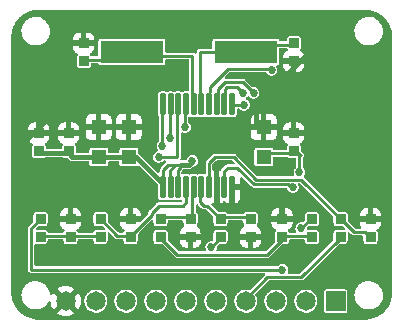
<source format=gtl>
G04 #@! TF.GenerationSoftware,KiCad,Pcbnew,(5.99.0-8018-g9a0f685a75)*
G04 #@! TF.CreationDate,2021-09-12T19:48:39+09:30*
G04 #@! TF.ProjectId,ADE7763_Breakout,41444537-3736-4335-9f42-7265616b6f75,rev?*
G04 #@! TF.SameCoordinates,Original*
G04 #@! TF.FileFunction,Copper,L1,Top*
G04 #@! TF.FilePolarity,Positive*
%FSLAX46Y46*%
G04 Gerber Fmt 4.6, Leading zero omitted, Abs format (unit mm)*
G04 Created by KiCad (PCBNEW (5.99.0-8018-g9a0f685a75)) date 2021-09-12 19:48:39*
%MOMM*%
%LPD*%
G01*
G04 APERTURE LIST*
G04 Aperture macros list*
%AMRoundRect*
0 Rectangle with rounded corners*
0 $1 Rounding radius*
0 $2 $3 $4 $5 $6 $7 $8 $9 X,Y pos of 4 corners*
0 Add a 4 corners polygon primitive as box body*
4,1,4,$2,$3,$4,$5,$6,$7,$8,$9,$2,$3,0*
0 Add four circle primitives for the rounded corners*
1,1,$1+$1,$2,$3,0*
1,1,$1+$1,$4,$5,0*
1,1,$1+$1,$6,$7,0*
1,1,$1+$1,$8,$9,0*
0 Add four rect primitives between the rounded corners*
20,1,$1+$1,$2,$3,$4,$5,0*
20,1,$1+$1,$4,$5,$6,$7,0*
20,1,$1+$1,$6,$7,$8,$9,0*
20,1,$1+$1,$8,$9,$2,$3,0*%
G04 Aperture macros list end*
G04 #@! TA.AperFunction,SMDPad,CuDef*
%ADD10RoundRect,0.125000X0.125000X-0.825000X0.125000X0.825000X-0.125000X0.825000X-0.125000X-0.825000X0*%
G04 #@! TD*
G04 #@! TA.AperFunction,SMDPad,CuDef*
%ADD11RoundRect,0.111125X-0.333375X0.333375X-0.333375X-0.333375X0.333375X-0.333375X0.333375X0.333375X0*%
G04 #@! TD*
G04 #@! TA.AperFunction,SMDPad,CuDef*
%ADD12R,1.270000X1.270000*%
G04 #@! TD*
G04 #@! TA.AperFunction,SMDPad,CuDef*
%ADD13RoundRect,0.111125X0.333375X-0.333375X0.333375X0.333375X-0.333375X0.333375X-0.333375X-0.333375X0*%
G04 #@! TD*
G04 #@! TA.AperFunction,SMDPad,CuDef*
%ADD14R,5.334000X1.930400*%
G04 #@! TD*
G04 #@! TA.AperFunction,ComponentPad*
%ADD15R,1.651000X1.651000*%
G04 #@! TD*
G04 #@! TA.AperFunction,ComponentPad*
%ADD16C,1.651000*%
G04 #@! TD*
G04 #@! TA.AperFunction,ViaPad*
%ADD17C,0.685800*%
G04 #@! TD*
G04 #@! TA.AperFunction,Conductor*
%ADD18C,0.254000*%
G04 #@! TD*
G04 #@! TA.AperFunction,Conductor*
%ADD19C,0.406400*%
G04 #@! TD*
G04 #@! TA.AperFunction,Conductor*
%ADD20C,0.250000*%
G04 #@! TD*
G04 APERTURE END LIST*
D10*
X145207700Y-99898400D03*
X145857700Y-99898400D03*
X146507700Y-99898400D03*
X147157700Y-99898400D03*
X147807700Y-99898400D03*
X148457700Y-99898400D03*
X149107700Y-99898400D03*
X149757700Y-99898400D03*
X150407700Y-99898400D03*
X151057700Y-99898400D03*
X151057700Y-106898400D03*
X150407700Y-106898400D03*
X149757700Y-106898400D03*
X149107700Y-106898400D03*
X148457700Y-106898400D03*
X147807700Y-106898400D03*
X147157700Y-106898400D03*
X146507700Y-106898400D03*
X145857700Y-106898400D03*
X145207700Y-106898400D03*
D11*
X156286100Y-94711600D03*
X156286100Y-96235600D03*
X162788500Y-109596000D03*
X162788500Y-111120000D03*
D12*
X153746100Y-104363600D03*
X153746100Y-101823600D03*
D11*
X156286100Y-102331600D03*
X156286100Y-103855600D03*
D13*
X138506100Y-96235600D03*
X138506100Y-94711600D03*
D12*
X139776100Y-104363600D03*
X139776100Y-101823600D03*
D11*
X134696100Y-102331600D03*
X134696100Y-103855600D03*
D12*
X142316100Y-104363600D03*
X142316100Y-101823600D03*
D11*
X137236100Y-102331600D03*
X137236100Y-103855600D03*
D13*
X152628500Y-111120000D03*
X152628500Y-109596000D03*
X147548500Y-111120000D03*
X147548500Y-109596000D03*
D11*
X142468500Y-109596000D03*
X142468500Y-111120000D03*
D14*
X152222100Y-95473600D03*
X142570100Y-95473600D03*
D13*
X139928500Y-111120000D03*
X139928500Y-109596000D03*
X150088500Y-111120000D03*
X150088500Y-109596000D03*
X160248500Y-111120000D03*
X160248500Y-109596000D03*
X145008500Y-111120000D03*
X145008500Y-109596000D03*
D11*
X155295500Y-109596000D03*
X155295500Y-111120000D03*
X137388500Y-109596000D03*
X137388500Y-111120000D03*
D13*
X157835500Y-111120000D03*
X157835500Y-109596000D03*
X134848500Y-111120000D03*
X134848500Y-109596000D03*
D15*
X159842100Y-116555600D03*
D16*
X157302100Y-116555600D03*
X154762100Y-116555600D03*
X152222100Y-116555600D03*
X149682100Y-116555600D03*
X147142100Y-116555600D03*
X144602100Y-116555600D03*
X142062100Y-116555600D03*
X139522100Y-116555600D03*
X136982100Y-116555600D03*
D17*
X156209900Y-106903600D03*
X156768700Y-105633600D03*
X140969900Y-112491600D03*
X143281300Y-112415400D03*
X143357500Y-107513200D03*
X151333100Y-108656200D03*
X148031100Y-101823600D03*
X156590900Y-112212200D03*
X140969900Y-106751200D03*
X148031100Y-115158600D03*
X148666100Y-110713600D03*
X147713600Y-104681100D03*
X149301100Y-111983600D03*
X145173600Y-103411100D03*
X147078600Y-101823600D03*
X144856100Y-104363600D03*
X145808600Y-102776100D03*
X155333600Y-113888600D03*
X156921100Y-110396100D03*
X154406500Y-96997600D03*
X152882500Y-98928000D03*
X151968100Y-98928000D03*
X152069700Y-99944000D03*
D18*
X149097900Y-106878200D02*
X149098000Y-106878100D01*
X149098000Y-106878100D02*
X149098000Y-104884200D01*
X149098000Y-104884200D02*
X149618600Y-104363600D01*
X149618600Y-104363600D02*
X151206100Y-104363600D01*
X151206100Y-104363600D02*
X153111100Y-106268600D01*
X153111100Y-106268600D02*
X156921100Y-106268600D01*
X156921100Y-106268600D02*
X160248500Y-109596000D01*
X148348600Y-106903600D02*
X148462900Y-106878200D01*
X148348600Y-106903600D02*
X148348600Y-108173600D01*
X148666100Y-108491100D02*
X148983600Y-108491100D01*
X152476100Y-109443600D02*
X150253600Y-109443600D01*
X148348600Y-108173600D02*
X148666100Y-108491100D01*
X152476100Y-109443600D02*
X152628500Y-109596000D01*
X148983600Y-108491100D02*
X150088500Y-109596000D01*
X150253600Y-109443600D02*
X150088500Y-109596000D01*
X147713600Y-106903600D02*
X147802500Y-106878200D01*
X147713600Y-106903600D02*
X147713600Y-109443600D01*
X147713600Y-109443600D02*
X147548500Y-109596000D01*
X147396100Y-109443600D02*
X147548500Y-109596000D01*
X145173600Y-109443600D02*
X145008500Y-109596000D01*
X147396100Y-109443600D02*
X145173600Y-109443600D01*
X162636100Y-111031100D02*
X162788500Y-111120000D01*
X162318600Y-110713600D02*
X162636100Y-111031100D01*
X161366100Y-110713600D02*
X162318600Y-110713600D01*
X160248500Y-109596000D02*
X161366100Y-110713600D01*
X144246500Y-109291200D02*
X142519300Y-111018400D01*
X147192900Y-106954400D02*
X147167500Y-106878200D01*
X142519300Y-111018400D02*
X142468500Y-111120000D01*
X144246500Y-109088000D02*
X144246500Y-109291200D01*
X147192900Y-108173600D02*
X146888100Y-108478400D01*
X141363600Y-111031100D02*
X139928500Y-109596000D01*
X142316100Y-111031100D02*
X141363600Y-111031100D01*
X144856100Y-108478400D02*
X144246500Y-109088000D01*
X146888100Y-108478400D02*
X144856100Y-108478400D01*
X142316100Y-111031100D02*
X142468500Y-111120000D01*
X147192900Y-106954400D02*
X147192900Y-108173600D01*
X150418700Y-106878200D02*
X150418700Y-105532000D01*
X151510900Y-105252600D02*
X152933300Y-106675000D01*
X156209900Y-106903600D02*
X156121000Y-106992500D01*
X154063600Y-104046100D02*
X156286100Y-104046100D01*
X156489300Y-103855600D02*
X156286100Y-103855600D01*
X155803500Y-106675000D02*
X156121000Y-106992500D01*
X152933300Y-106675000D02*
X155803500Y-106675000D01*
X156692500Y-104058800D02*
X156489300Y-103855600D01*
X156286100Y-104046100D02*
X156286100Y-103855600D01*
X156121000Y-106992500D02*
X156235300Y-107106800D01*
X150698100Y-105252600D02*
X151510900Y-105252600D01*
X156692500Y-104058800D02*
X156768700Y-104160400D01*
X156768700Y-104160400D02*
X156870300Y-104160400D01*
X150418700Y-105532000D02*
X150698100Y-105252600D01*
X153746100Y-104363600D02*
X154063600Y-104046100D01*
X156768700Y-105633600D02*
X156768700Y-104160400D01*
X141998600Y-95791100D02*
X142570100Y-95473600D01*
X147713600Y-99918600D02*
X147802500Y-99918600D01*
X141998600Y-95791100D02*
X141681100Y-96108600D01*
X142316100Y-95473600D02*
X142570100Y-95473600D01*
X141998600Y-95791100D02*
X147713600Y-95791100D01*
X141681100Y-96108600D02*
X138506100Y-96108600D01*
X138506100Y-96108600D02*
X138506100Y-96235600D01*
X147713600Y-95791100D02*
X147713600Y-99918600D01*
X142316100Y-95473600D02*
X141998600Y-95791100D01*
X148348600Y-99918600D02*
X148462900Y-99918600D01*
X153111100Y-94838600D02*
X156286100Y-94838600D01*
X152476100Y-95473600D02*
X153111100Y-94838600D01*
X152476100Y-95473600D02*
X152222100Y-95473600D01*
X148348600Y-95473600D02*
X148348600Y-99918600D01*
X156286100Y-94838600D02*
X156286100Y-94711600D01*
X152222100Y-95473600D02*
X148348600Y-95473600D01*
D19*
X135966100Y-93568600D02*
X156921100Y-93568600D01*
X149758300Y-106878200D02*
X149783700Y-106878200D01*
X153111100Y-99918600D02*
X153111100Y-101823600D01*
X151206100Y-108529200D02*
X151333100Y-108656200D01*
X156921100Y-93568600D02*
X157556100Y-94203600D01*
X149758300Y-108376800D02*
X150164700Y-108529200D01*
X133426100Y-114523600D02*
X133426100Y-103093600D01*
X148031100Y-115158600D02*
X148031100Y-114523600D01*
X150164700Y-108529200D02*
X151206100Y-108529200D01*
X149783700Y-106878200D02*
X149758300Y-108376800D01*
X148031100Y-114523600D02*
X133426100Y-114523600D01*
X157556100Y-95473600D02*
X153111100Y-99918600D01*
X157556100Y-94203600D02*
X157556100Y-95473600D01*
X133426100Y-103093600D02*
X135966100Y-100553600D01*
X151053700Y-108402200D02*
X151104500Y-108453000D01*
X151053700Y-106878200D02*
X151053700Y-108402200D01*
X153111100Y-101823600D02*
X148031100Y-101823600D01*
X135966100Y-100553600D02*
X135966100Y-93568600D01*
D20*
X145211700Y-105447100D02*
X145211700Y-106878200D01*
D19*
X145173600Y-106586100D02*
X145211700Y-106878200D01*
X139776100Y-104363600D02*
X137553600Y-104363600D01*
X145808600Y-106903600D02*
X145846700Y-106878200D01*
D20*
X146295200Y-104998600D02*
X145660200Y-104998600D01*
X146507100Y-106878200D02*
X146507100Y-105447100D01*
D19*
X137236100Y-104046100D02*
X137236100Y-103855600D01*
D20*
X145846700Y-105447100D02*
X145846700Y-106878200D01*
D19*
X134696100Y-104046100D02*
X134696100Y-103855600D01*
X146761100Y-104998600D02*
X147396100Y-104998600D01*
D20*
X146761100Y-105193100D02*
X146761100Y-104998600D01*
D19*
X137236100Y-104046100D02*
X134696100Y-104046100D01*
X145173600Y-106903600D02*
X145211700Y-106878200D01*
X146443600Y-106903600D02*
X146507100Y-106878200D01*
D20*
X145660200Y-104998600D02*
X145211700Y-105447100D01*
X146507100Y-105447100D02*
X146761100Y-105193100D01*
D19*
X137553600Y-104363600D02*
X137236100Y-104046100D01*
X142316100Y-104363600D02*
X142951100Y-104363600D01*
X147396100Y-104998600D02*
X147713600Y-104681100D01*
X142316100Y-104363600D02*
X139776100Y-104363600D01*
D20*
X146295200Y-104998600D02*
X145846700Y-105447100D01*
X146761100Y-104998600D02*
X146295200Y-104998600D01*
D19*
X142951100Y-104363600D02*
X145173600Y-106586100D01*
D18*
X155333600Y-111031100D02*
X157556100Y-111031100D01*
X155333600Y-111031100D02*
X155295500Y-111120000D01*
X155333600Y-111348600D02*
X155295500Y-111120000D01*
X146443600Y-112618600D02*
X145173600Y-111348600D01*
X155333600Y-111348600D02*
X154063600Y-112618600D01*
X157556100Y-111031100D02*
X157835500Y-111120000D01*
X145173600Y-111348600D02*
X145008500Y-111120000D01*
X154063600Y-112618600D02*
X146443600Y-112618600D01*
X137553600Y-111031100D02*
X137388500Y-111120000D01*
X137236100Y-111031100D02*
X137388500Y-111120000D01*
X139776100Y-111031100D02*
X139928500Y-111120000D01*
X135013600Y-111031100D02*
X134848500Y-111120000D01*
X137236100Y-111031100D02*
X135013600Y-111031100D01*
X137553600Y-111031100D02*
X139776100Y-111031100D01*
X149936100Y-111348600D02*
X150088500Y-111120000D01*
X149301100Y-111983600D02*
X149936100Y-111348600D01*
X154063600Y-114523600D02*
X156921100Y-114523600D01*
X160096100Y-111348600D02*
X160248500Y-111120000D01*
X152158600Y-116428600D02*
X154063600Y-114523600D01*
X156921100Y-114523600D02*
X160096100Y-111348600D01*
X152158600Y-116428600D02*
X152222100Y-116555600D01*
X145173600Y-99918600D02*
X145211700Y-99918600D01*
X145173600Y-103411100D02*
X145173600Y-99918600D01*
X147078600Y-99918600D02*
X147167500Y-99918600D01*
X147078600Y-101823600D02*
X147078600Y-99918600D01*
X144856100Y-104363600D02*
X146443600Y-104363600D01*
X146443600Y-99918600D02*
X146507100Y-99918600D01*
X146443600Y-104363600D02*
X146443600Y-99918600D01*
X145808600Y-102776100D02*
X145808600Y-99918600D01*
X145808600Y-99918600D02*
X145846700Y-99918600D01*
X134696100Y-109761100D02*
X134848500Y-109596000D01*
X134061100Y-113888600D02*
X134061100Y-110396100D01*
X155333600Y-113888600D02*
X134061100Y-113888600D01*
X134061100Y-110396100D02*
X134696100Y-109761100D01*
X156921100Y-110396100D02*
X157556100Y-109761100D01*
X157556100Y-109761100D02*
X157835500Y-109596000D01*
X149224900Y-98826400D02*
X149123300Y-98928000D01*
X154304900Y-96896000D02*
X150748900Y-96896000D01*
X150748900Y-96896000D02*
X149224900Y-98420000D01*
X149123300Y-98928000D02*
X149123300Y-99842400D01*
X149123300Y-99842400D02*
X149097900Y-99918600D01*
X149224900Y-98420000D02*
X149224900Y-98826400D01*
X154406500Y-96997600D02*
X154304900Y-96896000D01*
X149834500Y-98623200D02*
X149834500Y-99842400D01*
X150444100Y-98013600D02*
X149834500Y-98623200D01*
X149834500Y-99842400D02*
X149758300Y-99918600D01*
X151968100Y-98013600D02*
X150444100Y-98013600D01*
X152882500Y-98928000D02*
X151968100Y-98013600D01*
X151968100Y-98928000D02*
X151460100Y-98420000D01*
X150647300Y-98420000D02*
X150444100Y-98623200D01*
X150444100Y-99842400D02*
X150418700Y-99918600D01*
X151460100Y-98420000D02*
X150647300Y-98420000D01*
X150444100Y-98623200D02*
X150444100Y-99842400D01*
X152069700Y-99944000D02*
X151053700Y-99944000D01*
X151053700Y-99944000D02*
X151053700Y-99918600D01*
G04 #@! TA.AperFunction,Conductor*
G36*
X162273773Y-91879682D02*
G01*
X162274766Y-91879925D01*
X162281086Y-91881471D01*
X162403636Y-91883179D01*
X162408274Y-91883351D01*
X162472824Y-91887256D01*
X162478839Y-91887802D01*
X162694990Y-91914049D01*
X162700962Y-91914957D01*
X162751999Y-91924310D01*
X162757928Y-91925583D01*
X162969291Y-91977679D01*
X162975144Y-91979311D01*
X163024713Y-91994757D01*
X163030458Y-91996739D01*
X163233966Y-92073920D01*
X163239581Y-92076246D01*
X163286923Y-92097553D01*
X163292386Y-92100213D01*
X163485113Y-92201363D01*
X163490397Y-92204344D01*
X163534853Y-92231220D01*
X163539954Y-92234518D01*
X163719050Y-92358139D01*
X163723945Y-92361740D01*
X163764841Y-92393780D01*
X163769509Y-92397671D01*
X163932406Y-92541985D01*
X163936831Y-92546150D01*
X163973544Y-92582863D01*
X163977710Y-92587288D01*
X164122056Y-92750223D01*
X164125935Y-92754878D01*
X164157960Y-92795755D01*
X164161554Y-92800640D01*
X164285192Y-92979761D01*
X164288481Y-92984847D01*
X164315365Y-93029318D01*
X164318333Y-93034581D01*
X164344545Y-93084522D01*
X164419484Y-93227308D01*
X164422144Y-93232771D01*
X164443456Y-93280124D01*
X164445782Y-93285739D01*
X164522958Y-93489236D01*
X164524939Y-93494978D01*
X164540394Y-93544570D01*
X164542022Y-93550408D01*
X164572381Y-93673581D01*
X164594112Y-93761748D01*
X164595387Y-93767687D01*
X164604747Y-93818761D01*
X164605653Y-93824717D01*
X164616838Y-93916831D01*
X164631896Y-94040853D01*
X164632445Y-94046902D01*
X164634829Y-94086298D01*
X164636148Y-94108098D01*
X164636348Y-94111407D01*
X164636521Y-94116063D01*
X164636715Y-94129963D01*
X164637636Y-94196040D01*
X164638226Y-94238417D01*
X164639557Y-94243899D01*
X164639558Y-94243906D01*
X164640059Y-94245969D01*
X164642900Y-94269707D01*
X164642900Y-115737365D01*
X164640018Y-115761273D01*
X164638229Y-115768586D01*
X164637206Y-115842061D01*
X164636522Y-115891119D01*
X164636349Y-115895772D01*
X164635117Y-115916136D01*
X164632446Y-115960291D01*
X164631897Y-115966342D01*
X164605654Y-116182474D01*
X164604739Y-116188481D01*
X164595389Y-116239503D01*
X164594116Y-116245437D01*
X164542943Y-116453058D01*
X164542024Y-116456785D01*
X164540395Y-116462627D01*
X164524934Y-116512243D01*
X164522978Y-116517914D01*
X164445763Y-116721510D01*
X164443470Y-116727046D01*
X164422154Y-116774409D01*
X164419494Y-116779871D01*
X164318329Y-116972627D01*
X164315354Y-116977901D01*
X164288493Y-117022332D01*
X164285200Y-117027427D01*
X164161521Y-117206607D01*
X164157970Y-117211433D01*
X164125947Y-117252307D01*
X164122060Y-117256972D01*
X163977707Y-117419915D01*
X163973541Y-117424340D01*
X163936838Y-117461043D01*
X163932413Y-117465208D01*
X163769476Y-117609557D01*
X163764828Y-117613430D01*
X163723963Y-117645446D01*
X163719089Y-117649033D01*
X163610909Y-117723705D01*
X163539931Y-117772698D01*
X163534841Y-117775989D01*
X163490377Y-117802868D01*
X163485132Y-117805827D01*
X163376446Y-117862869D01*
X163292392Y-117906984D01*
X163286930Y-117909644D01*
X163239575Y-117930957D01*
X163233969Y-117933279D01*
X163030452Y-118010463D01*
X163024708Y-118012445D01*
X162975143Y-118027890D01*
X162969289Y-118029522D01*
X162757938Y-118081615D01*
X162752004Y-118082889D01*
X162700959Y-118092243D01*
X162694975Y-118093154D01*
X162666586Y-118096601D01*
X162478847Y-118119396D01*
X162472798Y-118119945D01*
X162433402Y-118122329D01*
X162408272Y-118123849D01*
X162403637Y-118124021D01*
X162338404Y-118124930D01*
X162286928Y-118125647D01*
X162286925Y-118125647D01*
X162281283Y-118125726D01*
X162275801Y-118127057D01*
X162275794Y-118127058D01*
X162273731Y-118127559D01*
X162249993Y-118130400D01*
X134752335Y-118130400D01*
X134728427Y-118127518D01*
X134727434Y-118127275D01*
X134721114Y-118125729D01*
X134598563Y-118124021D01*
X134593928Y-118123849D01*
X134547453Y-118121038D01*
X134529409Y-118119946D01*
X134523358Y-118119397D01*
X134307226Y-118093154D01*
X134301219Y-118092239D01*
X134268841Y-118086306D01*
X134250194Y-118082888D01*
X134244260Y-118081615D01*
X134032905Y-118029521D01*
X134027073Y-118027895D01*
X133977457Y-118012434D01*
X133971786Y-118010478D01*
X133768190Y-117933263D01*
X133762654Y-117930970D01*
X133715270Y-117909644D01*
X133709828Y-117906994D01*
X133709809Y-117906984D01*
X133517073Y-117805829D01*
X133511810Y-117802860D01*
X133498588Y-117794867D01*
X133467368Y-117775993D01*
X133462267Y-117772696D01*
X133283093Y-117649021D01*
X133278267Y-117645470D01*
X133237385Y-117613441D01*
X133233037Y-117609817D01*
X136256531Y-117609817D01*
X136256632Y-117610452D01*
X136261534Y-117616091D01*
X136335053Y-117667569D01*
X136342631Y-117671944D01*
X136537974Y-117763034D01*
X136546199Y-117766027D01*
X136754384Y-117821811D01*
X136763013Y-117823332D01*
X136977722Y-117842117D01*
X136986478Y-117842117D01*
X137201187Y-117823332D01*
X137209816Y-117821811D01*
X137418001Y-117766027D01*
X137426226Y-117763034D01*
X137621569Y-117671944D01*
X137629147Y-117667569D01*
X137699732Y-117618145D01*
X137707887Y-117607323D01*
X137707899Y-117606681D01*
X137704047Y-117600271D01*
X136993368Y-116889591D01*
X136981289Y-116883436D01*
X136976177Y-116884246D01*
X136262685Y-117597739D01*
X136256531Y-117609817D01*
X133233037Y-117609817D01*
X133232728Y-117609560D01*
X133069785Y-117465207D01*
X133065360Y-117461041D01*
X133028657Y-117424338D01*
X133024492Y-117419913D01*
X132880143Y-117256976D01*
X132876270Y-117252328D01*
X132844253Y-117211462D01*
X132840661Y-117206581D01*
X132835317Y-117198838D01*
X132739457Y-117059962D01*
X132717002Y-117027431D01*
X132713706Y-117022332D01*
X132686832Y-116977877D01*
X132683873Y-116972632D01*
X132615781Y-116842892D01*
X132582716Y-116779892D01*
X132580056Y-116774430D01*
X132571085Y-116754498D01*
X132558739Y-116727065D01*
X132556421Y-116721469D01*
X132479237Y-116517952D01*
X132477255Y-116512208D01*
X132461810Y-116462643D01*
X132460178Y-116456789D01*
X132408085Y-116245438D01*
X132406810Y-116239498D01*
X132400318Y-116204072D01*
X132397457Y-116188459D01*
X132396545Y-116182470D01*
X132378078Y-116030373D01*
X133234414Y-116030373D01*
X133235437Y-116045962D01*
X133235754Y-116050799D01*
X133235752Y-116050805D01*
X133235754Y-116050805D01*
X133248875Y-116251004D01*
X133250008Y-116255465D01*
X133301486Y-116458157D01*
X133303301Y-116465305D01*
X133395868Y-116666100D01*
X133523478Y-116846663D01*
X133526783Y-116849882D01*
X133526785Y-116849885D01*
X133592853Y-116914246D01*
X133681855Y-117000948D01*
X133685688Y-117003509D01*
X133685689Y-117003510D01*
X133728913Y-117032391D01*
X133865697Y-117123787D01*
X133869931Y-117125606D01*
X134064419Y-117209164D01*
X134068846Y-117211066D01*
X134284498Y-117259864D01*
X134358863Y-117262786D01*
X134500823Y-117268363D01*
X134500824Y-117268363D01*
X134505432Y-117268544D01*
X134509989Y-117267883D01*
X134509994Y-117267883D01*
X134617416Y-117252307D01*
X134724249Y-117236817D01*
X134933619Y-117165746D01*
X135126532Y-117057709D01*
X135156974Y-117032391D01*
X135292979Y-116919276D01*
X135296526Y-116916326D01*
X135407150Y-116783316D01*
X135434961Y-116749877D01*
X135434963Y-116749875D01*
X135437909Y-116746332D01*
X135515336Y-116608077D01*
X135560991Y-116565875D01*
X135622734Y-116558567D01*
X135676981Y-116588947D01*
X135703325Y-116648466D01*
X135714368Y-116774687D01*
X135715889Y-116783316D01*
X135771673Y-116991501D01*
X135774666Y-116999726D01*
X135865756Y-117195069D01*
X135870131Y-117202647D01*
X135919555Y-117273232D01*
X135930377Y-117281387D01*
X135931019Y-117281399D01*
X135937429Y-117277547D01*
X136648109Y-116566868D01*
X136653437Y-116556411D01*
X137309936Y-116556411D01*
X137310746Y-116561523D01*
X138024239Y-117275015D01*
X138036317Y-117281169D01*
X138036952Y-117281068D01*
X138042591Y-117276166D01*
X138094069Y-117202647D01*
X138098444Y-117195069D01*
X138189534Y-116999726D01*
X138192527Y-116991501D01*
X138248311Y-116783316D01*
X138249832Y-116774687D01*
X138260624Y-116651329D01*
X138545782Y-116651329D01*
X138546790Y-116656327D01*
X138546790Y-116656329D01*
X138574184Y-116792186D01*
X138584972Y-116845690D01*
X138662443Y-117028200D01*
X138775031Y-117191406D01*
X138778709Y-117194933D01*
X138868530Y-117281068D01*
X138918136Y-117328639D01*
X138922449Y-117331355D01*
X139070108Y-117424340D01*
X139085913Y-117434293D01*
X139271508Y-117504054D01*
X139467339Y-117535070D01*
X139472430Y-117534839D01*
X139472433Y-117534839D01*
X139566373Y-117530573D01*
X139665407Y-117526076D01*
X139857622Y-117477438D01*
X139976614Y-117419915D01*
X140031538Y-117393364D01*
X140031539Y-117393363D01*
X140036130Y-117391144D01*
X140042924Y-117385950D01*
X140179686Y-117281387D01*
X140193641Y-117270718D01*
X140209646Y-117252307D01*
X140320374Y-117124928D01*
X140323719Y-117121080D01*
X140421052Y-116948342D01*
X140426434Y-116931581D01*
X140480105Y-116764414D01*
X140480105Y-116764413D01*
X140481663Y-116759561D01*
X140493420Y-116651329D01*
X141085782Y-116651329D01*
X141086790Y-116656327D01*
X141086790Y-116656329D01*
X141114184Y-116792186D01*
X141124972Y-116845690D01*
X141202443Y-117028200D01*
X141315031Y-117191406D01*
X141318709Y-117194933D01*
X141408530Y-117281068D01*
X141458136Y-117328639D01*
X141462449Y-117331355D01*
X141610108Y-117424340D01*
X141625913Y-117434293D01*
X141811508Y-117504054D01*
X142007339Y-117535070D01*
X142012430Y-117534839D01*
X142012433Y-117534839D01*
X142106373Y-117530573D01*
X142205407Y-117526076D01*
X142397622Y-117477438D01*
X142516614Y-117419915D01*
X142571538Y-117393364D01*
X142571539Y-117393363D01*
X142576130Y-117391144D01*
X142582924Y-117385950D01*
X142719686Y-117281387D01*
X142733641Y-117270718D01*
X142749646Y-117252307D01*
X142860374Y-117124928D01*
X142863719Y-117121080D01*
X142961052Y-116948342D01*
X142966434Y-116931581D01*
X143020105Y-116764414D01*
X143020105Y-116764413D01*
X143021663Y-116759561D01*
X143033420Y-116651329D01*
X143625782Y-116651329D01*
X143626790Y-116656327D01*
X143626790Y-116656329D01*
X143654184Y-116792186D01*
X143664972Y-116845690D01*
X143742443Y-117028200D01*
X143855031Y-117191406D01*
X143858709Y-117194933D01*
X143948530Y-117281068D01*
X143998136Y-117328639D01*
X144002449Y-117331355D01*
X144150108Y-117424340D01*
X144165913Y-117434293D01*
X144351508Y-117504054D01*
X144547339Y-117535070D01*
X144552430Y-117534839D01*
X144552433Y-117534839D01*
X144646373Y-117530573D01*
X144745407Y-117526076D01*
X144937622Y-117477438D01*
X145056614Y-117419915D01*
X145111538Y-117393364D01*
X145111539Y-117393363D01*
X145116130Y-117391144D01*
X145122924Y-117385950D01*
X145259686Y-117281387D01*
X145273641Y-117270718D01*
X145289646Y-117252307D01*
X145400374Y-117124928D01*
X145403719Y-117121080D01*
X145501052Y-116948342D01*
X145506434Y-116931581D01*
X145560105Y-116764414D01*
X145560105Y-116764413D01*
X145561663Y-116759561D01*
X145573420Y-116651329D01*
X146165782Y-116651329D01*
X146166790Y-116656327D01*
X146166790Y-116656329D01*
X146194184Y-116792186D01*
X146204972Y-116845690D01*
X146282443Y-117028200D01*
X146395031Y-117191406D01*
X146398709Y-117194933D01*
X146488530Y-117281068D01*
X146538136Y-117328639D01*
X146542449Y-117331355D01*
X146690108Y-117424340D01*
X146705913Y-117434293D01*
X146891508Y-117504054D01*
X147087339Y-117535070D01*
X147092430Y-117534839D01*
X147092433Y-117534839D01*
X147186373Y-117530573D01*
X147285407Y-117526076D01*
X147477622Y-117477438D01*
X147596614Y-117419915D01*
X147651538Y-117393364D01*
X147651539Y-117393363D01*
X147656130Y-117391144D01*
X147662924Y-117385950D01*
X147799686Y-117281387D01*
X147813641Y-117270718D01*
X147829646Y-117252307D01*
X147940374Y-117124928D01*
X147943719Y-117121080D01*
X148041052Y-116948342D01*
X148046434Y-116931581D01*
X148100105Y-116764414D01*
X148100105Y-116764413D01*
X148101663Y-116759561D01*
X148113420Y-116651329D01*
X148705782Y-116651329D01*
X148706790Y-116656327D01*
X148706790Y-116656329D01*
X148734184Y-116792186D01*
X148744972Y-116845690D01*
X148822443Y-117028200D01*
X148935031Y-117191406D01*
X148938709Y-117194933D01*
X149028530Y-117281068D01*
X149078136Y-117328639D01*
X149082449Y-117331355D01*
X149230108Y-117424340D01*
X149245913Y-117434293D01*
X149431508Y-117504054D01*
X149627339Y-117535070D01*
X149632430Y-117534839D01*
X149632433Y-117534839D01*
X149726373Y-117530573D01*
X149825407Y-117526076D01*
X150017622Y-117477438D01*
X150136614Y-117419915D01*
X150191538Y-117393364D01*
X150191539Y-117393363D01*
X150196130Y-117391144D01*
X150202924Y-117385950D01*
X150339686Y-117281387D01*
X150353641Y-117270718D01*
X150369646Y-117252307D01*
X150480374Y-117124928D01*
X150483719Y-117121080D01*
X150581052Y-116948342D01*
X150586434Y-116931581D01*
X150640105Y-116764414D01*
X150640105Y-116764413D01*
X150641663Y-116759561D01*
X150663076Y-116562449D01*
X150663100Y-116555600D01*
X150662656Y-116551222D01*
X150653063Y-116456789D01*
X150643063Y-116358343D01*
X150602437Y-116228704D01*
X150585295Y-116174002D01*
X150585294Y-116173999D01*
X150583772Y-116169143D01*
X150561059Y-116128167D01*
X150535292Y-116081683D01*
X150487647Y-115995730D01*
X150484334Y-115991864D01*
X150484330Y-115991859D01*
X150361935Y-115849058D01*
X150361934Y-115849057D01*
X150358617Y-115845187D01*
X150235683Y-115749830D01*
X150205980Y-115726790D01*
X150205979Y-115726789D01*
X150201951Y-115723665D01*
X150024049Y-115636126D01*
X150013803Y-115633457D01*
X149963994Y-115620483D01*
X149832179Y-115586148D01*
X149827094Y-115585882D01*
X149827091Y-115585881D01*
X149716294Y-115580075D01*
X149634178Y-115575771D01*
X149629140Y-115576533D01*
X149629139Y-115576533D01*
X149580098Y-115583950D01*
X149438135Y-115605420D01*
X149309867Y-115652613D01*
X149256841Y-115672123D01*
X149256839Y-115672124D01*
X149252058Y-115673883D01*
X149247730Y-115676567D01*
X149247727Y-115676568D01*
X149087881Y-115775677D01*
X149087878Y-115775679D01*
X149083548Y-115778364D01*
X149020518Y-115837968D01*
X148959370Y-115895793D01*
X148939488Y-115914594D01*
X148936566Y-115918767D01*
X148855810Y-116034099D01*
X148825763Y-116077010D01*
X148747020Y-116258975D01*
X148706474Y-116453058D01*
X148706456Y-116458155D01*
X148706456Y-116458157D01*
X148706247Y-116517966D01*
X148705782Y-116651329D01*
X148113420Y-116651329D01*
X148123076Y-116562449D01*
X148123100Y-116555600D01*
X148122656Y-116551222D01*
X148113063Y-116456789D01*
X148103063Y-116358343D01*
X148062437Y-116228704D01*
X148045295Y-116174002D01*
X148045294Y-116173999D01*
X148043772Y-116169143D01*
X148021059Y-116128167D01*
X147995292Y-116081683D01*
X147947647Y-115995730D01*
X147944334Y-115991864D01*
X147944330Y-115991859D01*
X147821935Y-115849058D01*
X147821934Y-115849057D01*
X147818617Y-115845187D01*
X147695683Y-115749830D01*
X147665980Y-115726790D01*
X147665979Y-115726789D01*
X147661951Y-115723665D01*
X147484049Y-115636126D01*
X147473803Y-115633457D01*
X147423994Y-115620483D01*
X147292179Y-115586148D01*
X147287094Y-115585882D01*
X147287091Y-115585881D01*
X147176294Y-115580075D01*
X147094178Y-115575771D01*
X147089140Y-115576533D01*
X147089139Y-115576533D01*
X147040098Y-115583950D01*
X146898135Y-115605420D01*
X146769867Y-115652613D01*
X146716841Y-115672123D01*
X146716839Y-115672124D01*
X146712058Y-115673883D01*
X146707730Y-115676567D01*
X146707727Y-115676568D01*
X146547881Y-115775677D01*
X146547878Y-115775679D01*
X146543548Y-115778364D01*
X146480518Y-115837968D01*
X146419370Y-115895793D01*
X146399488Y-115914594D01*
X146396566Y-115918767D01*
X146315810Y-116034099D01*
X146285763Y-116077010D01*
X146207020Y-116258975D01*
X146166474Y-116453058D01*
X146166456Y-116458155D01*
X146166456Y-116458157D01*
X146166247Y-116517966D01*
X146165782Y-116651329D01*
X145573420Y-116651329D01*
X145583076Y-116562449D01*
X145583100Y-116555600D01*
X145582656Y-116551222D01*
X145573063Y-116456789D01*
X145563063Y-116358343D01*
X145522437Y-116228704D01*
X145505295Y-116174002D01*
X145505294Y-116173999D01*
X145503772Y-116169143D01*
X145481059Y-116128167D01*
X145455292Y-116081683D01*
X145407647Y-115995730D01*
X145404334Y-115991864D01*
X145404330Y-115991859D01*
X145281935Y-115849058D01*
X145281934Y-115849057D01*
X145278617Y-115845187D01*
X145155683Y-115749830D01*
X145125980Y-115726790D01*
X145125979Y-115726789D01*
X145121951Y-115723665D01*
X144944049Y-115636126D01*
X144933803Y-115633457D01*
X144883994Y-115620483D01*
X144752179Y-115586148D01*
X144747094Y-115585882D01*
X144747091Y-115585881D01*
X144636294Y-115580075D01*
X144554178Y-115575771D01*
X144549140Y-115576533D01*
X144549139Y-115576533D01*
X144500098Y-115583950D01*
X144358135Y-115605420D01*
X144229867Y-115652613D01*
X144176841Y-115672123D01*
X144176839Y-115672124D01*
X144172058Y-115673883D01*
X144167730Y-115676567D01*
X144167727Y-115676568D01*
X144007881Y-115775677D01*
X144007878Y-115775679D01*
X144003548Y-115778364D01*
X143940518Y-115837968D01*
X143879370Y-115895793D01*
X143859488Y-115914594D01*
X143856566Y-115918767D01*
X143775810Y-116034099D01*
X143745763Y-116077010D01*
X143667020Y-116258975D01*
X143626474Y-116453058D01*
X143626456Y-116458155D01*
X143626456Y-116458157D01*
X143626247Y-116517966D01*
X143625782Y-116651329D01*
X143033420Y-116651329D01*
X143043076Y-116562449D01*
X143043100Y-116555600D01*
X143042656Y-116551222D01*
X143033063Y-116456789D01*
X143023063Y-116358343D01*
X142982437Y-116228704D01*
X142965295Y-116174002D01*
X142965294Y-116173999D01*
X142963772Y-116169143D01*
X142941059Y-116128167D01*
X142915292Y-116081683D01*
X142867647Y-115995730D01*
X142864334Y-115991864D01*
X142864330Y-115991859D01*
X142741935Y-115849058D01*
X142741934Y-115849057D01*
X142738617Y-115845187D01*
X142615683Y-115749830D01*
X142585980Y-115726790D01*
X142585979Y-115726789D01*
X142581951Y-115723665D01*
X142404049Y-115636126D01*
X142393803Y-115633457D01*
X142343994Y-115620483D01*
X142212179Y-115586148D01*
X142207094Y-115585882D01*
X142207091Y-115585881D01*
X142096294Y-115580075D01*
X142014178Y-115575771D01*
X142009140Y-115576533D01*
X142009139Y-115576533D01*
X141960098Y-115583950D01*
X141818135Y-115605420D01*
X141689867Y-115652613D01*
X141636841Y-115672123D01*
X141636839Y-115672124D01*
X141632058Y-115673883D01*
X141627730Y-115676567D01*
X141627727Y-115676568D01*
X141467881Y-115775677D01*
X141467878Y-115775679D01*
X141463548Y-115778364D01*
X141400518Y-115837968D01*
X141339370Y-115895793D01*
X141319488Y-115914594D01*
X141316566Y-115918767D01*
X141235810Y-116034099D01*
X141205763Y-116077010D01*
X141127020Y-116258975D01*
X141086474Y-116453058D01*
X141086456Y-116458155D01*
X141086456Y-116458157D01*
X141086247Y-116517966D01*
X141085782Y-116651329D01*
X140493420Y-116651329D01*
X140503076Y-116562449D01*
X140503100Y-116555600D01*
X140502656Y-116551222D01*
X140493063Y-116456789D01*
X140483063Y-116358343D01*
X140442437Y-116228704D01*
X140425295Y-116174002D01*
X140425294Y-116173999D01*
X140423772Y-116169143D01*
X140401059Y-116128167D01*
X140375292Y-116081683D01*
X140327647Y-115995730D01*
X140324334Y-115991864D01*
X140324330Y-115991859D01*
X140201935Y-115849058D01*
X140201934Y-115849057D01*
X140198617Y-115845187D01*
X140075683Y-115749830D01*
X140045980Y-115726790D01*
X140045979Y-115726789D01*
X140041951Y-115723665D01*
X139864049Y-115636126D01*
X139853803Y-115633457D01*
X139803994Y-115620483D01*
X139672179Y-115586148D01*
X139667094Y-115585882D01*
X139667091Y-115585881D01*
X139556294Y-115580075D01*
X139474178Y-115575771D01*
X139469140Y-115576533D01*
X139469139Y-115576533D01*
X139420098Y-115583950D01*
X139278135Y-115605420D01*
X139149867Y-115652613D01*
X139096841Y-115672123D01*
X139096839Y-115672124D01*
X139092058Y-115673883D01*
X139087730Y-115676567D01*
X139087727Y-115676568D01*
X138927881Y-115775677D01*
X138927878Y-115775679D01*
X138923548Y-115778364D01*
X138860518Y-115837968D01*
X138799370Y-115895793D01*
X138779488Y-115914594D01*
X138776566Y-115918767D01*
X138695810Y-116034099D01*
X138665763Y-116077010D01*
X138587020Y-116258975D01*
X138546474Y-116453058D01*
X138546456Y-116458155D01*
X138546456Y-116458157D01*
X138546247Y-116517966D01*
X138545782Y-116651329D01*
X138260624Y-116651329D01*
X138268617Y-116559978D01*
X138268617Y-116551222D01*
X138249832Y-116336513D01*
X138248311Y-116327884D01*
X138192527Y-116119699D01*
X138189534Y-116111474D01*
X138098444Y-115916131D01*
X138094069Y-115908553D01*
X138044645Y-115837968D01*
X138033823Y-115829813D01*
X138033181Y-115829801D01*
X138026771Y-115833653D01*
X137316091Y-116544332D01*
X137309936Y-116556411D01*
X136653437Y-116556411D01*
X136654264Y-116554789D01*
X136653454Y-116549677D01*
X135939961Y-115836185D01*
X135927883Y-115830031D01*
X135927248Y-115830132D01*
X135921609Y-115835034D01*
X135870131Y-115908553D01*
X135865753Y-115916136D01*
X135831949Y-115988628D01*
X135789547Y-116034099D01*
X135728515Y-116045962D01*
X135672166Y-116019686D01*
X135642023Y-115965307D01*
X135640597Y-115955317D01*
X135639232Y-115940454D01*
X135634699Y-115891119D01*
X135630591Y-115846411D01*
X135630590Y-115846406D01*
X135630169Y-115841823D01*
X135570152Y-115629020D01*
X135557836Y-115604045D01*
X135508756Y-115504519D01*
X136256301Y-115504519D01*
X136260153Y-115510929D01*
X136970832Y-116221609D01*
X136982911Y-116227764D01*
X136988023Y-116226954D01*
X137701515Y-115513461D01*
X137707669Y-115501383D01*
X137707568Y-115500748D01*
X137702666Y-115495109D01*
X137629147Y-115443631D01*
X137621569Y-115439256D01*
X137426226Y-115348166D01*
X137418001Y-115345173D01*
X137209816Y-115289389D01*
X137201187Y-115287868D01*
X136986478Y-115269083D01*
X136977722Y-115269083D01*
X136763013Y-115287868D01*
X136754384Y-115289389D01*
X136546199Y-115345173D01*
X136537974Y-115348166D01*
X136342631Y-115439256D01*
X136335053Y-115443631D01*
X136264468Y-115493055D01*
X136256313Y-115503877D01*
X136256301Y-115504519D01*
X135508756Y-115504519D01*
X135474403Y-115434859D01*
X135474401Y-115434856D01*
X135472360Y-115430717D01*
X135340068Y-115253556D01*
X135318859Y-115233950D01*
X135181093Y-115106601D01*
X135181094Y-115106601D01*
X135177706Y-115103470D01*
X135173806Y-115101009D01*
X135173803Y-115101007D01*
X134994620Y-114987952D01*
X134994617Y-114987950D01*
X134990711Y-114985486D01*
X134785347Y-114903554D01*
X134568491Y-114860419D01*
X134456263Y-114858949D01*
X134352019Y-114857584D01*
X134352015Y-114857584D01*
X134347406Y-114857524D01*
X134342861Y-114858305D01*
X134134043Y-114894186D01*
X134134038Y-114894187D01*
X134129495Y-114894968D01*
X134025776Y-114933232D01*
X133926387Y-114969898D01*
X133926385Y-114969899D01*
X133922056Y-114971496D01*
X133918088Y-114973857D01*
X133736002Y-115082187D01*
X133735997Y-115082191D01*
X133732038Y-115084546D01*
X133728572Y-115087585D01*
X133728570Y-115087587D01*
X133569270Y-115227289D01*
X133569267Y-115227292D01*
X133565803Y-115230330D01*
X133562950Y-115233949D01*
X133562949Y-115233950D01*
X133535252Y-115269083D01*
X133428918Y-115403967D01*
X133325969Y-115599642D01*
X133317044Y-115628384D01*
X133269387Y-115781866D01*
X133260402Y-115810801D01*
X133251696Y-115884362D01*
X133235679Y-116019686D01*
X133234414Y-116030373D01*
X132378078Y-116030373D01*
X132370304Y-115966347D01*
X132369755Y-115960298D01*
X132365852Y-115895793D01*
X132365678Y-115891118D01*
X132365056Y-115846411D01*
X132364623Y-115815375D01*
X132364053Y-115774428D01*
X132364053Y-115774425D01*
X132363974Y-115768783D01*
X132362643Y-115763301D01*
X132362642Y-115763294D01*
X132362141Y-115761231D01*
X132359300Y-115737493D01*
X132359300Y-110382301D01*
X133778938Y-110382301D01*
X133780437Y-110393313D01*
X133782682Y-110409811D01*
X133783601Y-110423377D01*
X133783600Y-113836293D01*
X133783120Y-113846110D01*
X133782531Y-113852112D01*
X133779948Y-113861033D01*
X133780749Y-113870284D01*
X133780749Y-113870286D01*
X133783225Y-113898870D01*
X133783600Y-113907550D01*
X133783600Y-113915445D01*
X133784447Y-113919994D01*
X133784448Y-113920004D01*
X133784681Y-113921253D01*
X133786006Y-113930985D01*
X133788874Y-113964095D01*
X133792954Y-113972442D01*
X133794184Y-113976876D01*
X133795841Y-113981171D01*
X133797541Y-113990298D01*
X133802413Y-113998201D01*
X133802413Y-113998202D01*
X133814966Y-114018566D01*
X133819710Y-114027177D01*
X133834304Y-114057034D01*
X133841114Y-114063351D01*
X133843855Y-114067042D01*
X133846949Y-114070455D01*
X133851823Y-114078361D01*
X133859215Y-114083982D01*
X133859217Y-114083984D01*
X133878262Y-114098465D01*
X133885787Y-114104790D01*
X133910145Y-114127386D01*
X133918773Y-114130828D01*
X133922667Y-114133290D01*
X133926775Y-114135356D01*
X133934167Y-114140977D01*
X133943087Y-114143560D01*
X133943089Y-114143561D01*
X133966075Y-114150217D01*
X133975372Y-114153409D01*
X133999636Y-114163090D01*
X133999639Y-114163091D01*
X134006229Y-114165720D01*
X134010105Y-114166100D01*
X134012510Y-114166100D01*
X134017305Y-114166452D01*
X134024612Y-114167169D01*
X134033533Y-114169752D01*
X134042784Y-114168951D01*
X134042786Y-114168951D01*
X134071370Y-114166475D01*
X134080050Y-114166100D01*
X153783670Y-114166100D01*
X153842801Y-114185313D01*
X153879346Y-114235613D01*
X153879346Y-114297787D01*
X153863749Y-114327591D01*
X153857037Y-114336418D01*
X153848093Y-114346662D01*
X152600489Y-115594266D01*
X152545091Y-115622492D01*
X152503996Y-115620483D01*
X152440887Y-115604045D01*
X152372179Y-115586148D01*
X152367094Y-115585882D01*
X152367091Y-115585881D01*
X152256294Y-115580075D01*
X152174178Y-115575771D01*
X152169140Y-115576533D01*
X152169139Y-115576533D01*
X152120098Y-115583950D01*
X151978135Y-115605420D01*
X151849867Y-115652613D01*
X151796841Y-115672123D01*
X151796839Y-115672124D01*
X151792058Y-115673883D01*
X151787730Y-115676567D01*
X151787727Y-115676568D01*
X151627881Y-115775677D01*
X151627878Y-115775679D01*
X151623548Y-115778364D01*
X151560518Y-115837968D01*
X151499370Y-115895793D01*
X151479488Y-115914594D01*
X151476566Y-115918767D01*
X151395810Y-116034099D01*
X151365763Y-116077010D01*
X151287020Y-116258975D01*
X151246474Y-116453058D01*
X151246456Y-116458155D01*
X151246456Y-116458157D01*
X151246247Y-116517966D01*
X151245782Y-116651329D01*
X151246790Y-116656327D01*
X151246790Y-116656329D01*
X151274184Y-116792186D01*
X151284972Y-116845690D01*
X151362443Y-117028200D01*
X151475031Y-117191406D01*
X151478709Y-117194933D01*
X151568530Y-117281068D01*
X151618136Y-117328639D01*
X151622449Y-117331355D01*
X151770108Y-117424340D01*
X151785913Y-117434293D01*
X151971508Y-117504054D01*
X152167339Y-117535070D01*
X152172430Y-117534839D01*
X152172433Y-117534839D01*
X152266373Y-117530573D01*
X152365407Y-117526076D01*
X152557622Y-117477438D01*
X152676614Y-117419915D01*
X152731538Y-117393364D01*
X152731539Y-117393363D01*
X152736130Y-117391144D01*
X152742924Y-117385950D01*
X152879686Y-117281387D01*
X152893641Y-117270718D01*
X152909646Y-117252307D01*
X153020374Y-117124928D01*
X153023719Y-117121080D01*
X153121052Y-116948342D01*
X153126434Y-116931581D01*
X153180105Y-116764414D01*
X153180105Y-116764413D01*
X153181663Y-116759561D01*
X153193420Y-116651329D01*
X153785782Y-116651329D01*
X153786790Y-116656327D01*
X153786790Y-116656329D01*
X153814184Y-116792186D01*
X153824972Y-116845690D01*
X153902443Y-117028200D01*
X154015031Y-117191406D01*
X154018709Y-117194933D01*
X154108530Y-117281068D01*
X154158136Y-117328639D01*
X154162449Y-117331355D01*
X154310108Y-117424340D01*
X154325913Y-117434293D01*
X154511508Y-117504054D01*
X154707339Y-117535070D01*
X154712430Y-117534839D01*
X154712433Y-117534839D01*
X154806373Y-117530573D01*
X154905407Y-117526076D01*
X155097622Y-117477438D01*
X155216614Y-117419915D01*
X155271538Y-117393364D01*
X155271539Y-117393363D01*
X155276130Y-117391144D01*
X155282924Y-117385950D01*
X155419686Y-117281387D01*
X155433641Y-117270718D01*
X155449646Y-117252307D01*
X155560374Y-117124928D01*
X155563719Y-117121080D01*
X155661052Y-116948342D01*
X155666434Y-116931581D01*
X155720105Y-116764414D01*
X155720105Y-116764413D01*
X155721663Y-116759561D01*
X155733420Y-116651329D01*
X156325782Y-116651329D01*
X156326790Y-116656327D01*
X156326790Y-116656329D01*
X156354184Y-116792186D01*
X156364972Y-116845690D01*
X156442443Y-117028200D01*
X156555031Y-117191406D01*
X156558709Y-117194933D01*
X156648530Y-117281068D01*
X156698136Y-117328639D01*
X156702449Y-117331355D01*
X156850108Y-117424340D01*
X156865913Y-117434293D01*
X157051508Y-117504054D01*
X157247339Y-117535070D01*
X157252430Y-117534839D01*
X157252433Y-117534839D01*
X157346373Y-117530573D01*
X157445407Y-117526076D01*
X157637622Y-117477438D01*
X157756614Y-117419915D01*
X157811538Y-117393364D01*
X157811539Y-117393363D01*
X157816130Y-117391144D01*
X157822924Y-117385950D01*
X157959686Y-117281387D01*
X157973641Y-117270718D01*
X157989646Y-117252307D01*
X158100374Y-117124928D01*
X158103719Y-117121080D01*
X158201052Y-116948342D01*
X158206434Y-116931581D01*
X158260105Y-116764414D01*
X158260105Y-116764413D01*
X158261663Y-116759561D01*
X158283076Y-116562449D01*
X158283100Y-116555600D01*
X158282656Y-116551222D01*
X158273063Y-116456789D01*
X158263063Y-116358343D01*
X158222437Y-116228704D01*
X158205295Y-116174002D01*
X158205294Y-116173999D01*
X158203772Y-116169143D01*
X158181059Y-116128167D01*
X158155292Y-116081683D01*
X158107647Y-115995730D01*
X158104334Y-115991864D01*
X158104330Y-115991859D01*
X157981935Y-115849058D01*
X157981934Y-115849057D01*
X157978617Y-115845187D01*
X157855683Y-115749830D01*
X157830248Y-115730100D01*
X158861100Y-115730100D01*
X158861100Y-117381100D01*
X158872937Y-117440607D01*
X158906645Y-117491055D01*
X158957093Y-117524763D01*
X158966809Y-117526696D01*
X158966810Y-117526696D01*
X158981099Y-117529538D01*
X159016600Y-117536600D01*
X160667600Y-117536600D01*
X160703101Y-117529538D01*
X160717390Y-117526696D01*
X160717391Y-117526696D01*
X160727107Y-117524763D01*
X160777555Y-117491055D01*
X160811263Y-117440607D01*
X160823100Y-117381100D01*
X160823100Y-116030373D01*
X161428414Y-116030373D01*
X161429437Y-116045962D01*
X161429754Y-116050799D01*
X161429752Y-116050805D01*
X161429754Y-116050805D01*
X161442875Y-116251004D01*
X161444008Y-116255465D01*
X161495486Y-116458157D01*
X161497301Y-116465305D01*
X161589868Y-116666100D01*
X161717478Y-116846663D01*
X161720783Y-116849882D01*
X161720785Y-116849885D01*
X161786853Y-116914246D01*
X161875855Y-117000948D01*
X161879688Y-117003509D01*
X161879689Y-117003510D01*
X161922913Y-117032391D01*
X162059697Y-117123787D01*
X162063931Y-117125606D01*
X162258419Y-117209164D01*
X162262846Y-117211066D01*
X162478498Y-117259864D01*
X162552863Y-117262786D01*
X162694823Y-117268363D01*
X162694824Y-117268363D01*
X162699432Y-117268544D01*
X162703989Y-117267883D01*
X162703994Y-117267883D01*
X162811416Y-117252307D01*
X162918249Y-117236817D01*
X163127619Y-117165746D01*
X163320532Y-117057709D01*
X163350974Y-117032391D01*
X163486979Y-116919276D01*
X163490526Y-116916326D01*
X163601150Y-116783316D01*
X163628961Y-116749877D01*
X163628963Y-116749875D01*
X163631909Y-116746332D01*
X163739946Y-116553419D01*
X163811017Y-116344049D01*
X163831313Y-116204072D01*
X163842319Y-116128167D01*
X163842320Y-116128158D01*
X163842744Y-116125232D01*
X163843105Y-116111474D01*
X163844323Y-116064956D01*
X163844323Y-116064949D01*
X163844400Y-116062000D01*
X163840512Y-116019686D01*
X163824591Y-115846411D01*
X163824590Y-115846406D01*
X163824169Y-115841823D01*
X163764152Y-115629020D01*
X163751836Y-115604045D01*
X163668403Y-115434859D01*
X163668401Y-115434856D01*
X163666360Y-115430717D01*
X163534068Y-115253556D01*
X163512859Y-115233950D01*
X163375093Y-115106601D01*
X163375094Y-115106601D01*
X163371706Y-115103470D01*
X163367806Y-115101009D01*
X163367803Y-115101007D01*
X163188620Y-114987952D01*
X163188617Y-114987950D01*
X163184711Y-114985486D01*
X162979347Y-114903554D01*
X162762491Y-114860419D01*
X162650263Y-114858949D01*
X162546019Y-114857584D01*
X162546015Y-114857584D01*
X162541406Y-114857524D01*
X162536861Y-114858305D01*
X162328043Y-114894186D01*
X162328038Y-114894187D01*
X162323495Y-114894968D01*
X162219776Y-114933232D01*
X162120387Y-114969898D01*
X162120385Y-114969899D01*
X162116056Y-114971496D01*
X162112088Y-114973857D01*
X161930002Y-115082187D01*
X161929997Y-115082191D01*
X161926038Y-115084546D01*
X161922572Y-115087585D01*
X161922570Y-115087587D01*
X161763270Y-115227289D01*
X161763267Y-115227292D01*
X161759803Y-115230330D01*
X161756950Y-115233949D01*
X161756949Y-115233950D01*
X161729252Y-115269083D01*
X161622918Y-115403967D01*
X161519969Y-115599642D01*
X161511044Y-115628384D01*
X161463387Y-115781866D01*
X161454402Y-115810801D01*
X161445696Y-115884362D01*
X161429679Y-116019686D01*
X161428414Y-116030373D01*
X160823100Y-116030373D01*
X160823100Y-115730100D01*
X160811263Y-115670593D01*
X160777555Y-115620145D01*
X160727107Y-115586437D01*
X160717391Y-115584504D01*
X160717390Y-115584504D01*
X160703101Y-115581662D01*
X160667600Y-115574600D01*
X159016600Y-115574600D01*
X158981099Y-115581662D01*
X158966810Y-115584504D01*
X158966809Y-115584504D01*
X158957093Y-115586437D01*
X158906645Y-115620145D01*
X158872937Y-115670593D01*
X158861100Y-115730100D01*
X157830248Y-115730100D01*
X157825980Y-115726790D01*
X157825979Y-115726789D01*
X157821951Y-115723665D01*
X157644049Y-115636126D01*
X157633803Y-115633457D01*
X157583994Y-115620483D01*
X157452179Y-115586148D01*
X157447094Y-115585882D01*
X157447091Y-115585881D01*
X157336294Y-115580075D01*
X157254178Y-115575771D01*
X157249140Y-115576533D01*
X157249139Y-115576533D01*
X157200098Y-115583950D01*
X157058135Y-115605420D01*
X156929867Y-115652613D01*
X156876841Y-115672123D01*
X156876839Y-115672124D01*
X156872058Y-115673883D01*
X156867730Y-115676567D01*
X156867727Y-115676568D01*
X156707881Y-115775677D01*
X156707878Y-115775679D01*
X156703548Y-115778364D01*
X156640518Y-115837968D01*
X156579370Y-115895793D01*
X156559488Y-115914594D01*
X156556566Y-115918767D01*
X156475810Y-116034099D01*
X156445763Y-116077010D01*
X156367020Y-116258975D01*
X156326474Y-116453058D01*
X156326456Y-116458155D01*
X156326456Y-116458157D01*
X156326247Y-116517966D01*
X156325782Y-116651329D01*
X155733420Y-116651329D01*
X155743076Y-116562449D01*
X155743100Y-116555600D01*
X155742656Y-116551222D01*
X155733063Y-116456789D01*
X155723063Y-116358343D01*
X155682437Y-116228704D01*
X155665295Y-116174002D01*
X155665294Y-116173999D01*
X155663772Y-116169143D01*
X155641059Y-116128167D01*
X155615292Y-116081683D01*
X155567647Y-115995730D01*
X155564334Y-115991864D01*
X155564330Y-115991859D01*
X155441935Y-115849058D01*
X155441934Y-115849057D01*
X155438617Y-115845187D01*
X155315683Y-115749830D01*
X155285980Y-115726790D01*
X155285979Y-115726789D01*
X155281951Y-115723665D01*
X155104049Y-115636126D01*
X155093803Y-115633457D01*
X155043994Y-115620483D01*
X154912179Y-115586148D01*
X154907094Y-115585882D01*
X154907091Y-115585881D01*
X154796294Y-115580075D01*
X154714178Y-115575771D01*
X154709140Y-115576533D01*
X154709139Y-115576533D01*
X154660098Y-115583950D01*
X154518135Y-115605420D01*
X154389867Y-115652613D01*
X154336841Y-115672123D01*
X154336839Y-115672124D01*
X154332058Y-115673883D01*
X154327730Y-115676567D01*
X154327727Y-115676568D01*
X154167881Y-115775677D01*
X154167878Y-115775679D01*
X154163548Y-115778364D01*
X154100518Y-115837968D01*
X154039370Y-115895793D01*
X154019488Y-115914594D01*
X154016566Y-115918767D01*
X153935810Y-116034099D01*
X153905763Y-116077010D01*
X153827020Y-116258975D01*
X153786474Y-116453058D01*
X153786456Y-116458155D01*
X153786456Y-116458157D01*
X153786247Y-116517966D01*
X153785782Y-116651329D01*
X153193420Y-116651329D01*
X153203076Y-116562449D01*
X153203100Y-116555600D01*
X153202656Y-116551222D01*
X153193063Y-116456789D01*
X153183063Y-116358343D01*
X153142437Y-116228704D01*
X153125295Y-116174002D01*
X153125294Y-116173999D01*
X153123772Y-116169143D01*
X153101059Y-116128167D01*
X153048803Y-116033896D01*
X153036940Y-115972864D01*
X153065655Y-115913989D01*
X154149080Y-114830565D01*
X154204478Y-114802339D01*
X154220215Y-114801100D01*
X156870752Y-114801100D01*
X156875007Y-114801412D01*
X156879832Y-114803069D01*
X156889111Y-114802721D01*
X156889114Y-114802721D01*
X156930387Y-114801171D01*
X156934161Y-114801100D01*
X156947946Y-114801100D01*
X156951514Y-114800435D01*
X156953615Y-114800299D01*
X156962640Y-114799960D01*
X156983205Y-114799188D01*
X156991734Y-114795524D01*
X156991742Y-114795522D01*
X156992055Y-114795387D01*
X157013335Y-114788922D01*
X157013663Y-114788861D01*
X157013665Y-114788860D01*
X157022799Y-114787159D01*
X157043177Y-114774598D01*
X157056256Y-114767804D01*
X157071727Y-114761157D01*
X157071728Y-114761156D01*
X157078253Y-114758353D01*
X157081263Y-114755881D01*
X157085345Y-114751799D01*
X157101855Y-114738748D01*
X157102956Y-114737750D01*
X157110861Y-114732877D01*
X157116480Y-114725488D01*
X157116482Y-114725486D01*
X157127667Y-114710776D01*
X157136610Y-114700534D01*
X160092680Y-111744465D01*
X160148078Y-111716239D01*
X160163815Y-111715000D01*
X160607010Y-111715000D01*
X160611861Y-111714035D01*
X160611862Y-111714035D01*
X160638174Y-111708801D01*
X160683907Y-111699704D01*
X160743387Y-111659960D01*
X160762169Y-111647411D01*
X160762170Y-111647410D01*
X160770406Y-111641907D01*
X160828204Y-111555408D01*
X160839853Y-111496847D01*
X160842535Y-111483363D01*
X160842535Y-111483362D01*
X160843500Y-111478511D01*
X160843500Y-110826315D01*
X160862713Y-110767184D01*
X160913013Y-110730639D01*
X160975187Y-110730639D01*
X161015235Y-110755180D01*
X161134274Y-110874219D01*
X161137064Y-110877452D01*
X161139304Y-110882034D01*
X161176402Y-110916447D01*
X161179121Y-110919066D01*
X161188860Y-110928805D01*
X161191853Y-110930859D01*
X161193425Y-110932239D01*
X161215145Y-110952386D01*
X161223772Y-110955828D01*
X161223774Y-110955829D01*
X161224082Y-110955952D01*
X161243714Y-110966434D01*
X161251647Y-110971876D01*
X161274944Y-110977405D01*
X161288992Y-110981848D01*
X161311229Y-110990720D01*
X161315105Y-110991100D01*
X161320880Y-110991100D01*
X161341773Y-110993545D01*
X161343265Y-110993618D01*
X161352300Y-110995762D01*
X161379804Y-110992019D01*
X161393369Y-110991100D01*
X162092901Y-110991100D01*
X162152032Y-111010313D01*
X162188577Y-111060613D01*
X162193501Y-111091699D01*
X162193500Y-111478510D01*
X162194465Y-111483359D01*
X162194465Y-111483362D01*
X162198767Y-111504989D01*
X162208796Y-111555407D01*
X162266593Y-111641906D01*
X162353092Y-111699703D01*
X162398830Y-111708801D01*
X162425137Y-111714034D01*
X162425138Y-111714034D01*
X162429989Y-111714999D01*
X162788500Y-111715000D01*
X163147010Y-111715000D01*
X163151861Y-111714035D01*
X163151862Y-111714035D01*
X163178174Y-111708801D01*
X163223907Y-111699704D01*
X163310406Y-111641907D01*
X163368203Y-111555408D01*
X163379852Y-111496847D01*
X163382534Y-111483363D01*
X163382534Y-111483362D01*
X163383499Y-111478511D01*
X163383500Y-110761490D01*
X163380297Y-110745385D01*
X163376849Y-110728053D01*
X163368204Y-110684593D01*
X163310407Y-110598094D01*
X163313355Y-110596124D01*
X163293076Y-110556324D01*
X163302802Y-110494916D01*
X163346766Y-110450952D01*
X163353939Y-110447645D01*
X163402040Y-110427721D01*
X163413372Y-110421178D01*
X163521476Y-110338227D01*
X163530724Y-110328979D01*
X163613680Y-110220871D01*
X163620219Y-110209543D01*
X163672367Y-110083647D01*
X163675752Y-110071017D01*
X163688970Y-109970616D01*
X163689399Y-109964066D01*
X163689399Y-109840133D01*
X163685211Y-109827243D01*
X163681022Y-109824200D01*
X163016702Y-109824199D01*
X163016696Y-109824200D01*
X161903533Y-109824199D01*
X161890643Y-109828387D01*
X161887600Y-109832576D01*
X161887600Y-109964065D01*
X161888029Y-109970615D01*
X161901247Y-110071016D01*
X161904632Y-110083646D01*
X161956779Y-110209539D01*
X161963322Y-110220872D01*
X162004287Y-110274259D01*
X162025042Y-110332867D01*
X162007383Y-110392480D01*
X161958057Y-110430330D01*
X161924476Y-110436100D01*
X161522714Y-110436100D01*
X161463583Y-110416887D01*
X161451579Y-110406635D01*
X160872965Y-109828021D01*
X160844739Y-109772623D01*
X160843500Y-109756886D01*
X160843500Y-109237490D01*
X160841600Y-109227934D01*
X161887601Y-109227934D01*
X161887601Y-109351867D01*
X161891789Y-109364757D01*
X161895978Y-109367800D01*
X162544367Y-109367801D01*
X162557257Y-109363613D01*
X162560300Y-109359424D01*
X162560300Y-109351867D01*
X163016699Y-109351867D01*
X163020887Y-109364757D01*
X163025076Y-109367800D01*
X163673467Y-109367801D01*
X163686357Y-109363613D01*
X163689400Y-109359424D01*
X163689400Y-109227935D01*
X163688971Y-109221385D01*
X163675753Y-109120984D01*
X163672368Y-109108354D01*
X163620220Y-108982458D01*
X163613681Y-108971130D01*
X163530725Y-108863022D01*
X163521477Y-108853774D01*
X163413373Y-108770823D01*
X163402040Y-108764280D01*
X163276147Y-108712133D01*
X163263517Y-108708748D01*
X163163116Y-108695530D01*
X163156566Y-108695101D01*
X163032633Y-108695101D01*
X163019743Y-108699289D01*
X163016700Y-108703478D01*
X163016699Y-109351867D01*
X162560300Y-109351867D01*
X162560301Y-108711033D01*
X162556113Y-108698143D01*
X162551924Y-108695100D01*
X162420435Y-108695100D01*
X162413885Y-108695529D01*
X162313484Y-108708747D01*
X162300854Y-108712132D01*
X162174961Y-108764279D01*
X162163628Y-108770822D01*
X162055524Y-108853773D01*
X162046276Y-108863021D01*
X161963320Y-108971129D01*
X161956781Y-108982457D01*
X161904633Y-109108353D01*
X161901248Y-109120983D01*
X161888030Y-109221384D01*
X161887601Y-109227934D01*
X160841600Y-109227934D01*
X160840297Y-109221385D01*
X160834793Y-109193717D01*
X160828204Y-109160593D01*
X160776627Y-109083403D01*
X160775911Y-109082331D01*
X160775910Y-109082330D01*
X160770407Y-109074094D01*
X160683908Y-109016296D01*
X160622229Y-109004027D01*
X160611863Y-109001965D01*
X160611862Y-109001965D01*
X160607011Y-109001000D01*
X160087614Y-109001000D01*
X160028483Y-108981787D01*
X160016479Y-108971535D01*
X157152928Y-106107984D01*
X157150137Y-106104750D01*
X157147896Y-106100166D01*
X157141088Y-106093851D01*
X157135548Y-106086391D01*
X157138471Y-106084220D01*
X157116512Y-106044834D01*
X157123937Y-105983104D01*
X157140632Y-105957885D01*
X157177083Y-105917615D01*
X157181892Y-105912302D01*
X157185015Y-105905856D01*
X157185017Y-105905853D01*
X157240383Y-105791577D01*
X157240384Y-105791574D01*
X157243506Y-105785130D01*
X157261739Y-105676757D01*
X157266307Y-105649607D01*
X157266307Y-105649602D01*
X157266951Y-105645777D01*
X157267100Y-105633600D01*
X157247067Y-105493716D01*
X157188578Y-105365077D01*
X157134694Y-105302541D01*
X157101016Y-105263455D01*
X157101014Y-105263454D01*
X157096336Y-105258024D01*
X157090320Y-105254125D01*
X157084921Y-105249415D01*
X157086172Y-105247981D01*
X157052913Y-105206984D01*
X157046200Y-105170850D01*
X157046200Y-104421810D01*
X157066722Y-104360917D01*
X157069312Y-104357511D01*
X157122677Y-104287333D01*
X157151452Y-104187967D01*
X157150453Y-104176424D01*
X157146546Y-104131319D01*
X157142526Y-104084905D01*
X157097096Y-103991966D01*
X157021255Y-103921614D01*
X156944421Y-103890960D01*
X156896619Y-103851203D01*
X156881100Y-103797522D01*
X156881100Y-103497090D01*
X156865804Y-103420193D01*
X156808007Y-103333694D01*
X156810955Y-103331724D01*
X156790676Y-103291924D01*
X156800402Y-103230516D01*
X156844366Y-103186552D01*
X156851539Y-103183245D01*
X156899640Y-103163321D01*
X156910972Y-103156778D01*
X157019076Y-103073827D01*
X157028324Y-103064579D01*
X157111280Y-102956471D01*
X157117819Y-102945143D01*
X157169967Y-102819247D01*
X157173352Y-102806617D01*
X157186570Y-102706216D01*
X157186999Y-102699666D01*
X157186999Y-102575733D01*
X157182811Y-102562843D01*
X157178622Y-102559800D01*
X156514302Y-102559799D01*
X156514296Y-102559800D01*
X155401133Y-102559799D01*
X155388243Y-102563987D01*
X155385200Y-102568176D01*
X155385200Y-102699665D01*
X155385629Y-102706215D01*
X155398847Y-102806616D01*
X155402232Y-102819246D01*
X155454379Y-102945139D01*
X155460922Y-102956472D01*
X155543872Y-103064575D01*
X155553124Y-103073827D01*
X155661227Y-103156777D01*
X155672557Y-103163319D01*
X155720662Y-103183245D01*
X155767939Y-103223624D01*
X155782453Y-103284081D01*
X155762399Y-103332494D01*
X155764194Y-103333693D01*
X155706397Y-103420192D01*
X155691101Y-103497089D01*
X155691101Y-103668000D01*
X155671888Y-103727131D01*
X155621588Y-103763676D01*
X155590501Y-103768600D01*
X154627117Y-103768600D01*
X154567986Y-103749387D01*
X154531441Y-103699087D01*
X154528450Y-103687628D01*
X154526696Y-103678810D01*
X154526696Y-103678809D01*
X154524763Y-103669093D01*
X154491055Y-103618645D01*
X154440607Y-103584937D01*
X154430891Y-103583004D01*
X154430890Y-103583004D01*
X154416601Y-103580162D01*
X154381100Y-103573100D01*
X153111100Y-103573100D01*
X153075599Y-103580162D01*
X153061310Y-103583004D01*
X153061309Y-103583004D01*
X153051593Y-103584937D01*
X153001145Y-103618645D01*
X152967437Y-103669093D01*
X152955600Y-103728600D01*
X152955600Y-104998600D01*
X152967437Y-105058107D01*
X153001145Y-105108555D01*
X153051593Y-105142263D01*
X153061309Y-105144196D01*
X153061310Y-105144196D01*
X153075599Y-105147038D01*
X153111100Y-105154100D01*
X154381100Y-105154100D01*
X154416601Y-105147038D01*
X154430890Y-105144196D01*
X154430891Y-105144196D01*
X154440607Y-105142263D01*
X154491055Y-105108555D01*
X154524763Y-105058107D01*
X154536600Y-104998600D01*
X154536600Y-104424200D01*
X154555813Y-104365069D01*
X154606113Y-104328524D01*
X154637200Y-104323600D01*
X155674402Y-104323600D01*
X155733533Y-104342813D01*
X155758049Y-104368311D01*
X155764193Y-104377506D01*
X155850692Y-104435303D01*
X155901110Y-104445332D01*
X155922737Y-104449634D01*
X155922738Y-104449634D01*
X155927589Y-104450599D01*
X155954006Y-104450599D01*
X156390601Y-104450600D01*
X156449732Y-104469813D01*
X156486277Y-104520113D01*
X156491201Y-104551199D01*
X156491200Y-104870401D01*
X156491200Y-105170156D01*
X156471987Y-105229287D01*
X156455801Y-105246766D01*
X156451734Y-105250227D01*
X156445677Y-105254049D01*
X156440937Y-105259416D01*
X156440936Y-105259417D01*
X156358290Y-105352997D01*
X156352134Y-105359967D01*
X156349089Y-105366452D01*
X156349088Y-105366454D01*
X156325100Y-105417548D01*
X156292078Y-105487882D01*
X156270337Y-105627511D01*
X156288660Y-105767630D01*
X156324897Y-105849985D01*
X156331127Y-105911845D01*
X156299805Y-105965553D01*
X156242896Y-105990594D01*
X156232817Y-105991100D01*
X153267715Y-105991100D01*
X153208584Y-105971887D01*
X153196580Y-105961635D01*
X151437928Y-104202984D01*
X151435137Y-104199750D01*
X151432896Y-104195166D01*
X151395783Y-104160739D01*
X151393065Y-104158121D01*
X151383339Y-104148395D01*
X151380348Y-104146343D01*
X151378780Y-104144967D01*
X151363865Y-104131131D01*
X151363864Y-104131130D01*
X151357055Y-104124814D01*
X151348119Y-104121249D01*
X151328484Y-104110765D01*
X151328210Y-104110577D01*
X151328209Y-104110576D01*
X151320552Y-104105324D01*
X151297259Y-104099797D01*
X151283214Y-104095355D01*
X151260971Y-104086480D01*
X151257095Y-104086100D01*
X151251319Y-104086100D01*
X151230426Y-104083655D01*
X151228934Y-104083582D01*
X151219899Y-104081438D01*
X151192395Y-104085181D01*
X151178831Y-104086100D01*
X149668954Y-104086100D01*
X149664695Y-104085787D01*
X149659868Y-104084130D01*
X149609300Y-104086029D01*
X149605525Y-104086100D01*
X149591754Y-104086100D01*
X149588185Y-104086764D01*
X149586090Y-104086900D01*
X149565776Y-104087663D01*
X149565774Y-104087663D01*
X149556494Y-104088012D01*
X149547960Y-104091678D01*
X149547957Y-104091679D01*
X149547649Y-104091811D01*
X149526366Y-104098278D01*
X149516901Y-104100041D01*
X149496514Y-104112608D01*
X149483448Y-104119395D01*
X149461446Y-104128847D01*
X149458437Y-104131319D01*
X149454355Y-104135401D01*
X149437845Y-104148452D01*
X149436744Y-104149450D01*
X149428839Y-104154323D01*
X149423220Y-104161712D01*
X149423218Y-104161714D01*
X149412033Y-104176424D01*
X149403090Y-104186666D01*
X148937382Y-104652374D01*
X148934149Y-104655164D01*
X148929567Y-104657404D01*
X148923253Y-104664211D01*
X148895154Y-104694502D01*
X148892535Y-104697221D01*
X148882795Y-104706961D01*
X148880740Y-104709957D01*
X148879360Y-104711528D01*
X148859215Y-104733245D01*
X148855774Y-104741869D01*
X148855773Y-104741871D01*
X148855647Y-104742187D01*
X148845170Y-104761809D01*
X148839724Y-104769748D01*
X148837580Y-104778782D01*
X148837578Y-104778787D01*
X148834193Y-104793050D01*
X148829752Y-104807094D01*
X148820881Y-104829329D01*
X148820501Y-104833205D01*
X148820501Y-104838980D01*
X148818056Y-104859875D01*
X148817983Y-104861361D01*
X148815838Y-104870401D01*
X148817091Y-104879606D01*
X148819582Y-104897911D01*
X148820501Y-104911477D01*
X148820501Y-105719823D01*
X148801288Y-105778954D01*
X148750988Y-105815499D01*
X148691909Y-105815499D01*
X148690043Y-105814252D01*
X148680327Y-105812319D01*
X148680326Y-105812319D01*
X148612689Y-105798865D01*
X148612688Y-105798865D01*
X148607837Y-105797900D01*
X148307564Y-105797900D01*
X148302713Y-105798865D01*
X148302712Y-105798865D01*
X148279224Y-105803537D01*
X148225358Y-105814252D01*
X148191202Y-105837075D01*
X148188593Y-105838818D01*
X148128753Y-105855695D01*
X148076811Y-105838819D01*
X148048284Y-105819758D01*
X148048282Y-105819757D01*
X148040043Y-105814252D01*
X147986177Y-105803537D01*
X147962689Y-105798865D01*
X147962688Y-105798865D01*
X147957837Y-105797900D01*
X147657564Y-105797900D01*
X147652713Y-105798865D01*
X147652712Y-105798865D01*
X147629224Y-105803537D01*
X147575358Y-105814252D01*
X147541202Y-105837075D01*
X147538593Y-105838818D01*
X147478753Y-105855695D01*
X147426811Y-105838819D01*
X147398284Y-105819758D01*
X147398282Y-105819757D01*
X147390043Y-105814252D01*
X147336177Y-105803537D01*
X147312689Y-105798865D01*
X147312688Y-105798865D01*
X147307837Y-105797900D01*
X147007564Y-105797900D01*
X147002713Y-105798865D01*
X147002712Y-105798865D01*
X146935075Y-105812319D01*
X146935074Y-105812319D01*
X146925358Y-105814252D01*
X146919726Y-105818015D01*
X146859715Y-105822738D01*
X146806703Y-105790252D01*
X146782910Y-105732811D01*
X146782600Y-105724918D01*
X146782600Y-105602885D01*
X146801813Y-105543754D01*
X146812065Y-105531750D01*
X146861676Y-105482140D01*
X146931128Y-105412688D01*
X146946372Y-105400178D01*
X146951203Y-105396950D01*
X146951207Y-105396946D01*
X146959443Y-105391443D01*
X146964946Y-105383207D01*
X146966388Y-105381765D01*
X147021786Y-105353539D01*
X147037523Y-105352300D01*
X147347123Y-105352300D01*
X147368289Y-105354552D01*
X147379203Y-105356902D01*
X147387457Y-105355925D01*
X147387458Y-105355925D01*
X147412194Y-105352997D01*
X147417856Y-105352663D01*
X147417854Y-105352642D01*
X147421990Y-105352300D01*
X147426140Y-105352300D01*
X147443658Y-105349384D01*
X147448307Y-105348723D01*
X147496173Y-105343057D01*
X147503274Y-105339647D01*
X147504515Y-105339255D01*
X147512289Y-105337961D01*
X147554705Y-105315075D01*
X147558930Y-105312922D01*
X147596649Y-105294810D01*
X147596652Y-105294808D01*
X147602354Y-105292070D01*
X147605379Y-105289527D01*
X147606907Y-105287999D01*
X147608515Y-105286524D01*
X147608630Y-105286649D01*
X147610591Y-105284920D01*
X147615950Y-105282029D01*
X147652190Y-105242824D01*
X147654903Y-105240003D01*
X147690006Y-105204900D01*
X147745401Y-105176676D01*
X147762980Y-105175454D01*
X147764167Y-105175476D01*
X147768036Y-105175547D01*
X147768038Y-105175547D01*
X147775203Y-105175678D01*
X147911539Y-105138509D01*
X147917645Y-105134760D01*
X147917647Y-105134759D01*
X148025858Y-105068317D01*
X148025859Y-105068317D01*
X148031962Y-105064569D01*
X148126792Y-104959802D01*
X148129915Y-104953356D01*
X148129917Y-104953353D01*
X148185283Y-104839077D01*
X148185284Y-104839074D01*
X148188406Y-104832630D01*
X148203622Y-104742187D01*
X148211207Y-104697107D01*
X148211207Y-104697102D01*
X148211851Y-104693277D01*
X148212000Y-104681100D01*
X148191967Y-104541216D01*
X148133478Y-104412577D01*
X148041236Y-104305524D01*
X147922655Y-104228664D01*
X147915790Y-104226611D01*
X147915788Y-104226610D01*
X147794134Y-104190227D01*
X147794131Y-104190227D01*
X147787268Y-104188174D01*
X147780103Y-104188130D01*
X147780101Y-104188130D01*
X147717446Y-104187748D01*
X147645959Y-104187311D01*
X147639070Y-104189280D01*
X147639069Y-104189280D01*
X147591120Y-104202984D01*
X147510088Y-104226143D01*
X147390577Y-104301549D01*
X147385832Y-104306922D01*
X147311430Y-104391167D01*
X147297034Y-104407467D01*
X147293989Y-104413952D01*
X147293988Y-104413954D01*
X147276783Y-104450600D01*
X147236978Y-104535382D01*
X147235876Y-104542461D01*
X147233179Y-104559779D01*
X147205097Y-104615250D01*
X147149772Y-104643620D01*
X147133777Y-104644900D01*
X146779639Y-104644900D01*
X146720508Y-104625687D01*
X146683963Y-104575387D01*
X146683963Y-104513213D01*
X146689765Y-104499100D01*
X146690356Y-104497925D01*
X146695977Y-104490533D01*
X146701978Y-104469812D01*
X146705217Y-104458625D01*
X146708409Y-104449328D01*
X146718090Y-104425064D01*
X146718091Y-104425061D01*
X146720720Y-104418471D01*
X146721100Y-104414595D01*
X146721100Y-104412190D01*
X146721452Y-104407395D01*
X146722169Y-104400088D01*
X146724752Y-104391167D01*
X146722856Y-104369269D01*
X146721475Y-104353330D01*
X146721100Y-104344650D01*
X146721100Y-102363589D01*
X146740313Y-102304458D01*
X146790613Y-102267913D01*
X146852787Y-102267913D01*
X146860098Y-102270830D01*
X146864033Y-102273449D01*
X146998915Y-102315589D01*
X147067746Y-102316850D01*
X147133036Y-102318047D01*
X147133038Y-102318047D01*
X147140203Y-102318178D01*
X147276539Y-102281009D01*
X147282645Y-102277260D01*
X147282647Y-102277259D01*
X147390858Y-102210817D01*
X147390859Y-102210817D01*
X147396962Y-102207069D01*
X147491792Y-102102302D01*
X147494915Y-102095856D01*
X147494917Y-102095853D01*
X147512202Y-102060176D01*
X152649700Y-102060176D01*
X152649700Y-102457641D01*
X152649736Y-102459549D01*
X152650814Y-102488384D01*
X152652036Y-102497662D01*
X152679918Y-102619821D01*
X152685364Y-102633696D01*
X152746594Y-102739750D01*
X152755888Y-102751404D01*
X152845660Y-102834702D01*
X152857974Y-102843097D01*
X152968309Y-102896230D01*
X152982555Y-102900625D01*
X153107368Y-102919438D01*
X153114871Y-102920000D01*
X153501967Y-102920000D01*
X153514857Y-102915812D01*
X153517900Y-102911623D01*
X153517900Y-102904067D01*
X153974299Y-102904067D01*
X153978487Y-102916957D01*
X153982676Y-102920000D01*
X154380141Y-102920000D01*
X154382049Y-102919964D01*
X154410884Y-102918886D01*
X154420162Y-102917664D01*
X154542321Y-102889782D01*
X154556196Y-102884336D01*
X154662250Y-102823106D01*
X154673904Y-102813812D01*
X154757202Y-102724040D01*
X154765597Y-102711726D01*
X154818730Y-102601391D01*
X154823125Y-102587145D01*
X154841938Y-102462332D01*
X154842500Y-102454829D01*
X154842500Y-102067733D01*
X154838312Y-102054843D01*
X154834123Y-102051800D01*
X153990233Y-102051799D01*
X153977343Y-102055987D01*
X153974300Y-102060176D01*
X153974299Y-102904067D01*
X153517900Y-102904067D01*
X153517901Y-102067733D01*
X153513713Y-102054843D01*
X153509524Y-102051800D01*
X152665633Y-102051799D01*
X152652743Y-102055987D01*
X152649700Y-102060176D01*
X147512202Y-102060176D01*
X147550283Y-101981577D01*
X147550284Y-101981574D01*
X147553406Y-101975130D01*
X147555356Y-101963534D01*
X155385201Y-101963534D01*
X155385201Y-102087467D01*
X155389389Y-102100357D01*
X155393578Y-102103400D01*
X156041967Y-102103401D01*
X156054857Y-102099213D01*
X156057900Y-102095024D01*
X156057900Y-102087467D01*
X156514299Y-102087467D01*
X156518487Y-102100357D01*
X156522676Y-102103400D01*
X157171067Y-102103401D01*
X157183957Y-102099213D01*
X157187000Y-102095024D01*
X157187000Y-101963535D01*
X157186571Y-101956985D01*
X157173353Y-101856584D01*
X157169968Y-101843954D01*
X157117820Y-101718058D01*
X157111281Y-101706730D01*
X157028325Y-101598622D01*
X157019077Y-101589374D01*
X156910973Y-101506423D01*
X156899640Y-101499880D01*
X156773747Y-101447733D01*
X156761117Y-101444348D01*
X156660716Y-101431130D01*
X156654166Y-101430701D01*
X156530233Y-101430701D01*
X156517343Y-101434889D01*
X156514300Y-101439078D01*
X156514299Y-102087467D01*
X156057900Y-102087467D01*
X156057901Y-101446633D01*
X156053713Y-101433743D01*
X156049524Y-101430700D01*
X155918035Y-101430700D01*
X155911485Y-101431129D01*
X155811084Y-101444347D01*
X155798454Y-101447732D01*
X155672561Y-101499879D01*
X155661228Y-101506422D01*
X155553124Y-101589373D01*
X155543876Y-101598621D01*
X155460920Y-101706729D01*
X155454381Y-101718057D01*
X155402233Y-101843953D01*
X155398848Y-101856583D01*
X155385630Y-101956984D01*
X155385201Y-101963534D01*
X147555356Y-101963534D01*
X147564181Y-101911085D01*
X147576207Y-101839607D01*
X147576207Y-101839602D01*
X147576851Y-101835777D01*
X147577000Y-101823600D01*
X147556967Y-101683716D01*
X147498478Y-101555077D01*
X147406236Y-101448024D01*
X147400220Y-101444125D01*
X147394821Y-101439415D01*
X147396072Y-101437981D01*
X147362813Y-101396984D01*
X147356100Y-101360850D01*
X147356100Y-101192372D01*
X152649700Y-101192372D01*
X152649700Y-101579467D01*
X152653888Y-101592357D01*
X152658077Y-101595400D01*
X153501967Y-101595401D01*
X153514857Y-101591213D01*
X153517900Y-101587024D01*
X153517900Y-101579467D01*
X153974299Y-101579467D01*
X153978487Y-101592357D01*
X153982676Y-101595400D01*
X154826567Y-101595401D01*
X154839457Y-101591213D01*
X154842500Y-101587024D01*
X154842500Y-101189559D01*
X154842464Y-101187651D01*
X154841386Y-101158816D01*
X154840164Y-101149538D01*
X154812282Y-101027379D01*
X154806836Y-101013504D01*
X154745606Y-100907450D01*
X154736312Y-100895796D01*
X154646540Y-100812498D01*
X154634226Y-100804103D01*
X154523891Y-100750970D01*
X154509645Y-100746575D01*
X154384832Y-100727762D01*
X154377328Y-100727200D01*
X153990233Y-100727200D01*
X153977343Y-100731388D01*
X153974300Y-100735577D01*
X153974299Y-101579467D01*
X153517900Y-101579467D01*
X153517901Y-100743133D01*
X153513713Y-100730243D01*
X153509524Y-100727200D01*
X153112059Y-100727200D01*
X153110151Y-100727236D01*
X153081316Y-100728314D01*
X153072038Y-100729536D01*
X152949879Y-100757418D01*
X152936004Y-100762864D01*
X152829950Y-100824094D01*
X152818296Y-100833388D01*
X152734998Y-100923160D01*
X152726603Y-100935474D01*
X152673470Y-101045809D01*
X152669075Y-101060055D01*
X152650262Y-101184868D01*
X152649700Y-101192372D01*
X147356100Y-101192372D01*
X147356100Y-101059000D01*
X147375313Y-100999869D01*
X147400809Y-100975355D01*
X147426809Y-100957982D01*
X147486649Y-100941105D01*
X147538592Y-100957982D01*
X147564299Y-100975159D01*
X147575357Y-100982548D01*
X147629223Y-100993263D01*
X147652711Y-100997935D01*
X147652712Y-100997935D01*
X147657563Y-100998900D01*
X147957836Y-100998900D01*
X147962687Y-100997935D01*
X147962688Y-100997935D01*
X147986176Y-100993263D01*
X148040042Y-100982548D01*
X148048281Y-100977043D01*
X148048283Y-100977042D01*
X148076810Y-100957981D01*
X148136649Y-100941105D01*
X148188592Y-100957982D01*
X148214299Y-100975159D01*
X148225357Y-100982548D01*
X148279223Y-100993263D01*
X148302711Y-100997935D01*
X148302712Y-100997935D01*
X148307563Y-100998900D01*
X148607836Y-100998900D01*
X148612687Y-100997935D01*
X148612688Y-100997935D01*
X148636176Y-100993263D01*
X148690042Y-100982548D01*
X148698281Y-100977043D01*
X148698283Y-100977042D01*
X148726810Y-100957981D01*
X148786649Y-100941105D01*
X148838592Y-100957982D01*
X148864299Y-100975159D01*
X148875357Y-100982548D01*
X148929223Y-100993263D01*
X148952711Y-100997935D01*
X148952712Y-100997935D01*
X148957563Y-100998900D01*
X149257836Y-100998900D01*
X149262687Y-100997935D01*
X149262688Y-100997935D01*
X149286176Y-100993263D01*
X149340042Y-100982548D01*
X149348281Y-100977043D01*
X149348283Y-100977042D01*
X149376810Y-100957981D01*
X149436649Y-100941105D01*
X149488592Y-100957982D01*
X149514299Y-100975159D01*
X149525357Y-100982548D01*
X149579223Y-100993263D01*
X149602711Y-100997935D01*
X149602712Y-100997935D01*
X149607563Y-100998900D01*
X149907836Y-100998900D01*
X149912687Y-100997935D01*
X149912688Y-100997935D01*
X149936176Y-100993263D01*
X149990042Y-100982548D01*
X149998281Y-100977043D01*
X149998283Y-100977042D01*
X150026810Y-100957981D01*
X150086649Y-100941105D01*
X150138592Y-100957982D01*
X150164299Y-100975159D01*
X150175357Y-100982548D01*
X150229223Y-100993263D01*
X150252711Y-100997935D01*
X150252712Y-100997935D01*
X150257563Y-100998900D01*
X150557836Y-100998900D01*
X150562687Y-100997935D01*
X150562688Y-100997935D01*
X150586176Y-100993263D01*
X150640042Y-100982548D01*
X150648281Y-100977043D01*
X150648283Y-100977042D01*
X150676810Y-100957981D01*
X150736649Y-100941105D01*
X150788592Y-100957982D01*
X150814299Y-100975159D01*
X150825357Y-100982548D01*
X150879223Y-100993263D01*
X150902711Y-100997935D01*
X150902712Y-100997935D01*
X150907563Y-100998900D01*
X151207836Y-100998900D01*
X151212687Y-100997935D01*
X151212688Y-100997935D01*
X151236176Y-100993263D01*
X151290042Y-100982548D01*
X151381042Y-100921743D01*
X151441847Y-100830743D01*
X151455349Y-100762864D01*
X151457234Y-100753389D01*
X151457234Y-100753388D01*
X151458199Y-100748537D01*
X151458199Y-100322100D01*
X151477412Y-100262969D01*
X151527712Y-100226424D01*
X151558799Y-100221500D01*
X151611589Y-100221500D01*
X151670720Y-100240713D01*
X151688597Y-100257368D01*
X151737500Y-100315545D01*
X151743464Y-100319515D01*
X151849167Y-100389878D01*
X151849169Y-100389879D01*
X151855133Y-100393849D01*
X151990015Y-100435989D01*
X152058846Y-100437250D01*
X152124136Y-100438447D01*
X152124138Y-100438447D01*
X152131303Y-100438578D01*
X152267639Y-100401409D01*
X152273745Y-100397660D01*
X152273747Y-100397659D01*
X152381958Y-100331217D01*
X152381959Y-100331217D01*
X152388062Y-100327469D01*
X152482892Y-100222702D01*
X152486015Y-100216256D01*
X152486017Y-100216253D01*
X152541383Y-100101977D01*
X152541384Y-100101974D01*
X152544506Y-100095530D01*
X152567951Y-99956177D01*
X152568100Y-99944000D01*
X152548067Y-99804116D01*
X152489578Y-99675477D01*
X152397336Y-99568424D01*
X152278755Y-99491564D01*
X152279521Y-99490382D01*
X152239625Y-99453440D01*
X152227547Y-99392450D01*
X152253625Y-99336009D01*
X152274798Y-99318632D01*
X152280354Y-99315220D01*
X152280357Y-99315217D01*
X152286462Y-99311469D01*
X152351068Y-99240093D01*
X152404993Y-99209147D01*
X152466810Y-99215808D01*
X152502659Y-99242871D01*
X152545686Y-99294058D01*
X152545693Y-99294064D01*
X152550300Y-99299545D01*
X152556264Y-99303515D01*
X152661967Y-99373878D01*
X152661969Y-99373879D01*
X152667933Y-99377849D01*
X152802815Y-99419989D01*
X152871646Y-99421250D01*
X152936936Y-99422447D01*
X152936938Y-99422447D01*
X152944103Y-99422578D01*
X153080439Y-99385409D01*
X153086545Y-99381660D01*
X153086547Y-99381659D01*
X153194758Y-99315217D01*
X153194759Y-99315217D01*
X153200862Y-99311469D01*
X153295692Y-99206702D01*
X153298815Y-99200256D01*
X153298817Y-99200253D01*
X153354183Y-99085977D01*
X153354184Y-99085974D01*
X153357306Y-99079530D01*
X153380751Y-98940177D01*
X153380900Y-98928000D01*
X153360867Y-98788116D01*
X153302378Y-98659477D01*
X153210136Y-98552424D01*
X153091555Y-98475564D01*
X153084690Y-98473511D01*
X153084688Y-98473510D01*
X152963034Y-98437127D01*
X152963031Y-98437127D01*
X152956168Y-98435074D01*
X152949003Y-98435030D01*
X152949001Y-98435030D01*
X152822258Y-98434256D01*
X152763246Y-98414682D01*
X152751738Y-98404793D01*
X152199928Y-97852984D01*
X152197137Y-97849750D01*
X152194896Y-97845166D01*
X152157783Y-97810739D01*
X152155065Y-97808121D01*
X152145339Y-97798395D01*
X152142348Y-97796343D01*
X152140780Y-97794967D01*
X152125865Y-97781131D01*
X152125864Y-97781130D01*
X152119055Y-97774814D01*
X152110119Y-97771249D01*
X152090484Y-97760765D01*
X152090210Y-97760577D01*
X152090209Y-97760576D01*
X152082552Y-97755324D01*
X152059259Y-97749797D01*
X152045214Y-97745355D01*
X152022971Y-97736480D01*
X152019095Y-97736100D01*
X152013319Y-97736100D01*
X151992426Y-97733655D01*
X151990934Y-97733582D01*
X151981899Y-97731438D01*
X151954395Y-97735181D01*
X151940831Y-97736100D01*
X150544114Y-97736100D01*
X150484983Y-97716887D01*
X150448438Y-97666587D01*
X150448438Y-97604413D01*
X150472979Y-97564365D01*
X150834379Y-97202965D01*
X150889777Y-97174739D01*
X150905514Y-97173500D01*
X153879241Y-97173500D01*
X153938372Y-97192713D01*
X153971321Y-97233583D01*
X153983373Y-97260974D01*
X153987980Y-97266454D01*
X153987982Y-97266458D01*
X154028836Y-97315059D01*
X154074300Y-97369145D01*
X154080264Y-97373115D01*
X154185967Y-97443478D01*
X154185969Y-97443479D01*
X154191933Y-97447449D01*
X154326815Y-97489589D01*
X154395646Y-97490850D01*
X154460936Y-97492047D01*
X154460938Y-97492047D01*
X154468103Y-97492178D01*
X154604439Y-97455009D01*
X154610545Y-97451260D01*
X154610547Y-97451259D01*
X154718758Y-97384817D01*
X154718759Y-97384817D01*
X154724862Y-97381069D01*
X154819692Y-97276302D01*
X154822815Y-97269856D01*
X154822817Y-97269853D01*
X154878183Y-97155577D01*
X154878184Y-97155574D01*
X154881306Y-97149130D01*
X154895070Y-97067320D01*
X154904107Y-97013607D01*
X154904107Y-97013602D01*
X154904751Y-97009777D01*
X154904900Y-96997600D01*
X154884867Y-96857716D01*
X154827917Y-96732461D01*
X154820933Y-96670682D01*
X154851596Y-96616596D01*
X154899869Y-96592158D01*
X154938889Y-96584396D01*
X154948607Y-96582463D01*
X154999055Y-96548755D01*
X155032763Y-96498307D01*
X155037960Y-96472176D01*
X155385200Y-96472176D01*
X155385200Y-96603665D01*
X155385629Y-96610215D01*
X155398847Y-96710616D01*
X155402232Y-96723246D01*
X155454379Y-96849139D01*
X155460922Y-96860472D01*
X155543872Y-96968575D01*
X155553124Y-96977827D01*
X155661227Y-97060777D01*
X155672560Y-97067320D01*
X155798453Y-97119467D01*
X155811083Y-97122852D01*
X155911484Y-97136070D01*
X155918034Y-97136499D01*
X156041967Y-97136499D01*
X156054857Y-97132311D01*
X156057900Y-97128122D01*
X156057900Y-97120567D01*
X156514299Y-97120567D01*
X156518487Y-97133457D01*
X156522676Y-97136500D01*
X156654165Y-97136500D01*
X156660715Y-97136071D01*
X156761116Y-97122853D01*
X156773746Y-97119468D01*
X156899639Y-97067321D01*
X156910972Y-97060778D01*
X157019076Y-96977827D01*
X157028324Y-96968579D01*
X157111280Y-96860471D01*
X157117819Y-96849143D01*
X157169967Y-96723247D01*
X157173352Y-96710617D01*
X157186570Y-96610216D01*
X157186999Y-96603666D01*
X157186999Y-96479733D01*
X157182811Y-96466843D01*
X157178622Y-96463800D01*
X156530233Y-96463799D01*
X156517343Y-96467987D01*
X156514300Y-96472176D01*
X156514299Y-97120567D01*
X156057900Y-97120567D01*
X156057901Y-96479733D01*
X156053713Y-96466843D01*
X156049524Y-96463800D01*
X155401133Y-96463799D01*
X155388243Y-96467987D01*
X155385200Y-96472176D01*
X155037960Y-96472176D01*
X155044600Y-96438800D01*
X155044600Y-95216700D01*
X155063813Y-95157569D01*
X155114113Y-95121024D01*
X155145200Y-95116100D01*
X155631972Y-95116100D01*
X155691103Y-95135313D01*
X155715618Y-95160809D01*
X155764193Y-95233506D01*
X155761245Y-95235476D01*
X155781524Y-95275276D01*
X155771798Y-95336684D01*
X155727834Y-95380648D01*
X155720661Y-95383955D01*
X155672560Y-95403879D01*
X155661228Y-95410422D01*
X155553124Y-95493373D01*
X155543876Y-95502621D01*
X155460920Y-95610729D01*
X155454381Y-95622057D01*
X155402233Y-95747953D01*
X155398848Y-95760583D01*
X155385630Y-95860984D01*
X155385201Y-95867534D01*
X155385201Y-95991467D01*
X155389389Y-96004357D01*
X155393578Y-96007400D01*
X156057898Y-96007401D01*
X156057904Y-96007400D01*
X157171067Y-96007401D01*
X157183957Y-96003213D01*
X157187000Y-95999024D01*
X157187000Y-95867535D01*
X157186571Y-95860985D01*
X157173353Y-95760584D01*
X157169968Y-95747954D01*
X157117820Y-95622058D01*
X157111281Y-95610730D01*
X157028325Y-95502622D01*
X157019077Y-95493374D01*
X156910973Y-95410423D01*
X156899643Y-95403881D01*
X156851538Y-95383955D01*
X156804261Y-95343576D01*
X156789747Y-95283119D01*
X156809801Y-95234706D01*
X156808006Y-95233507D01*
X156820428Y-95214916D01*
X156865803Y-95147008D01*
X156876049Y-95095500D01*
X156880134Y-95074963D01*
X156880134Y-95074962D01*
X156881099Y-95070111D01*
X156881100Y-94353090D01*
X156877897Y-94336985D01*
X156867737Y-94285912D01*
X156867737Y-94285911D01*
X156865804Y-94276193D01*
X156808007Y-94189694D01*
X156721508Y-94131897D01*
X156671090Y-94121868D01*
X156649463Y-94117566D01*
X156649462Y-94117566D01*
X156644611Y-94116601D01*
X156286101Y-94116601D01*
X155932537Y-94116600D01*
X155927590Y-94116600D01*
X155922739Y-94117565D01*
X155922738Y-94117565D01*
X155901111Y-94121867D01*
X155850693Y-94131896D01*
X155764194Y-94189693D01*
X155706397Y-94276192D01*
X155700726Y-94304700D01*
X155694305Y-94336984D01*
X155691101Y-94353089D01*
X155691101Y-94460500D01*
X155671888Y-94519631D01*
X155621588Y-94556176D01*
X155590501Y-94561100D01*
X155137643Y-94561100D01*
X155078512Y-94541887D01*
X155041967Y-94491587D01*
X155038976Y-94480127D01*
X155034696Y-94458610D01*
X155034696Y-94458609D01*
X155032763Y-94448893D01*
X154999055Y-94398445D01*
X154948607Y-94364737D01*
X154938891Y-94362804D01*
X154938890Y-94362804D01*
X154924601Y-94359962D01*
X154889100Y-94352900D01*
X149555100Y-94352900D01*
X149519599Y-94359962D01*
X149505310Y-94362804D01*
X149505309Y-94362804D01*
X149495593Y-94364737D01*
X149445145Y-94398445D01*
X149411437Y-94448893D01*
X149399600Y-94508400D01*
X149399600Y-95095500D01*
X149380387Y-95154631D01*
X149330087Y-95191176D01*
X149299000Y-95196100D01*
X148400906Y-95196100D01*
X148391089Y-95195620D01*
X148385087Y-95195031D01*
X148376166Y-95192448D01*
X148366915Y-95193249D01*
X148366913Y-95193249D01*
X148338329Y-95195725D01*
X148329649Y-95196100D01*
X148321754Y-95196100D01*
X148317202Y-95196948D01*
X148317198Y-95196948D01*
X148315942Y-95197182D01*
X148306213Y-95198506D01*
X148282359Y-95200572D01*
X148282357Y-95200573D01*
X148273105Y-95201374D01*
X148264760Y-95205453D01*
X148260335Y-95206680D01*
X148256034Y-95208340D01*
X148246901Y-95210041D01*
X148238993Y-95214916D01*
X148238992Y-95214916D01*
X148218629Y-95227468D01*
X148210022Y-95232210D01*
X148180166Y-95246804D01*
X148173846Y-95253617D01*
X148170158Y-95256356D01*
X148166748Y-95259448D01*
X148158839Y-95264323D01*
X148153217Y-95271716D01*
X148153214Y-95271719D01*
X148138727Y-95290770D01*
X148132405Y-95298292D01*
X148116130Y-95315837D01*
X148109814Y-95322646D01*
X148106372Y-95331274D01*
X148103909Y-95335170D01*
X148101844Y-95339275D01*
X148096223Y-95346667D01*
X148093641Y-95355585D01*
X148093640Y-95355586D01*
X148086982Y-95378579D01*
X148083790Y-95387874D01*
X148074111Y-95412134D01*
X148074110Y-95412138D01*
X148071480Y-95418730D01*
X148071100Y-95422606D01*
X148071100Y-95425010D01*
X148070748Y-95429804D01*
X148070031Y-95437113D01*
X148067448Y-95446033D01*
X148068249Y-95455284D01*
X148068249Y-95455286D01*
X148070725Y-95483870D01*
X148071100Y-95492550D01*
X148071100Y-95511171D01*
X148051887Y-95570302D01*
X148001587Y-95606847D01*
X147939413Y-95606847D01*
X147909609Y-95591250D01*
X147896437Y-95581233D01*
X147888917Y-95574913D01*
X147871364Y-95558630D01*
X147871363Y-95558630D01*
X147864555Y-95552314D01*
X147855930Y-95548873D01*
X147852036Y-95546411D01*
X147847921Y-95544342D01*
X147840532Y-95538723D01*
X147808624Y-95529483D01*
X147799332Y-95526292D01*
X147775067Y-95516611D01*
X147775063Y-95516610D01*
X147768471Y-95513980D01*
X147764595Y-95513600D01*
X147762189Y-95513600D01*
X147757392Y-95513248D01*
X147750088Y-95512532D01*
X147741166Y-95509948D01*
X147731915Y-95510749D01*
X147731912Y-95510749D01*
X147703329Y-95513225D01*
X147694649Y-95513600D01*
X145493200Y-95513600D01*
X145434069Y-95494387D01*
X145397524Y-95444087D01*
X145392600Y-95413000D01*
X145392600Y-94508400D01*
X145380763Y-94448893D01*
X145347055Y-94398445D01*
X145296607Y-94364737D01*
X145286891Y-94362804D01*
X145286890Y-94362804D01*
X145272601Y-94359962D01*
X145237100Y-94352900D01*
X139903100Y-94352900D01*
X139867599Y-94359962D01*
X139853310Y-94362804D01*
X139853309Y-94362804D01*
X139843593Y-94364737D01*
X139793145Y-94398445D01*
X139759437Y-94448893D01*
X139747600Y-94508400D01*
X139747600Y-95730500D01*
X139728387Y-95789631D01*
X139678087Y-95826176D01*
X139647000Y-95831100D01*
X139160228Y-95831100D01*
X139101097Y-95811887D01*
X139076582Y-95786391D01*
X139028007Y-95713694D01*
X139030955Y-95711724D01*
X139010676Y-95671924D01*
X139020402Y-95610516D01*
X139064366Y-95566552D01*
X139071540Y-95563244D01*
X139119645Y-95543319D01*
X139130973Y-95536778D01*
X139239077Y-95453827D01*
X139248325Y-95444579D01*
X139331281Y-95336471D01*
X139337820Y-95325143D01*
X139389968Y-95199247D01*
X139393353Y-95186617D01*
X139406571Y-95086216D01*
X139407000Y-95079666D01*
X139407000Y-94955733D01*
X139402812Y-94942843D01*
X139398623Y-94939800D01*
X138277900Y-94939800D01*
X137621133Y-94939799D01*
X137608243Y-94943987D01*
X137605200Y-94948176D01*
X137605200Y-95079665D01*
X137605629Y-95086215D01*
X137618847Y-95186616D01*
X137622232Y-95199246D01*
X137674380Y-95325144D01*
X137680919Y-95336471D01*
X137763875Y-95444579D01*
X137773123Y-95453827D01*
X137881227Y-95536778D01*
X137892557Y-95543320D01*
X137940662Y-95563246D01*
X137987939Y-95603625D01*
X138002453Y-95664082D01*
X137982399Y-95712494D01*
X137984194Y-95713693D01*
X137926396Y-95800192D01*
X137920248Y-95831100D01*
X137914304Y-95860984D01*
X137911100Y-95877089D01*
X137911100Y-96594110D01*
X137912065Y-96598961D01*
X137912065Y-96598962D01*
X137914304Y-96610216D01*
X137926396Y-96671007D01*
X137961301Y-96723246D01*
X137978689Y-96749268D01*
X137984193Y-96757506D01*
X138070692Y-96815304D01*
X138121110Y-96825333D01*
X138142737Y-96829635D01*
X138142738Y-96829635D01*
X138147589Y-96830600D01*
X138864610Y-96830600D01*
X138869461Y-96829635D01*
X138869462Y-96829635D01*
X138891089Y-96825333D01*
X138941507Y-96815304D01*
X139028006Y-96757507D01*
X139085804Y-96671008D01*
X139097241Y-96613513D01*
X139100135Y-96598963D01*
X139100135Y-96598962D01*
X139101100Y-96594111D01*
X139101100Y-96486700D01*
X139120313Y-96427569D01*
X139170613Y-96391024D01*
X139201700Y-96386100D01*
X139654557Y-96386100D01*
X139713688Y-96405313D01*
X139750233Y-96455613D01*
X139753224Y-96467073D01*
X139759437Y-96498307D01*
X139793145Y-96548755D01*
X139843593Y-96582463D01*
X139853309Y-96584396D01*
X139853310Y-96584396D01*
X139867599Y-96587238D01*
X139903100Y-96594300D01*
X145237100Y-96594300D01*
X145272601Y-96587238D01*
X145286890Y-96584396D01*
X145286891Y-96584396D01*
X145296607Y-96582463D01*
X145347055Y-96548755D01*
X145380763Y-96498307D01*
X145392600Y-96438800D01*
X145392600Y-96169200D01*
X145411813Y-96110069D01*
X145462113Y-96073524D01*
X145493200Y-96068600D01*
X147335500Y-96068600D01*
X147394631Y-96087813D01*
X147431176Y-96138113D01*
X147436100Y-96169200D01*
X147436101Y-97455009D01*
X147436101Y-98700832D01*
X147416888Y-98759963D01*
X147366588Y-98796508D01*
X147315875Y-98799499D01*
X147307837Y-98797900D01*
X147007564Y-98797900D01*
X147002713Y-98798865D01*
X147002712Y-98798865D01*
X146999525Y-98799499D01*
X146925358Y-98814252D01*
X146917119Y-98819757D01*
X146917117Y-98819758D01*
X146888590Y-98838819D01*
X146828751Y-98855695D01*
X146776808Y-98838818D01*
X146748282Y-98819757D01*
X146748280Y-98819756D01*
X146740043Y-98814252D01*
X146665876Y-98799499D01*
X146662689Y-98798865D01*
X146662688Y-98798865D01*
X146657837Y-98797900D01*
X146357564Y-98797900D01*
X146352713Y-98798865D01*
X146352712Y-98798865D01*
X146349525Y-98799499D01*
X146275358Y-98814252D01*
X146267119Y-98819757D01*
X146267117Y-98819758D01*
X146238590Y-98838819D01*
X146178751Y-98855695D01*
X146126808Y-98838818D01*
X146098282Y-98819757D01*
X146098280Y-98819756D01*
X146090043Y-98814252D01*
X146015876Y-98799499D01*
X146012689Y-98798865D01*
X146012688Y-98798865D01*
X146007837Y-98797900D01*
X145707564Y-98797900D01*
X145702713Y-98798865D01*
X145702712Y-98798865D01*
X145699525Y-98799499D01*
X145625358Y-98814252D01*
X145617119Y-98819757D01*
X145617117Y-98819758D01*
X145588590Y-98838819D01*
X145528751Y-98855695D01*
X145476808Y-98838818D01*
X145448282Y-98819757D01*
X145448280Y-98819756D01*
X145440043Y-98814252D01*
X145365876Y-98799499D01*
X145362689Y-98798865D01*
X145362688Y-98798865D01*
X145357837Y-98797900D01*
X145057564Y-98797900D01*
X145052713Y-98798865D01*
X145052712Y-98798865D01*
X145049525Y-98799499D01*
X144975358Y-98814252D01*
X144884358Y-98875057D01*
X144823553Y-98966057D01*
X144807201Y-99048263D01*
X144807200Y-100748537D01*
X144808165Y-100753388D01*
X144808165Y-100753389D01*
X144810050Y-100762864D01*
X144823552Y-100830743D01*
X144829057Y-100838981D01*
X144879147Y-100913946D01*
X144896101Y-100969837D01*
X144896100Y-102947656D01*
X144876887Y-103006787D01*
X144860701Y-103024266D01*
X144856634Y-103027727D01*
X144850577Y-103031549D01*
X144845837Y-103036916D01*
X144845836Y-103036917D01*
X144813239Y-103073827D01*
X144757034Y-103137467D01*
X144753989Y-103143952D01*
X144753988Y-103143954D01*
X144735541Y-103183245D01*
X144696978Y-103265382D01*
X144675237Y-103405011D01*
X144693560Y-103545130D01*
X144750473Y-103674474D01*
X144755082Y-103679957D01*
X144755085Y-103679962D01*
X144790353Y-103721918D01*
X144813695Y-103779545D01*
X144798706Y-103839885D01*
X144751113Y-103879892D01*
X144740991Y-103883377D01*
X144684285Y-103899584D01*
X144652588Y-103908643D01*
X144533077Y-103984049D01*
X144528332Y-103989422D01*
X144444381Y-104084479D01*
X144439534Y-104089967D01*
X144436489Y-104096452D01*
X144436488Y-104096454D01*
X144420119Y-104131319D01*
X144379478Y-104217882D01*
X144378375Y-104224967D01*
X144359740Y-104344650D01*
X144357737Y-104357511D01*
X144376060Y-104497630D01*
X144432973Y-104626974D01*
X144523900Y-104735145D01*
X144529864Y-104739115D01*
X144635567Y-104809478D01*
X144635569Y-104809479D01*
X144641533Y-104813449D01*
X144648373Y-104815586D01*
X144671259Y-104822736D01*
X144776415Y-104855589D01*
X144845246Y-104856850D01*
X144910536Y-104858047D01*
X144910538Y-104858047D01*
X144917703Y-104858178D01*
X145054039Y-104821009D01*
X145060145Y-104817260D01*
X145060147Y-104817259D01*
X145168358Y-104750817D01*
X145168359Y-104750817D01*
X145174462Y-104747069D01*
X145203614Y-104714862D01*
X145240429Y-104674190D01*
X145294355Y-104643244D01*
X145315013Y-104641100D01*
X145380877Y-104641100D01*
X145440008Y-104660313D01*
X145476553Y-104710613D01*
X145476553Y-104772787D01*
X145460340Y-104799244D01*
X145461856Y-104800257D01*
X145453122Y-104813328D01*
X145440612Y-104828572D01*
X145041674Y-105227511D01*
X145026429Y-105240022D01*
X145021596Y-105243251D01*
X145021593Y-105243254D01*
X145013357Y-105248757D01*
X144952552Y-105339758D01*
X144950619Y-105349474D01*
X144950619Y-105349475D01*
X144942561Y-105389987D01*
X144936200Y-105421964D01*
X144936200Y-105421968D01*
X144931201Y-105447100D01*
X144933134Y-105456818D01*
X144933134Y-105456819D01*
X144934267Y-105462515D01*
X144936200Y-105482140D01*
X144936200Y-105605622D01*
X144916987Y-105664753D01*
X144866687Y-105701298D01*
X144804513Y-105701298D01*
X144764465Y-105676757D01*
X143235838Y-104148131D01*
X143222460Y-104131566D01*
X143220917Y-104129176D01*
X143220916Y-104129175D01*
X143216406Y-104122190D01*
X143190319Y-104101625D01*
X143186076Y-104097855D01*
X143186062Y-104097872D01*
X143182898Y-104095191D01*
X143179962Y-104092255D01*
X143176586Y-104089842D01*
X143176582Y-104089839D01*
X143165545Y-104081952D01*
X143161753Y-104079105D01*
X143144918Y-104065833D01*
X143110377Y-104014137D01*
X143106600Y-103986831D01*
X143106600Y-103728600D01*
X143094763Y-103669093D01*
X143061055Y-103618645D01*
X143010607Y-103584937D01*
X143000891Y-103583004D01*
X143000890Y-103583004D01*
X142986601Y-103580162D01*
X142951100Y-103573100D01*
X141681100Y-103573100D01*
X141645599Y-103580162D01*
X141631310Y-103583004D01*
X141631309Y-103583004D01*
X141621593Y-103584937D01*
X141571145Y-103618645D01*
X141537437Y-103669093D01*
X141525600Y-103728600D01*
X141525600Y-103909300D01*
X141506387Y-103968431D01*
X141456087Y-104004976D01*
X141425000Y-104009900D01*
X140667200Y-104009900D01*
X140608069Y-103990687D01*
X140571524Y-103940387D01*
X140566600Y-103909300D01*
X140566600Y-103728600D01*
X140554763Y-103669093D01*
X140521055Y-103618645D01*
X140470607Y-103584937D01*
X140460891Y-103583004D01*
X140460890Y-103583004D01*
X140446601Y-103580162D01*
X140411100Y-103573100D01*
X139141100Y-103573100D01*
X139105599Y-103580162D01*
X139091310Y-103583004D01*
X139091309Y-103583004D01*
X139081593Y-103584937D01*
X139031145Y-103618645D01*
X138997437Y-103669093D01*
X138985600Y-103728600D01*
X138985600Y-103909300D01*
X138966387Y-103968431D01*
X138916087Y-104004976D01*
X138885000Y-104009900D01*
X137931699Y-104009900D01*
X137872568Y-103990687D01*
X137836023Y-103940387D01*
X137831099Y-103909300D01*
X137831100Y-103749387D01*
X137831100Y-103497090D01*
X137815804Y-103420193D01*
X137758007Y-103333694D01*
X137760955Y-103331724D01*
X137740676Y-103291924D01*
X137750402Y-103230516D01*
X137794366Y-103186552D01*
X137801539Y-103183245D01*
X137849640Y-103163321D01*
X137860972Y-103156778D01*
X137969076Y-103073827D01*
X137978324Y-103064579D01*
X138061280Y-102956471D01*
X138067819Y-102945143D01*
X138119967Y-102819247D01*
X138123352Y-102806617D01*
X138136570Y-102706216D01*
X138136999Y-102699666D01*
X138136999Y-102575733D01*
X138132811Y-102562843D01*
X138128622Y-102559800D01*
X137464302Y-102559799D01*
X137464296Y-102559800D01*
X136351133Y-102559799D01*
X136338243Y-102563987D01*
X136335200Y-102568176D01*
X136335200Y-102699665D01*
X136335629Y-102706215D01*
X136348847Y-102806616D01*
X136352232Y-102819246D01*
X136404379Y-102945139D01*
X136410922Y-102956472D01*
X136493872Y-103064575D01*
X136503124Y-103073827D01*
X136611227Y-103156777D01*
X136622557Y-103163319D01*
X136670662Y-103183245D01*
X136717939Y-103223624D01*
X136732453Y-103284081D01*
X136712399Y-103332494D01*
X136714194Y-103333693D01*
X136656397Y-103420192D01*
X136641101Y-103497089D01*
X136641101Y-103591800D01*
X136621888Y-103650931D01*
X136571588Y-103687476D01*
X136540501Y-103692400D01*
X135391700Y-103692400D01*
X135332569Y-103673187D01*
X135296024Y-103622887D01*
X135291100Y-103591800D01*
X135291100Y-103497090D01*
X135275804Y-103420193D01*
X135218007Y-103333694D01*
X135220955Y-103331724D01*
X135200676Y-103291924D01*
X135210402Y-103230516D01*
X135254366Y-103186552D01*
X135261539Y-103183245D01*
X135309640Y-103163321D01*
X135320972Y-103156778D01*
X135429076Y-103073827D01*
X135438324Y-103064579D01*
X135521280Y-102956471D01*
X135527819Y-102945143D01*
X135579967Y-102819247D01*
X135583352Y-102806617D01*
X135596570Y-102706216D01*
X135596999Y-102699666D01*
X135596999Y-102575733D01*
X135592811Y-102562843D01*
X135588622Y-102559800D01*
X134924302Y-102559799D01*
X134924296Y-102559800D01*
X133811133Y-102559799D01*
X133798243Y-102563987D01*
X133795200Y-102568176D01*
X133795200Y-102699665D01*
X133795629Y-102706215D01*
X133808847Y-102806616D01*
X133812232Y-102819246D01*
X133864379Y-102945139D01*
X133870922Y-102956472D01*
X133953872Y-103064575D01*
X133963124Y-103073827D01*
X134071227Y-103156777D01*
X134082557Y-103163319D01*
X134130662Y-103183245D01*
X134177939Y-103223624D01*
X134192453Y-103284081D01*
X134172399Y-103332494D01*
X134174194Y-103333693D01*
X134116397Y-103420192D01*
X134101101Y-103497089D01*
X134101100Y-104214110D01*
X134102065Y-104218961D01*
X134102065Y-104218962D01*
X134103586Y-104226610D01*
X134116396Y-104291007D01*
X134174193Y-104377506D01*
X134260692Y-104435303D01*
X134311110Y-104445332D01*
X134332737Y-104449634D01*
X134332738Y-104449634D01*
X134337589Y-104450599D01*
X134696100Y-104450600D01*
X135054610Y-104450600D01*
X135059461Y-104449635D01*
X135059462Y-104449635D01*
X135081089Y-104445333D01*
X135131507Y-104435304D01*
X135139746Y-104429799D01*
X135139748Y-104429798D01*
X135159270Y-104416754D01*
X135215160Y-104399800D01*
X136717041Y-104399800D01*
X136772931Y-104416754D01*
X136792454Y-104429799D01*
X136792456Y-104429800D01*
X136800692Y-104435303D01*
X136810408Y-104437236D01*
X136810409Y-104437236D01*
X136872737Y-104449634D01*
X136872738Y-104449634D01*
X136877589Y-104450599D01*
X137098722Y-104450599D01*
X137157853Y-104469812D01*
X137169856Y-104480063D01*
X137224481Y-104534689D01*
X137268861Y-104579069D01*
X137282238Y-104595632D01*
X137283783Y-104598025D01*
X137283786Y-104598028D01*
X137288294Y-104605010D01*
X137307834Y-104620414D01*
X137314382Y-104625576D01*
X137318621Y-104629343D01*
X137318635Y-104629327D01*
X137321806Y-104632014D01*
X137324737Y-104634945D01*
X137328105Y-104637352D01*
X137328110Y-104637356D01*
X137330575Y-104639117D01*
X137339182Y-104645267D01*
X137342941Y-104648090D01*
X137357056Y-104659216D01*
X137374265Y-104672784D01*
X137374268Y-104672786D01*
X137380795Y-104677931D01*
X137388233Y-104680543D01*
X137389379Y-104681138D01*
X137395793Y-104685722D01*
X137403754Y-104688103D01*
X137403758Y-104688105D01*
X137441971Y-104699533D01*
X137446479Y-104700998D01*
X137485957Y-104714862D01*
X137485959Y-104714862D01*
X137491929Y-104716959D01*
X137495866Y-104717300D01*
X137498039Y-104717300D01*
X137500208Y-104717394D01*
X137500201Y-104717563D01*
X137502807Y-104717727D01*
X137508642Y-104719472D01*
X137561920Y-104717378D01*
X137565870Y-104717300D01*
X138885000Y-104717300D01*
X138944131Y-104736513D01*
X138980676Y-104786813D01*
X138985600Y-104817900D01*
X138985600Y-104998600D01*
X138997437Y-105058107D01*
X139031145Y-105108555D01*
X139081593Y-105142263D01*
X139091309Y-105144196D01*
X139091310Y-105144196D01*
X139105599Y-105147038D01*
X139141100Y-105154100D01*
X140411100Y-105154100D01*
X140446601Y-105147038D01*
X140460890Y-105144196D01*
X140460891Y-105144196D01*
X140470607Y-105142263D01*
X140521055Y-105108555D01*
X140554763Y-105058107D01*
X140566600Y-104998600D01*
X140566600Y-104817900D01*
X140585813Y-104758769D01*
X140636113Y-104722224D01*
X140667200Y-104717300D01*
X141425000Y-104717300D01*
X141484131Y-104736513D01*
X141520676Y-104786813D01*
X141525600Y-104817900D01*
X141525600Y-104998600D01*
X141537437Y-105058107D01*
X141571145Y-105108555D01*
X141621593Y-105142263D01*
X141631309Y-105144196D01*
X141631310Y-105144196D01*
X141645599Y-105147038D01*
X141681100Y-105154100D01*
X142951100Y-105154100D01*
X142986601Y-105147038D01*
X143000890Y-105144196D01*
X143000891Y-105144196D01*
X143010607Y-105142263D01*
X143061055Y-105108555D01*
X143061288Y-105108206D01*
X143111348Y-105082700D01*
X143172756Y-105092426D01*
X143198220Y-105110926D01*
X143993146Y-105905853D01*
X144777736Y-106690443D01*
X144805962Y-106745841D01*
X144807201Y-106761577D01*
X144807200Y-107748537D01*
X144823552Y-107830743D01*
X144884357Y-107921743D01*
X144975357Y-107982548D01*
X145023453Y-107992115D01*
X145052711Y-107997935D01*
X145052712Y-107997935D01*
X145057563Y-107998900D01*
X145357836Y-107998900D01*
X145362687Y-107997935D01*
X145362688Y-107997935D01*
X145391946Y-107992115D01*
X145440042Y-107982548D01*
X145476807Y-107957982D01*
X145536647Y-107941105D01*
X145588589Y-107957981D01*
X145617116Y-107977042D01*
X145617118Y-107977043D01*
X145625357Y-107982548D01*
X145673453Y-107992115D01*
X145702711Y-107997935D01*
X145702712Y-107997935D01*
X145707563Y-107998900D01*
X146007836Y-107998900D01*
X146012687Y-107997935D01*
X146012688Y-107997935D01*
X146041946Y-107992115D01*
X146090042Y-107982548D01*
X146126807Y-107957982D01*
X146186647Y-107941105D01*
X146238589Y-107957981D01*
X146267116Y-107977042D01*
X146267118Y-107977043D01*
X146275357Y-107982548D01*
X146323453Y-107992115D01*
X146352711Y-107997935D01*
X146352712Y-107997935D01*
X146357563Y-107998900D01*
X146657836Y-107998900D01*
X146662687Y-107997935D01*
X146662688Y-107997935D01*
X146728686Y-107984807D01*
X146790429Y-107992115D01*
X146836085Y-108034319D01*
X146848215Y-108095298D01*
X146819447Y-108154609D01*
X146802621Y-108171435D01*
X146747223Y-108199661D01*
X146731486Y-108200900D01*
X144906454Y-108200900D01*
X144902195Y-108200587D01*
X144897368Y-108198930D01*
X144846800Y-108200829D01*
X144843025Y-108200900D01*
X144829254Y-108200900D01*
X144825685Y-108201564D01*
X144823590Y-108201700D01*
X144803276Y-108202463D01*
X144803274Y-108202463D01*
X144793994Y-108202812D01*
X144785460Y-108206478D01*
X144785457Y-108206479D01*
X144785149Y-108206611D01*
X144763866Y-108213078D01*
X144754401Y-108214841D01*
X144734014Y-108227408D01*
X144720948Y-108234195D01*
X144698946Y-108243647D01*
X144695937Y-108246119D01*
X144691855Y-108250201D01*
X144675345Y-108263252D01*
X144674244Y-108264250D01*
X144666339Y-108269123D01*
X144660720Y-108276512D01*
X144660718Y-108276514D01*
X144649533Y-108291224D01*
X144640590Y-108301466D01*
X144085882Y-108856174D01*
X144082651Y-108858963D01*
X144078066Y-108861204D01*
X144071748Y-108868015D01*
X144043659Y-108898296D01*
X144041040Y-108901016D01*
X144031295Y-108910761D01*
X144029243Y-108913752D01*
X144027861Y-108915326D01*
X144007714Y-108937046D01*
X144004272Y-108945673D01*
X144004271Y-108945675D01*
X144004148Y-108945983D01*
X143993666Y-108965615D01*
X143988224Y-108973548D01*
X143986080Y-108982583D01*
X143982696Y-108996843D01*
X143978252Y-109010892D01*
X143969380Y-109033130D01*
X143969000Y-109037006D01*
X143969000Y-109042781D01*
X143966555Y-109063674D01*
X143966482Y-109065166D01*
X143964338Y-109074201D01*
X143968081Y-109101702D01*
X143969000Y-109115269D01*
X143969000Y-109134586D01*
X143949787Y-109193717D01*
X143939535Y-109205721D01*
X143350521Y-109794735D01*
X143295123Y-109822961D01*
X143279386Y-109824200D01*
X142696702Y-109824199D01*
X142696696Y-109824200D01*
X141583533Y-109824199D01*
X141570643Y-109828387D01*
X141567600Y-109832576D01*
X141567600Y-109964065D01*
X141568029Y-109970615D01*
X141581247Y-110071016D01*
X141584632Y-110083646D01*
X141636779Y-110209539D01*
X141643322Y-110220872D01*
X141726272Y-110328975D01*
X141735524Y-110338227D01*
X141843627Y-110421177D01*
X141854957Y-110427719D01*
X141903062Y-110447645D01*
X141950339Y-110488024D01*
X141964853Y-110548481D01*
X141944799Y-110596894D01*
X141946594Y-110598093D01*
X141888797Y-110684592D01*
X141887240Y-110692421D01*
X141847649Y-110738776D01*
X141795086Y-110753600D01*
X141520215Y-110753600D01*
X141461084Y-110734387D01*
X141449080Y-110724135D01*
X140552965Y-109828021D01*
X140524739Y-109772623D01*
X140523500Y-109756886D01*
X140523500Y-109237490D01*
X140521600Y-109227934D01*
X141567601Y-109227934D01*
X141567601Y-109351867D01*
X141571789Y-109364757D01*
X141575978Y-109367800D01*
X142224367Y-109367801D01*
X142237257Y-109363613D01*
X142240300Y-109359424D01*
X142240300Y-109351867D01*
X142696699Y-109351867D01*
X142700887Y-109364757D01*
X142705076Y-109367800D01*
X143353467Y-109367801D01*
X143366357Y-109363613D01*
X143369400Y-109359424D01*
X143369400Y-109227935D01*
X143368971Y-109221385D01*
X143355753Y-109120984D01*
X143352368Y-109108354D01*
X143300220Y-108982458D01*
X143293681Y-108971130D01*
X143210725Y-108863022D01*
X143201477Y-108853774D01*
X143093373Y-108770823D01*
X143082040Y-108764280D01*
X142956147Y-108712133D01*
X142943517Y-108708748D01*
X142843116Y-108695530D01*
X142836566Y-108695101D01*
X142712633Y-108695101D01*
X142699743Y-108699289D01*
X142696700Y-108703478D01*
X142696699Y-109351867D01*
X142240300Y-109351867D01*
X142240301Y-108711033D01*
X142236113Y-108698143D01*
X142231924Y-108695100D01*
X142100435Y-108695100D01*
X142093885Y-108695529D01*
X141993484Y-108708747D01*
X141980854Y-108712132D01*
X141854961Y-108764279D01*
X141843628Y-108770822D01*
X141735524Y-108853773D01*
X141726276Y-108863021D01*
X141643320Y-108971129D01*
X141636781Y-108982457D01*
X141584633Y-109108353D01*
X141581248Y-109120983D01*
X141568030Y-109221384D01*
X141567601Y-109227934D01*
X140521600Y-109227934D01*
X140520297Y-109221385D01*
X140514793Y-109193717D01*
X140508204Y-109160593D01*
X140456627Y-109083403D01*
X140455911Y-109082331D01*
X140455910Y-109082330D01*
X140450407Y-109074094D01*
X140363908Y-109016296D01*
X140302229Y-109004027D01*
X140291863Y-109001965D01*
X140291862Y-109001965D01*
X140287011Y-109001000D01*
X139569990Y-109001000D01*
X139565139Y-109001965D01*
X139565138Y-109001965D01*
X139554772Y-109004027D01*
X139493093Y-109016296D01*
X139406594Y-109074093D01*
X139348796Y-109160592D01*
X139346863Y-109170311D01*
X139336704Y-109221384D01*
X139333500Y-109237489D01*
X139333500Y-109954510D01*
X139334465Y-109959361D01*
X139334465Y-109959362D01*
X139336704Y-109970616D01*
X139348796Y-110031407D01*
X139375262Y-110071016D01*
X139401089Y-110109668D01*
X139406593Y-110117906D01*
X139493092Y-110175704D01*
X139543510Y-110185733D01*
X139565137Y-110190035D01*
X139565138Y-110190035D01*
X139569989Y-110191000D01*
X140089386Y-110191000D01*
X140148517Y-110210213D01*
X140160521Y-110220465D01*
X140293321Y-110353265D01*
X140321547Y-110408663D01*
X140311821Y-110470071D01*
X140267857Y-110514035D01*
X140222186Y-110525000D01*
X139569990Y-110525000D01*
X139565139Y-110525965D01*
X139565138Y-110525965D01*
X139544200Y-110530130D01*
X139493093Y-110540296D01*
X139433613Y-110580040D01*
X139418600Y-110590071D01*
X139406594Y-110598093D01*
X139348796Y-110684592D01*
X139347238Y-110692423D01*
X139307645Y-110738777D01*
X139255085Y-110753600D01*
X138061915Y-110753600D01*
X138002784Y-110734387D01*
X137969782Y-110692525D01*
X137968204Y-110684593D01*
X137910407Y-110598094D01*
X137913355Y-110596124D01*
X137893076Y-110556324D01*
X137902802Y-110494916D01*
X137946766Y-110450952D01*
X137953939Y-110447645D01*
X138002040Y-110427721D01*
X138013372Y-110421178D01*
X138121476Y-110338227D01*
X138130724Y-110328979D01*
X138213680Y-110220871D01*
X138220219Y-110209543D01*
X138272367Y-110083647D01*
X138275752Y-110071017D01*
X138288970Y-109970616D01*
X138289399Y-109964066D01*
X138289399Y-109840133D01*
X138285211Y-109827243D01*
X138281022Y-109824200D01*
X137616702Y-109824199D01*
X137616696Y-109824200D01*
X136503533Y-109824199D01*
X136490643Y-109828387D01*
X136487600Y-109832576D01*
X136487600Y-109964065D01*
X136488029Y-109970615D01*
X136501247Y-110071016D01*
X136504632Y-110083646D01*
X136556779Y-110209539D01*
X136563322Y-110220872D01*
X136646272Y-110328975D01*
X136655524Y-110338227D01*
X136763627Y-110421177D01*
X136774957Y-110427719D01*
X136823062Y-110447645D01*
X136870339Y-110488024D01*
X136884853Y-110548481D01*
X136864799Y-110596894D01*
X136866594Y-110598093D01*
X136808797Y-110684592D01*
X136807240Y-110692421D01*
X136767649Y-110738776D01*
X136715086Y-110753600D01*
X135521915Y-110753600D01*
X135462784Y-110734387D01*
X135429782Y-110692525D01*
X135428204Y-110684593D01*
X135393298Y-110632353D01*
X135375911Y-110606331D01*
X135375910Y-110606330D01*
X135370407Y-110598094D01*
X135283908Y-110540296D01*
X135232801Y-110530130D01*
X135211863Y-110525965D01*
X135211862Y-110525965D01*
X135207011Y-110525000D01*
X134567514Y-110525000D01*
X134508383Y-110505787D01*
X134471838Y-110455487D01*
X134471838Y-110393313D01*
X134496379Y-110353265D01*
X134629179Y-110220465D01*
X134684577Y-110192239D01*
X134700314Y-110191000D01*
X135207010Y-110191000D01*
X135211861Y-110190035D01*
X135211862Y-110190035D01*
X135233489Y-110185733D01*
X135283907Y-110175704D01*
X135370406Y-110117907D01*
X135428204Y-110031408D01*
X135438233Y-109980990D01*
X135442535Y-109959363D01*
X135442535Y-109959362D01*
X135443500Y-109954511D01*
X135443500Y-109237490D01*
X135441600Y-109227934D01*
X136487601Y-109227934D01*
X136487601Y-109351867D01*
X136491789Y-109364757D01*
X136495978Y-109367800D01*
X137144367Y-109367801D01*
X137157257Y-109363613D01*
X137160300Y-109359424D01*
X137160300Y-109351867D01*
X137616699Y-109351867D01*
X137620887Y-109364757D01*
X137625076Y-109367800D01*
X138273467Y-109367801D01*
X138286357Y-109363613D01*
X138289400Y-109359424D01*
X138289400Y-109227935D01*
X138288971Y-109221385D01*
X138275753Y-109120984D01*
X138272368Y-109108354D01*
X138220220Y-108982458D01*
X138213681Y-108971130D01*
X138130725Y-108863022D01*
X138121477Y-108853774D01*
X138013373Y-108770823D01*
X138002040Y-108764280D01*
X137876147Y-108712133D01*
X137863517Y-108708748D01*
X137763116Y-108695530D01*
X137756566Y-108695101D01*
X137632633Y-108695101D01*
X137619743Y-108699289D01*
X137616700Y-108703478D01*
X137616699Y-109351867D01*
X137160300Y-109351867D01*
X137160301Y-108711033D01*
X137156113Y-108698143D01*
X137151924Y-108695100D01*
X137020435Y-108695100D01*
X137013885Y-108695529D01*
X136913484Y-108708747D01*
X136900854Y-108712132D01*
X136774961Y-108764279D01*
X136763628Y-108770822D01*
X136655524Y-108853773D01*
X136646276Y-108863021D01*
X136563320Y-108971129D01*
X136556781Y-108982457D01*
X136504633Y-109108353D01*
X136501248Y-109120983D01*
X136488030Y-109221384D01*
X136487601Y-109227934D01*
X135441600Y-109227934D01*
X135440297Y-109221385D01*
X135434793Y-109193717D01*
X135428204Y-109160593D01*
X135376627Y-109083403D01*
X135375911Y-109082331D01*
X135375910Y-109082330D01*
X135370407Y-109074094D01*
X135283908Y-109016296D01*
X135222229Y-109004027D01*
X135211863Y-109001965D01*
X135211862Y-109001965D01*
X135207011Y-109001000D01*
X134489990Y-109001000D01*
X134485139Y-109001965D01*
X134485138Y-109001965D01*
X134474772Y-109004027D01*
X134413093Y-109016296D01*
X134326594Y-109074093D01*
X134268796Y-109160592D01*
X134266863Y-109170311D01*
X134256704Y-109221384D01*
X134253500Y-109237489D01*
X134253500Y-109769586D01*
X134234287Y-109828717D01*
X134224035Y-109840721D01*
X133900482Y-110164274D01*
X133897249Y-110167064D01*
X133892667Y-110169304D01*
X133872541Y-110191000D01*
X133858254Y-110206402D01*
X133855635Y-110209121D01*
X133845895Y-110218861D01*
X133843840Y-110221857D01*
X133842460Y-110223428D01*
X133822315Y-110245145D01*
X133818874Y-110253769D01*
X133818873Y-110253771D01*
X133818747Y-110254087D01*
X133808270Y-110273709D01*
X133802824Y-110281648D01*
X133800680Y-110290682D01*
X133800678Y-110290687D01*
X133797293Y-110304950D01*
X133792852Y-110318994D01*
X133783981Y-110341229D01*
X133783601Y-110345105D01*
X133783601Y-110350880D01*
X133781156Y-110371775D01*
X133781083Y-110373261D01*
X133778938Y-110382301D01*
X132359300Y-110382301D01*
X132359300Y-101963534D01*
X133795201Y-101963534D01*
X133795201Y-102087467D01*
X133799389Y-102100357D01*
X133803578Y-102103400D01*
X134451967Y-102103401D01*
X134464857Y-102099213D01*
X134467900Y-102095024D01*
X134467900Y-102087467D01*
X134924299Y-102087467D01*
X134928487Y-102100357D01*
X134932676Y-102103400D01*
X135581067Y-102103401D01*
X135593957Y-102099213D01*
X135597000Y-102095024D01*
X135597000Y-101963535D01*
X135597000Y-101963534D01*
X136335201Y-101963534D01*
X136335201Y-102087467D01*
X136339389Y-102100357D01*
X136343578Y-102103400D01*
X136991967Y-102103401D01*
X137004857Y-102099213D01*
X137007900Y-102095024D01*
X137007900Y-102087467D01*
X137464299Y-102087467D01*
X137468487Y-102100357D01*
X137472676Y-102103400D01*
X138121067Y-102103401D01*
X138133957Y-102099213D01*
X138137000Y-102095024D01*
X138137000Y-102060176D01*
X138679700Y-102060176D01*
X138679700Y-102457641D01*
X138679736Y-102459549D01*
X138680814Y-102488384D01*
X138682036Y-102497662D01*
X138709918Y-102619821D01*
X138715364Y-102633696D01*
X138776594Y-102739750D01*
X138785888Y-102751404D01*
X138875660Y-102834702D01*
X138887974Y-102843097D01*
X138998309Y-102896230D01*
X139012555Y-102900625D01*
X139137368Y-102919438D01*
X139144871Y-102920000D01*
X139531967Y-102920000D01*
X139544857Y-102915812D01*
X139547900Y-102911623D01*
X139547900Y-102904067D01*
X140004299Y-102904067D01*
X140008487Y-102916957D01*
X140012676Y-102920000D01*
X140410141Y-102920000D01*
X140412049Y-102919964D01*
X140440884Y-102918886D01*
X140450162Y-102917664D01*
X140572321Y-102889782D01*
X140586196Y-102884336D01*
X140692250Y-102823106D01*
X140703904Y-102813812D01*
X140787202Y-102724040D01*
X140795597Y-102711726D01*
X140848730Y-102601391D01*
X140853125Y-102587145D01*
X140871938Y-102462332D01*
X140872500Y-102454829D01*
X140872500Y-102067733D01*
X140870045Y-102060176D01*
X141219700Y-102060176D01*
X141219700Y-102457641D01*
X141219736Y-102459549D01*
X141220814Y-102488384D01*
X141222036Y-102497662D01*
X141249918Y-102619821D01*
X141255364Y-102633696D01*
X141316594Y-102739750D01*
X141325888Y-102751404D01*
X141415660Y-102834702D01*
X141427974Y-102843097D01*
X141538309Y-102896230D01*
X141552555Y-102900625D01*
X141677368Y-102919438D01*
X141684871Y-102920000D01*
X142071967Y-102920000D01*
X142084857Y-102915812D01*
X142087900Y-102911623D01*
X142087900Y-102904067D01*
X142544299Y-102904067D01*
X142548487Y-102916957D01*
X142552676Y-102920000D01*
X142950141Y-102920000D01*
X142952049Y-102919964D01*
X142980884Y-102918886D01*
X142990162Y-102917664D01*
X143112321Y-102889782D01*
X143126196Y-102884336D01*
X143232250Y-102823106D01*
X143243904Y-102813812D01*
X143327202Y-102724040D01*
X143335597Y-102711726D01*
X143388730Y-102601391D01*
X143393125Y-102587145D01*
X143411938Y-102462332D01*
X143412500Y-102454829D01*
X143412500Y-102067733D01*
X143408312Y-102054843D01*
X143404123Y-102051800D01*
X142560233Y-102051799D01*
X142547343Y-102055987D01*
X142544300Y-102060176D01*
X142544299Y-102904067D01*
X142087900Y-102904067D01*
X142087901Y-102067733D01*
X142083713Y-102054843D01*
X142079524Y-102051800D01*
X141235633Y-102051799D01*
X141222743Y-102055987D01*
X141219700Y-102060176D01*
X140870045Y-102060176D01*
X140868312Y-102054843D01*
X140864123Y-102051800D01*
X140020233Y-102051799D01*
X140007343Y-102055987D01*
X140004300Y-102060176D01*
X140004299Y-102904067D01*
X139547900Y-102904067D01*
X139547901Y-102067733D01*
X139543713Y-102054843D01*
X139539524Y-102051800D01*
X138695633Y-102051799D01*
X138682743Y-102055987D01*
X138679700Y-102060176D01*
X138137000Y-102060176D01*
X138137000Y-101963535D01*
X138136571Y-101956985D01*
X138123353Y-101856584D01*
X138119968Y-101843954D01*
X138067820Y-101718058D01*
X138061281Y-101706730D01*
X137978325Y-101598622D01*
X137969077Y-101589374D01*
X137860973Y-101506423D01*
X137849640Y-101499880D01*
X137723747Y-101447733D01*
X137711117Y-101444348D01*
X137610716Y-101431130D01*
X137604166Y-101430701D01*
X137480233Y-101430701D01*
X137467343Y-101434889D01*
X137464300Y-101439078D01*
X137464299Y-102087467D01*
X137007900Y-102087467D01*
X137007901Y-101446633D01*
X137003713Y-101433743D01*
X136999524Y-101430700D01*
X136868035Y-101430700D01*
X136861485Y-101431129D01*
X136761084Y-101444347D01*
X136748454Y-101447732D01*
X136622561Y-101499879D01*
X136611228Y-101506422D01*
X136503124Y-101589373D01*
X136493876Y-101598621D01*
X136410920Y-101706729D01*
X136404381Y-101718057D01*
X136352233Y-101843953D01*
X136348848Y-101856583D01*
X136335630Y-101956984D01*
X136335201Y-101963534D01*
X135597000Y-101963534D01*
X135596571Y-101956985D01*
X135583353Y-101856584D01*
X135579968Y-101843954D01*
X135527820Y-101718058D01*
X135521281Y-101706730D01*
X135438325Y-101598622D01*
X135429077Y-101589374D01*
X135320973Y-101506423D01*
X135309640Y-101499880D01*
X135183747Y-101447733D01*
X135171117Y-101444348D01*
X135070716Y-101431130D01*
X135064166Y-101430701D01*
X134940233Y-101430701D01*
X134927343Y-101434889D01*
X134924300Y-101439078D01*
X134924299Y-102087467D01*
X134467900Y-102087467D01*
X134467901Y-101446633D01*
X134463713Y-101433743D01*
X134459524Y-101430700D01*
X134328035Y-101430700D01*
X134321485Y-101431129D01*
X134221084Y-101444347D01*
X134208454Y-101447732D01*
X134082561Y-101499879D01*
X134071228Y-101506422D01*
X133963124Y-101589373D01*
X133953876Y-101598621D01*
X133870920Y-101706729D01*
X133864381Y-101718057D01*
X133812233Y-101843953D01*
X133808848Y-101856583D01*
X133795630Y-101956984D01*
X133795201Y-101963534D01*
X132359300Y-101963534D01*
X132359300Y-101192372D01*
X138679700Y-101192372D01*
X138679700Y-101579467D01*
X138683888Y-101592357D01*
X138688077Y-101595400D01*
X139531967Y-101595401D01*
X139544857Y-101591213D01*
X139547900Y-101587024D01*
X139547900Y-101579467D01*
X140004299Y-101579467D01*
X140008487Y-101592357D01*
X140012676Y-101595400D01*
X140856567Y-101595401D01*
X140869457Y-101591213D01*
X140872500Y-101587024D01*
X140872500Y-101192372D01*
X141219700Y-101192372D01*
X141219700Y-101579467D01*
X141223888Y-101592357D01*
X141228077Y-101595400D01*
X142071967Y-101595401D01*
X142084857Y-101591213D01*
X142087900Y-101587024D01*
X142087900Y-101579467D01*
X142544299Y-101579467D01*
X142548487Y-101592357D01*
X142552676Y-101595400D01*
X143396567Y-101595401D01*
X143409457Y-101591213D01*
X143412500Y-101587024D01*
X143412500Y-101189559D01*
X143412464Y-101187651D01*
X143411386Y-101158816D01*
X143410164Y-101149538D01*
X143382282Y-101027379D01*
X143376836Y-101013504D01*
X143315606Y-100907450D01*
X143306312Y-100895796D01*
X143216540Y-100812498D01*
X143204226Y-100804103D01*
X143093891Y-100750970D01*
X143079645Y-100746575D01*
X142954832Y-100727762D01*
X142947328Y-100727200D01*
X142560233Y-100727200D01*
X142547343Y-100731388D01*
X142544300Y-100735577D01*
X142544299Y-101579467D01*
X142087900Y-101579467D01*
X142087901Y-100743133D01*
X142083713Y-100730243D01*
X142079524Y-100727200D01*
X141682059Y-100727200D01*
X141680151Y-100727236D01*
X141651316Y-100728314D01*
X141642038Y-100729536D01*
X141519879Y-100757418D01*
X141506004Y-100762864D01*
X141399950Y-100824094D01*
X141388296Y-100833388D01*
X141304998Y-100923160D01*
X141296603Y-100935474D01*
X141243470Y-101045809D01*
X141239075Y-101060055D01*
X141220262Y-101184868D01*
X141219700Y-101192372D01*
X140872500Y-101192372D01*
X140872500Y-101189559D01*
X140872464Y-101187651D01*
X140871386Y-101158816D01*
X140870164Y-101149538D01*
X140842282Y-101027379D01*
X140836836Y-101013504D01*
X140775606Y-100907450D01*
X140766312Y-100895796D01*
X140676540Y-100812498D01*
X140664226Y-100804103D01*
X140553891Y-100750970D01*
X140539645Y-100746575D01*
X140414832Y-100727762D01*
X140407328Y-100727200D01*
X140020233Y-100727200D01*
X140007343Y-100731388D01*
X140004300Y-100735577D01*
X140004299Y-101579467D01*
X139547900Y-101579467D01*
X139547901Y-100743133D01*
X139543713Y-100730243D01*
X139539524Y-100727200D01*
X139142059Y-100727200D01*
X139140151Y-100727236D01*
X139111316Y-100728314D01*
X139102038Y-100729536D01*
X138979879Y-100757418D01*
X138966004Y-100762864D01*
X138859950Y-100824094D01*
X138848296Y-100833388D01*
X138764998Y-100923160D01*
X138756603Y-100935474D01*
X138703470Y-101045809D01*
X138699075Y-101060055D01*
X138680262Y-101184868D01*
X138679700Y-101192372D01*
X132359300Y-101192372D01*
X132359300Y-94269835D01*
X132362182Y-94245927D01*
X132362618Y-94244143D01*
X132363971Y-94238614D01*
X132365679Y-94116064D01*
X132365852Y-94111408D01*
X132365852Y-94111407D01*
X132369756Y-94046876D01*
X132370303Y-94040853D01*
X132396549Y-93824710D01*
X132397459Y-93818729D01*
X132406813Y-93767687D01*
X132408083Y-93761772D01*
X132430955Y-93668973D01*
X133234414Y-93668973D01*
X133234716Y-93673579D01*
X133234716Y-93673581D01*
X133235754Y-93689399D01*
X133235752Y-93689405D01*
X133235754Y-93689405D01*
X133248875Y-93889604D01*
X133250008Y-93894065D01*
X133293808Y-94066525D01*
X133303301Y-94103905D01*
X133395868Y-94304700D01*
X133523478Y-94485263D01*
X133526783Y-94488482D01*
X133526785Y-94488485D01*
X133594989Y-94554926D01*
X133681855Y-94639548D01*
X133865697Y-94762387D01*
X134068846Y-94849666D01*
X134284498Y-94898464D01*
X134358863Y-94901386D01*
X134500823Y-94906963D01*
X134500824Y-94906963D01*
X134505432Y-94907144D01*
X134509989Y-94906483D01*
X134509994Y-94906483D01*
X134614841Y-94891280D01*
X134724249Y-94875417D01*
X134933619Y-94804346D01*
X135126532Y-94696309D01*
X135194780Y-94639548D01*
X135292979Y-94557876D01*
X135296526Y-94554926D01*
X135375060Y-94460500D01*
X135434961Y-94388477D01*
X135434963Y-94388475D01*
X135437909Y-94384932D01*
X135461093Y-94343534D01*
X137605200Y-94343534D01*
X137605200Y-94467467D01*
X137609388Y-94480357D01*
X137613577Y-94483400D01*
X138261967Y-94483400D01*
X138274857Y-94479212D01*
X138277900Y-94475023D01*
X138277901Y-93826633D01*
X138275447Y-93819077D01*
X138734300Y-93819077D01*
X138734300Y-94467467D01*
X138738488Y-94480357D01*
X138742677Y-94483400D01*
X139391067Y-94483401D01*
X139403957Y-94479213D01*
X139407000Y-94475024D01*
X139407000Y-94343535D01*
X139406571Y-94336985D01*
X139393353Y-94236584D01*
X139389968Y-94223954D01*
X139337821Y-94098059D01*
X139331278Y-94086727D01*
X139248328Y-93978624D01*
X139239076Y-93969372D01*
X139130973Y-93886422D01*
X139119640Y-93879879D01*
X138993747Y-93827732D01*
X138981117Y-93824347D01*
X138880716Y-93811129D01*
X138874166Y-93810700D01*
X138750233Y-93810700D01*
X138737343Y-93814888D01*
X138734300Y-93819077D01*
X138275447Y-93819077D01*
X138273713Y-93813743D01*
X138269524Y-93810700D01*
X138138035Y-93810700D01*
X138131485Y-93811129D01*
X138031084Y-93824347D01*
X138018454Y-93827732D01*
X137892559Y-93879879D01*
X137881227Y-93886422D01*
X137773123Y-93969373D01*
X137763875Y-93978621D01*
X137680919Y-94086729D01*
X137674380Y-94098057D01*
X137622232Y-94223953D01*
X137618847Y-94236583D01*
X137605629Y-94336984D01*
X137605200Y-94343534D01*
X135461093Y-94343534D01*
X135545946Y-94192019D01*
X135617017Y-93982649D01*
X135639479Y-93827732D01*
X135648319Y-93766767D01*
X135648320Y-93766758D01*
X135648744Y-93763832D01*
X135649953Y-93717701D01*
X135650323Y-93703556D01*
X135650323Y-93703549D01*
X135650400Y-93700600D01*
X135647495Y-93668973D01*
X161428414Y-93668973D01*
X161428716Y-93673579D01*
X161428716Y-93673581D01*
X161429754Y-93689399D01*
X161429752Y-93689405D01*
X161429754Y-93689405D01*
X161442875Y-93889604D01*
X161444008Y-93894065D01*
X161487808Y-94066525D01*
X161497301Y-94103905D01*
X161589868Y-94304700D01*
X161717478Y-94485263D01*
X161720783Y-94488482D01*
X161720785Y-94488485D01*
X161788989Y-94554926D01*
X161875855Y-94639548D01*
X162059697Y-94762387D01*
X162262846Y-94849666D01*
X162478498Y-94898464D01*
X162552863Y-94901386D01*
X162694823Y-94906963D01*
X162694824Y-94906963D01*
X162699432Y-94907144D01*
X162703989Y-94906483D01*
X162703994Y-94906483D01*
X162808841Y-94891280D01*
X162918249Y-94875417D01*
X163127619Y-94804346D01*
X163320532Y-94696309D01*
X163388780Y-94639548D01*
X163486979Y-94557876D01*
X163490526Y-94554926D01*
X163569060Y-94460500D01*
X163628961Y-94388477D01*
X163628963Y-94388475D01*
X163631909Y-94384932D01*
X163739946Y-94192019D01*
X163811017Y-93982649D01*
X163833479Y-93827732D01*
X163842319Y-93766767D01*
X163842320Y-93766758D01*
X163842744Y-93763832D01*
X163843953Y-93717701D01*
X163844323Y-93703556D01*
X163844323Y-93703549D01*
X163844400Y-93700600D01*
X163841073Y-93664390D01*
X163824591Y-93485011D01*
X163824590Y-93485006D01*
X163824169Y-93480423D01*
X163764152Y-93267620D01*
X163751836Y-93242645D01*
X163668403Y-93073459D01*
X163668401Y-93073456D01*
X163666360Y-93069317D01*
X163534068Y-92892156D01*
X163512859Y-92872550D01*
X163375093Y-92745201D01*
X163375094Y-92745201D01*
X163371706Y-92742070D01*
X163367806Y-92739609D01*
X163367803Y-92739607D01*
X163188620Y-92626552D01*
X163188617Y-92626550D01*
X163184711Y-92624086D01*
X162979347Y-92542154D01*
X162762491Y-92499019D01*
X162650263Y-92497549D01*
X162546019Y-92496184D01*
X162546015Y-92496184D01*
X162541406Y-92496124D01*
X162536861Y-92496905D01*
X162328043Y-92532786D01*
X162328038Y-92532787D01*
X162323495Y-92533568D01*
X162219776Y-92571832D01*
X162120387Y-92608498D01*
X162120385Y-92608499D01*
X162116056Y-92610096D01*
X162112088Y-92612457D01*
X161930002Y-92720787D01*
X161929997Y-92720791D01*
X161926038Y-92723146D01*
X161922572Y-92726185D01*
X161922570Y-92726187D01*
X161763270Y-92865889D01*
X161763267Y-92865892D01*
X161759803Y-92868930D01*
X161756950Y-92872549D01*
X161756949Y-92872550D01*
X161721510Y-92917504D01*
X161622918Y-93042567D01*
X161519969Y-93238242D01*
X161510847Y-93267620D01*
X161468485Y-93404048D01*
X161454402Y-93449401D01*
X161428414Y-93668973D01*
X135647495Y-93668973D01*
X135647073Y-93664390D01*
X135630591Y-93485011D01*
X135630590Y-93485006D01*
X135630169Y-93480423D01*
X135570152Y-93267620D01*
X135557836Y-93242645D01*
X135474403Y-93073459D01*
X135474401Y-93073456D01*
X135472360Y-93069317D01*
X135340068Y-92892156D01*
X135318859Y-92872550D01*
X135181093Y-92745201D01*
X135181094Y-92745201D01*
X135177706Y-92742070D01*
X135173806Y-92739609D01*
X135173803Y-92739607D01*
X134994620Y-92626552D01*
X134994617Y-92626550D01*
X134990711Y-92624086D01*
X134785347Y-92542154D01*
X134568491Y-92499019D01*
X134456263Y-92497549D01*
X134352019Y-92496184D01*
X134352015Y-92496184D01*
X134347406Y-92496124D01*
X134342861Y-92496905D01*
X134134043Y-92532786D01*
X134134038Y-92532787D01*
X134129495Y-92533568D01*
X134025776Y-92571832D01*
X133926387Y-92608498D01*
X133926385Y-92608499D01*
X133922056Y-92610096D01*
X133918088Y-92612457D01*
X133736002Y-92720787D01*
X133735997Y-92720791D01*
X133732038Y-92723146D01*
X133728572Y-92726185D01*
X133728570Y-92726187D01*
X133569270Y-92865889D01*
X133569267Y-92865892D01*
X133565803Y-92868930D01*
X133562950Y-92872549D01*
X133562949Y-92872550D01*
X133527510Y-92917504D01*
X133428918Y-93042567D01*
X133325969Y-93238242D01*
X133316847Y-93267620D01*
X133274485Y-93404048D01*
X133260402Y-93449401D01*
X133234414Y-93668973D01*
X132430955Y-93668973D01*
X132460179Y-93550409D01*
X132461811Y-93544556D01*
X132477257Y-93494987D01*
X132479239Y-93489242D01*
X132556420Y-93285734D01*
X132558746Y-93280119D01*
X132580053Y-93232777D01*
X132582713Y-93227314D01*
X132657655Y-93084522D01*
X132683863Y-93034587D01*
X132686844Y-93029303D01*
X132713720Y-92984847D01*
X132717018Y-92979746D01*
X132840639Y-92800650D01*
X132844240Y-92795755D01*
X132876280Y-92754859D01*
X132880171Y-92750191D01*
X133024485Y-92587294D01*
X133028650Y-92582869D01*
X133065363Y-92546156D01*
X133069788Y-92541990D01*
X133232723Y-92397644D01*
X133237378Y-92393765D01*
X133278260Y-92361736D01*
X133283140Y-92358146D01*
X133462261Y-92234508D01*
X133467363Y-92231209D01*
X133469085Y-92230168D01*
X133511818Y-92204335D01*
X133517081Y-92201367D01*
X133622128Y-92146234D01*
X133709808Y-92100216D01*
X133715271Y-92097556D01*
X133762624Y-92076244D01*
X133768239Y-92073918D01*
X133971736Y-91996742D01*
X133977478Y-91994761D01*
X134027070Y-91979306D01*
X134032908Y-91977678D01*
X134179299Y-91941596D01*
X134244248Y-91925588D01*
X134250187Y-91924313D01*
X134253737Y-91923662D01*
X134301261Y-91914953D01*
X134307217Y-91914047D01*
X134399331Y-91902862D01*
X134523353Y-91887804D01*
X134529402Y-91887255D01*
X134568798Y-91884871D01*
X134593928Y-91883351D01*
X134598563Y-91883179D01*
X134663796Y-91882270D01*
X134715272Y-91881553D01*
X134715275Y-91881553D01*
X134720917Y-91881474D01*
X134726399Y-91880143D01*
X134726406Y-91880142D01*
X134728469Y-91879641D01*
X134752207Y-91876800D01*
X162249865Y-91876800D01*
X162273773Y-91879682D01*
G37*
G04 #@! TD.AperFunction*
G04 #@! TA.AperFunction,Conductor*
G36*
X151108617Y-104660313D02*
G01*
X151120621Y-104670565D01*
X151253421Y-104803365D01*
X151281647Y-104858763D01*
X151271921Y-104920171D01*
X151227957Y-104964135D01*
X151182286Y-104975100D01*
X150748447Y-104975100D01*
X150744192Y-104974788D01*
X150739367Y-104973131D01*
X150730088Y-104973479D01*
X150730085Y-104973479D01*
X150688812Y-104975029D01*
X150685038Y-104975100D01*
X150671254Y-104975100D01*
X150667684Y-104975765D01*
X150665593Y-104975901D01*
X150635993Y-104977012D01*
X150627463Y-104980677D01*
X150627457Y-104980678D01*
X150627148Y-104980811D01*
X150605864Y-104987278D01*
X150596401Y-104989041D01*
X150588493Y-104993915D01*
X150588494Y-104993915D01*
X150576018Y-105001605D01*
X150562943Y-105008397D01*
X150547466Y-105015046D01*
X150547462Y-105015048D01*
X150540946Y-105017848D01*
X150537936Y-105020320D01*
X150533855Y-105024401D01*
X150517345Y-105037452D01*
X150516244Y-105038450D01*
X150508339Y-105043323D01*
X150502720Y-105050712D01*
X150502718Y-105050714D01*
X150491533Y-105065424D01*
X150482590Y-105075666D01*
X150258082Y-105300174D01*
X150254849Y-105302964D01*
X150250267Y-105305204D01*
X150225855Y-105331521D01*
X150215854Y-105342302D01*
X150213235Y-105345021D01*
X150203495Y-105354761D01*
X150201440Y-105357757D01*
X150200060Y-105359328D01*
X150179915Y-105381045D01*
X150176474Y-105389669D01*
X150176473Y-105389671D01*
X150176347Y-105389987D01*
X150165870Y-105409609D01*
X150160424Y-105417548D01*
X150158281Y-105426580D01*
X150158278Y-105426586D01*
X150156646Y-105433464D01*
X150124298Y-105486560D01*
X150066918Y-105510502D01*
X150032731Y-105507406D01*
X150027931Y-105506120D01*
X150001699Y-105502667D01*
X149988369Y-105505137D01*
X149987114Y-105506460D01*
X149985900Y-105511826D01*
X149985900Y-106654267D01*
X149999391Y-106695788D01*
X150002277Y-106699760D01*
X150007201Y-106730845D01*
X150007200Y-106902795D01*
X150007200Y-107072973D01*
X149987988Y-107132104D01*
X149985900Y-107134978D01*
X149985899Y-108280280D01*
X149990087Y-108293170D01*
X149991563Y-108294242D01*
X149997044Y-108294746D01*
X150027933Y-108290680D01*
X150040561Y-108287296D01*
X150169804Y-108233761D01*
X150181132Y-108227222D01*
X150292115Y-108142061D01*
X150301360Y-108132816D01*
X150327889Y-108098243D01*
X150379129Y-108063028D01*
X150441281Y-108064655D01*
X150487512Y-108098244D01*
X150514041Y-108132818D01*
X150523284Y-108142061D01*
X150634267Y-108227222D01*
X150645595Y-108233761D01*
X150774838Y-108287296D01*
X150787466Y-108290680D01*
X150813701Y-108294133D01*
X150827031Y-108291663D01*
X150828286Y-108290340D01*
X150829500Y-108284974D01*
X150829500Y-108280280D01*
X151285899Y-108280280D01*
X151290087Y-108293170D01*
X151291563Y-108294242D01*
X151297044Y-108294746D01*
X151327933Y-108290680D01*
X151340561Y-108287296D01*
X151469804Y-108233761D01*
X151481132Y-108227222D01*
X151592115Y-108142061D01*
X151601360Y-108132816D01*
X151686521Y-108021833D01*
X151693060Y-108010505D01*
X151746594Y-107881265D01*
X151749979Y-107868632D01*
X151763671Y-107764640D01*
X151764100Y-107758091D01*
X151764100Y-107142533D01*
X151759912Y-107129643D01*
X151755723Y-107126600D01*
X151301833Y-107126600D01*
X151288943Y-107130788D01*
X151285900Y-107134977D01*
X151285899Y-108280280D01*
X150829500Y-108280280D01*
X150829500Y-107142533D01*
X150816009Y-107101012D01*
X150813123Y-107097040D01*
X150808199Y-107065952D01*
X150808200Y-106770800D01*
X150827413Y-106711669D01*
X150877713Y-106675124D01*
X150908800Y-106670200D01*
X151285900Y-106670200D01*
X151748167Y-106670201D01*
X151761057Y-106666013D01*
X151764100Y-106661824D01*
X151764100Y-106141114D01*
X151783313Y-106081983D01*
X151833613Y-106045438D01*
X151895787Y-106045438D01*
X151935835Y-106069979D01*
X152701472Y-106835616D01*
X152704263Y-106838850D01*
X152706504Y-106843434D01*
X152713312Y-106849749D01*
X152743616Y-106877860D01*
X152746335Y-106880479D01*
X152756060Y-106890204D01*
X152759051Y-106892256D01*
X152760619Y-106893632D01*
X152782345Y-106913786D01*
X152790971Y-106917228D01*
X152790975Y-106917230D01*
X152791289Y-106917355D01*
X152810908Y-106927831D01*
X152811184Y-106928021D01*
X152811191Y-106928024D01*
X152818847Y-106933276D01*
X152827882Y-106935420D01*
X152827884Y-106935421D01*
X152842138Y-106938803D01*
X152856189Y-106943247D01*
X152863254Y-106946066D01*
X152871836Y-106949490D01*
X152871839Y-106949491D01*
X152878429Y-106952120D01*
X152882305Y-106952500D01*
X152888079Y-106952500D01*
X152908972Y-106954945D01*
X152910464Y-106955018D01*
X152919499Y-106957162D01*
X152947003Y-106953419D01*
X152960568Y-106952500D01*
X155630786Y-106952500D01*
X155689917Y-106971713D01*
X155727679Y-107026043D01*
X155728931Y-107030528D01*
X155729860Y-107037630D01*
X155786773Y-107166974D01*
X155877700Y-107275145D01*
X155883664Y-107279115D01*
X155989367Y-107349478D01*
X155989369Y-107349479D01*
X155995333Y-107353449D01*
X156130215Y-107395589D01*
X156199046Y-107396850D01*
X156264336Y-107398047D01*
X156264338Y-107398047D01*
X156271503Y-107398178D01*
X156407839Y-107361009D01*
X156413945Y-107357260D01*
X156413947Y-107357259D01*
X156522158Y-107290817D01*
X156522159Y-107290817D01*
X156528262Y-107287069D01*
X156623092Y-107182302D01*
X156626215Y-107175856D01*
X156626217Y-107175853D01*
X156681583Y-107061577D01*
X156681584Y-107061574D01*
X156684706Y-107055130D01*
X156701973Y-106952500D01*
X156707507Y-106919607D01*
X156707507Y-106919602D01*
X156708151Y-106915777D01*
X156708300Y-106903600D01*
X156688267Y-106763716D01*
X156653994Y-106688336D01*
X156647009Y-106626558D01*
X156677672Y-106572471D01*
X156734270Y-106546737D01*
X156745572Y-106546100D01*
X156764486Y-106546100D01*
X156823617Y-106565313D01*
X156835621Y-106575565D01*
X159624035Y-109363979D01*
X159652261Y-109419377D01*
X159653500Y-109435114D01*
X159653500Y-109954510D01*
X159654465Y-109959361D01*
X159654465Y-109959362D01*
X159656704Y-109970616D01*
X159668796Y-110031407D01*
X159695262Y-110071016D01*
X159721089Y-110109668D01*
X159726593Y-110117906D01*
X159813092Y-110175704D01*
X159863510Y-110185733D01*
X159885137Y-110190035D01*
X159885138Y-110190035D01*
X159889989Y-110191000D01*
X160409386Y-110191000D01*
X160468517Y-110210213D01*
X160480521Y-110220465D01*
X160613321Y-110353265D01*
X160641547Y-110408663D01*
X160631821Y-110470071D01*
X160587857Y-110514035D01*
X160542186Y-110525000D01*
X159889990Y-110525000D01*
X159885139Y-110525965D01*
X159885138Y-110525965D01*
X159864200Y-110530130D01*
X159813093Y-110540296D01*
X159753613Y-110580040D01*
X159738600Y-110590071D01*
X159726594Y-110598093D01*
X159668796Y-110684592D01*
X159666863Y-110694311D01*
X159656704Y-110745384D01*
X159653500Y-110761489D01*
X159653500Y-111357086D01*
X159634287Y-111416217D01*
X159624035Y-111428221D01*
X156835621Y-114216635D01*
X156780223Y-114244861D01*
X156764486Y-114246100D01*
X155869140Y-114246100D01*
X155810009Y-114226887D01*
X155773464Y-114176587D01*
X155773464Y-114114413D01*
X155778606Y-114101637D01*
X155805283Y-114046577D01*
X155805284Y-114046574D01*
X155808406Y-114040130D01*
X155826769Y-113930985D01*
X155831207Y-113904607D01*
X155831207Y-113904602D01*
X155831851Y-113900777D01*
X155832000Y-113888600D01*
X155811967Y-113748716D01*
X155753478Y-113620077D01*
X155661236Y-113513024D01*
X155542655Y-113436164D01*
X155535790Y-113434111D01*
X155535788Y-113434110D01*
X155414134Y-113397727D01*
X155414131Y-113397727D01*
X155407268Y-113395674D01*
X155400103Y-113395630D01*
X155400101Y-113395630D01*
X155337446Y-113395248D01*
X155265959Y-113394811D01*
X155259070Y-113396780D01*
X155259069Y-113396780D01*
X155255756Y-113397727D01*
X155130088Y-113433643D01*
X155010577Y-113509049D01*
X155005832Y-113514422D01*
X154950482Y-113577094D01*
X154896939Y-113608696D01*
X154875079Y-113611100D01*
X134439200Y-113611100D01*
X134380069Y-113591887D01*
X134343524Y-113541587D01*
X134338600Y-113510500D01*
X134338600Y-111807468D01*
X134357813Y-111748337D01*
X134408113Y-111711792D01*
X134458825Y-111708801D01*
X134489989Y-111715000D01*
X135207010Y-111715000D01*
X135211861Y-111714035D01*
X135211862Y-111714035D01*
X135238174Y-111708801D01*
X135283907Y-111699704D01*
X135343387Y-111659960D01*
X135362169Y-111647411D01*
X135362170Y-111647410D01*
X135370406Y-111641907D01*
X135428204Y-111555408D01*
X135439853Y-111496847D01*
X135442535Y-111483363D01*
X135442535Y-111483362D01*
X135443500Y-111478511D01*
X135443500Y-111409200D01*
X135462713Y-111350069D01*
X135513013Y-111313524D01*
X135544100Y-111308600D01*
X136692900Y-111308600D01*
X136752031Y-111327813D01*
X136788576Y-111378113D01*
X136793500Y-111409200D01*
X136793500Y-111478510D01*
X136794465Y-111483359D01*
X136794465Y-111483362D01*
X136798767Y-111504989D01*
X136808796Y-111555407D01*
X136866593Y-111641906D01*
X136953092Y-111699703D01*
X136998830Y-111708801D01*
X137025137Y-111714034D01*
X137025138Y-111714034D01*
X137029989Y-111714999D01*
X137388500Y-111715000D01*
X137747010Y-111715000D01*
X137751861Y-111714035D01*
X137751862Y-111714035D01*
X137778174Y-111708801D01*
X137823907Y-111699704D01*
X137910406Y-111641907D01*
X137968203Y-111555408D01*
X137979852Y-111496847D01*
X137982534Y-111483363D01*
X137982534Y-111483362D01*
X137983499Y-111478511D01*
X137983499Y-111409200D01*
X138002712Y-111350069D01*
X138053012Y-111313524D01*
X138084099Y-111308600D01*
X139232900Y-111308600D01*
X139292031Y-111327813D01*
X139328576Y-111378113D01*
X139333500Y-111409200D01*
X139333500Y-111478510D01*
X139334465Y-111483359D01*
X139334465Y-111483362D01*
X139338767Y-111504989D01*
X139348796Y-111555407D01*
X139356228Y-111566529D01*
X139401089Y-111633668D01*
X139406593Y-111641906D01*
X139493092Y-111699704D01*
X139538825Y-111708801D01*
X139565137Y-111714035D01*
X139565138Y-111714035D01*
X139569989Y-111715000D01*
X140287010Y-111715000D01*
X140291861Y-111714035D01*
X140291862Y-111714035D01*
X140318174Y-111708801D01*
X140363907Y-111699704D01*
X140423387Y-111659960D01*
X140442169Y-111647411D01*
X140442170Y-111647410D01*
X140450406Y-111641907D01*
X140508204Y-111555408D01*
X140519853Y-111496847D01*
X140522535Y-111483363D01*
X140522535Y-111483362D01*
X140523500Y-111478511D01*
X140523500Y-110826315D01*
X140542713Y-110767184D01*
X140593013Y-110730639D01*
X140655187Y-110730639D01*
X140695235Y-110755180D01*
X141131774Y-111191719D01*
X141134564Y-111194952D01*
X141136804Y-111199534D01*
X141143611Y-111205848D01*
X141173902Y-111233947D01*
X141176621Y-111236566D01*
X141186360Y-111246305D01*
X141189353Y-111248359D01*
X141190925Y-111249739D01*
X141212645Y-111269886D01*
X141221272Y-111273328D01*
X141221274Y-111273329D01*
X141221582Y-111273452D01*
X141241214Y-111283934D01*
X141249147Y-111289376D01*
X141272444Y-111294905D01*
X141286492Y-111299348D01*
X141308729Y-111308220D01*
X141312605Y-111308600D01*
X141318380Y-111308600D01*
X141339273Y-111311045D01*
X141340765Y-111311118D01*
X141349800Y-111313262D01*
X141377304Y-111309519D01*
X141390869Y-111308600D01*
X141772900Y-111308600D01*
X141832031Y-111327813D01*
X141868576Y-111378113D01*
X141873500Y-111409200D01*
X141873500Y-111478510D01*
X141874465Y-111483359D01*
X141874465Y-111483362D01*
X141878767Y-111504989D01*
X141888796Y-111555407D01*
X141946593Y-111641906D01*
X142033092Y-111699703D01*
X142078830Y-111708801D01*
X142105137Y-111714034D01*
X142105138Y-111714034D01*
X142109989Y-111714999D01*
X142468500Y-111715000D01*
X142827010Y-111715000D01*
X142831861Y-111714035D01*
X142831862Y-111714035D01*
X142858174Y-111708801D01*
X142903907Y-111699704D01*
X142990406Y-111641907D01*
X143048203Y-111555408D01*
X143059852Y-111496847D01*
X143062534Y-111483363D01*
X143062534Y-111483362D01*
X143063499Y-111478511D01*
X143063500Y-110908314D01*
X143082713Y-110849183D01*
X143092965Y-110837179D01*
X143168655Y-110761489D01*
X144413500Y-110761489D01*
X144413500Y-111478510D01*
X144414465Y-111483359D01*
X144414465Y-111483362D01*
X144418767Y-111504989D01*
X144428796Y-111555407D01*
X144436228Y-111566529D01*
X144481089Y-111633668D01*
X144486593Y-111641906D01*
X144573092Y-111699704D01*
X144618825Y-111708801D01*
X144645137Y-111714035D01*
X144645138Y-111714035D01*
X144649989Y-111715000D01*
X145105886Y-111715000D01*
X145165017Y-111734213D01*
X145177021Y-111744465D01*
X146211772Y-112779216D01*
X146214563Y-112782450D01*
X146216804Y-112787034D01*
X146223612Y-112793349D01*
X146253916Y-112821460D01*
X146256635Y-112824079D01*
X146266360Y-112833804D01*
X146269351Y-112835856D01*
X146270919Y-112837232D01*
X146292645Y-112857386D01*
X146301271Y-112860828D01*
X146301275Y-112860830D01*
X146301589Y-112860955D01*
X146321208Y-112871431D01*
X146321484Y-112871621D01*
X146321491Y-112871624D01*
X146329147Y-112876876D01*
X146338182Y-112879020D01*
X146338184Y-112879021D01*
X146352438Y-112882403D01*
X146366489Y-112886847D01*
X146373554Y-112889666D01*
X146382136Y-112893090D01*
X146382139Y-112893091D01*
X146388729Y-112895720D01*
X146392605Y-112896100D01*
X146398379Y-112896100D01*
X146419272Y-112898545D01*
X146420764Y-112898618D01*
X146429799Y-112900762D01*
X146457303Y-112897019D01*
X146470868Y-112896100D01*
X154013252Y-112896100D01*
X154017507Y-112896412D01*
X154022332Y-112898069D01*
X154031611Y-112897721D01*
X154031614Y-112897721D01*
X154072887Y-112896171D01*
X154076661Y-112896100D01*
X154090446Y-112896100D01*
X154094014Y-112895435D01*
X154096115Y-112895299D01*
X154105140Y-112894960D01*
X154125705Y-112894188D01*
X154134234Y-112890524D01*
X154134242Y-112890522D01*
X154134555Y-112890387D01*
X154155835Y-112883922D01*
X154156163Y-112883861D01*
X154156165Y-112883860D01*
X154165299Y-112882159D01*
X154185677Y-112869598D01*
X154198756Y-112862804D01*
X154214227Y-112856157D01*
X154214228Y-112856156D01*
X154220753Y-112853353D01*
X154223763Y-112850881D01*
X154227845Y-112846799D01*
X154244355Y-112833748D01*
X154245456Y-112832750D01*
X154253361Y-112827877D01*
X154258980Y-112820488D01*
X154258982Y-112820486D01*
X154270167Y-112805776D01*
X154279110Y-112795534D01*
X155330179Y-111744465D01*
X155385577Y-111716239D01*
X155401314Y-111715000D01*
X155654010Y-111715000D01*
X155658861Y-111714035D01*
X155658862Y-111714035D01*
X155685174Y-111708801D01*
X155730907Y-111699704D01*
X155817406Y-111641907D01*
X155875203Y-111555408D01*
X155886852Y-111496847D01*
X155889534Y-111483363D01*
X155889534Y-111483362D01*
X155890499Y-111478511D01*
X155890499Y-111409200D01*
X155909712Y-111350069D01*
X155960012Y-111313524D01*
X155991099Y-111308600D01*
X157139900Y-111308600D01*
X157199031Y-111327813D01*
X157235576Y-111378113D01*
X157240500Y-111409200D01*
X157240500Y-111478510D01*
X157241465Y-111483359D01*
X157241465Y-111483362D01*
X157245767Y-111504989D01*
X157255796Y-111555407D01*
X157263228Y-111566529D01*
X157308089Y-111633668D01*
X157313593Y-111641906D01*
X157400092Y-111699704D01*
X157445825Y-111708801D01*
X157472137Y-111714035D01*
X157472138Y-111714035D01*
X157476989Y-111715000D01*
X158194010Y-111715000D01*
X158198861Y-111714035D01*
X158198862Y-111714035D01*
X158225174Y-111708801D01*
X158270907Y-111699704D01*
X158330387Y-111659960D01*
X158349169Y-111647411D01*
X158349170Y-111647410D01*
X158357406Y-111641907D01*
X158415204Y-111555408D01*
X158426853Y-111496847D01*
X158429535Y-111483363D01*
X158429535Y-111483362D01*
X158430500Y-111478511D01*
X158430500Y-110761490D01*
X158427297Y-110745385D01*
X158423849Y-110728053D01*
X158415204Y-110684593D01*
X158375460Y-110625113D01*
X158362911Y-110606331D01*
X158362910Y-110606330D01*
X158357407Y-110598094D01*
X158270908Y-110540296D01*
X158219801Y-110530130D01*
X158198863Y-110525965D01*
X158198862Y-110525965D01*
X158194011Y-110525000D01*
X157518608Y-110525000D01*
X157459477Y-110505787D01*
X157422932Y-110455487D01*
X157418410Y-110415418D01*
X157418707Y-110412103D01*
X157419351Y-110408277D01*
X157419500Y-110396100D01*
X157418200Y-110387021D01*
X157413361Y-110353229D01*
X157423998Y-110291972D01*
X157441810Y-110267834D01*
X157489179Y-110220465D01*
X157544577Y-110192239D01*
X157560314Y-110191000D01*
X158194010Y-110191000D01*
X158198861Y-110190035D01*
X158198862Y-110190035D01*
X158220489Y-110185733D01*
X158270907Y-110175704D01*
X158357406Y-110117907D01*
X158415204Y-110031408D01*
X158425233Y-109980990D01*
X158429535Y-109959363D01*
X158429535Y-109959362D01*
X158430500Y-109954511D01*
X158430500Y-109237490D01*
X158427297Y-109221385D01*
X158421793Y-109193717D01*
X158415204Y-109160593D01*
X158363627Y-109083403D01*
X158362911Y-109082331D01*
X158362910Y-109082330D01*
X158357407Y-109074094D01*
X158270908Y-109016296D01*
X158209229Y-109004027D01*
X158198863Y-109001965D01*
X158198862Y-109001965D01*
X158194011Y-109001000D01*
X157476990Y-109001000D01*
X157472139Y-109001965D01*
X157472138Y-109001965D01*
X157461772Y-109004027D01*
X157400093Y-109016296D01*
X157313594Y-109074093D01*
X157255796Y-109160592D01*
X157253863Y-109170311D01*
X157243704Y-109221384D01*
X157240500Y-109237489D01*
X157240500Y-109642586D01*
X157221287Y-109701717D01*
X157211035Y-109713721D01*
X157051139Y-109873617D01*
X156995741Y-109901843D01*
X156979390Y-109903080D01*
X156948280Y-109902890D01*
X156853459Y-109902311D01*
X156846570Y-109904280D01*
X156846569Y-109904280D01*
X156828840Y-109909347D01*
X156717588Y-109941143D01*
X156711528Y-109944966D01*
X156711527Y-109944967D01*
X156696401Y-109954511D01*
X156598077Y-110016549D01*
X156577677Y-110039648D01*
X156515837Y-110109669D01*
X156504534Y-110122467D01*
X156501489Y-110128952D01*
X156501488Y-110128954D01*
X156482544Y-110169304D01*
X156444478Y-110250382D01*
X156441761Y-110267834D01*
X156424643Y-110377773D01*
X156422737Y-110390011D01*
X156428154Y-110431438D01*
X156437965Y-110506459D01*
X156441060Y-110530130D01*
X156477297Y-110612485D01*
X156483527Y-110674345D01*
X156452205Y-110728053D01*
X156395296Y-110753094D01*
X156385217Y-110753600D01*
X155968915Y-110753600D01*
X155909784Y-110734387D01*
X155876782Y-110692525D01*
X155875204Y-110684593D01*
X155817407Y-110598094D01*
X155820355Y-110596124D01*
X155800076Y-110556324D01*
X155809802Y-110494916D01*
X155853766Y-110450952D01*
X155860939Y-110447645D01*
X155909040Y-110427721D01*
X155920372Y-110421178D01*
X156028476Y-110338227D01*
X156037724Y-110328979D01*
X156120680Y-110220871D01*
X156127219Y-110209543D01*
X156179367Y-110083647D01*
X156182752Y-110071017D01*
X156195970Y-109970616D01*
X156196399Y-109964066D01*
X156196399Y-109840133D01*
X156192211Y-109827243D01*
X156188022Y-109824200D01*
X155523702Y-109824199D01*
X155523696Y-109824200D01*
X154410533Y-109824199D01*
X154397643Y-109828387D01*
X154394600Y-109832576D01*
X154394600Y-109964065D01*
X154395029Y-109970615D01*
X154408247Y-110071016D01*
X154411632Y-110083646D01*
X154463779Y-110209539D01*
X154470322Y-110220872D01*
X154553272Y-110328975D01*
X154562524Y-110338227D01*
X154670627Y-110421177D01*
X154681957Y-110427719D01*
X154730062Y-110447645D01*
X154777339Y-110488024D01*
X154791853Y-110548481D01*
X154771799Y-110596894D01*
X154773594Y-110598093D01*
X154715797Y-110684592D01*
X154713864Y-110694311D01*
X154703705Y-110745384D01*
X154700501Y-110761489D01*
X154700500Y-111478510D01*
X154708384Y-111518144D01*
X154701077Y-111579885D01*
X154680852Y-111608904D01*
X153978121Y-112311635D01*
X153922723Y-112339861D01*
X153906986Y-112341100D01*
X149836640Y-112341100D01*
X149777509Y-112321887D01*
X149740964Y-112271587D01*
X149740964Y-112209413D01*
X149746106Y-112196637D01*
X149772783Y-112141577D01*
X149772784Y-112141574D01*
X149775906Y-112135130D01*
X149786681Y-112071085D01*
X149798707Y-111999607D01*
X149798707Y-111999602D01*
X149799351Y-111995777D01*
X149799500Y-111983600D01*
X149798628Y-111977511D01*
X149793361Y-111940729D01*
X149803998Y-111879472D01*
X149821810Y-111855334D01*
X149932679Y-111744465D01*
X149988077Y-111716239D01*
X150003814Y-111715000D01*
X150447010Y-111715000D01*
X150451861Y-111714035D01*
X150451862Y-111714035D01*
X150478174Y-111708801D01*
X150523907Y-111699704D01*
X150583387Y-111659960D01*
X150602169Y-111647411D01*
X150602170Y-111647410D01*
X150610406Y-111641907D01*
X150668204Y-111555408D01*
X150679853Y-111496847D01*
X150682535Y-111483363D01*
X150682535Y-111483362D01*
X150683500Y-111478511D01*
X150683500Y-111356576D01*
X151727600Y-111356576D01*
X151727600Y-111488065D01*
X151728029Y-111494615D01*
X151741247Y-111595016D01*
X151744632Y-111607646D01*
X151796780Y-111733544D01*
X151803319Y-111744871D01*
X151886275Y-111852979D01*
X151895523Y-111862227D01*
X152003627Y-111945178D01*
X152014960Y-111951721D01*
X152140853Y-112003868D01*
X152153483Y-112007253D01*
X152253884Y-112020471D01*
X152260434Y-112020900D01*
X152384367Y-112020900D01*
X152397257Y-112016712D01*
X152400300Y-112012523D01*
X152400300Y-112004967D01*
X152856699Y-112004967D01*
X152860887Y-112017857D01*
X152865076Y-112020900D01*
X152996565Y-112020900D01*
X153003115Y-112020471D01*
X153103516Y-112007253D01*
X153116146Y-112003868D01*
X153242041Y-111951721D01*
X153253373Y-111945178D01*
X153361477Y-111862227D01*
X153370725Y-111852979D01*
X153453681Y-111744871D01*
X153460220Y-111733543D01*
X153512368Y-111607647D01*
X153515753Y-111595017D01*
X153528971Y-111494616D01*
X153529400Y-111488066D01*
X153529400Y-111364133D01*
X153525212Y-111351243D01*
X153521023Y-111348200D01*
X152872633Y-111348200D01*
X152859743Y-111352388D01*
X152856700Y-111356577D01*
X152856699Y-112004967D01*
X152400300Y-112004967D01*
X152400300Y-111364133D01*
X152396112Y-111351243D01*
X152391923Y-111348200D01*
X151743533Y-111348199D01*
X151730643Y-111352387D01*
X151727600Y-111356576D01*
X150683500Y-111356576D01*
X150683500Y-110761490D01*
X150680297Y-110745385D01*
X150676849Y-110728053D01*
X150668204Y-110684593D01*
X150628460Y-110625113D01*
X150615911Y-110606331D01*
X150615910Y-110606330D01*
X150610407Y-110598094D01*
X150523908Y-110540296D01*
X150472801Y-110530130D01*
X150451863Y-110525965D01*
X150451862Y-110525965D01*
X150447011Y-110525000D01*
X149729990Y-110525000D01*
X149725139Y-110525965D01*
X149725138Y-110525965D01*
X149704200Y-110530130D01*
X149653093Y-110540296D01*
X149593613Y-110580040D01*
X149578600Y-110590071D01*
X149566594Y-110598093D01*
X149508796Y-110684592D01*
X149506863Y-110694311D01*
X149496704Y-110745384D01*
X149493500Y-110761489D01*
X149493500Y-111357086D01*
X149474287Y-111416217D01*
X149464035Y-111428221D01*
X149431139Y-111461117D01*
X149375741Y-111489343D01*
X149359390Y-111490580D01*
X149328280Y-111490390D01*
X149233459Y-111489811D01*
X149226570Y-111491780D01*
X149226569Y-111491780D01*
X149208840Y-111496847D01*
X149097588Y-111528643D01*
X148978077Y-111604049D01*
X148973332Y-111609422D01*
X148891891Y-111701637D01*
X148884534Y-111709967D01*
X148881489Y-111716452D01*
X148881488Y-111716454D01*
X148866519Y-111748337D01*
X148824478Y-111837882D01*
X148823375Y-111844967D01*
X148806753Y-111951721D01*
X148802737Y-111977511D01*
X148821060Y-112117630D01*
X148857297Y-112199985D01*
X148863527Y-112261845D01*
X148832205Y-112315553D01*
X148775296Y-112340594D01*
X148765217Y-112341100D01*
X146600214Y-112341100D01*
X146541083Y-112321887D01*
X146529079Y-112311635D01*
X145632965Y-111415521D01*
X145604739Y-111360123D01*
X145604460Y-111356576D01*
X146647600Y-111356576D01*
X146647600Y-111488065D01*
X146648029Y-111494615D01*
X146661247Y-111595016D01*
X146664632Y-111607646D01*
X146716780Y-111733544D01*
X146723319Y-111744871D01*
X146806275Y-111852979D01*
X146815523Y-111862227D01*
X146923627Y-111945178D01*
X146934960Y-111951721D01*
X147060853Y-112003868D01*
X147073483Y-112007253D01*
X147173884Y-112020471D01*
X147180434Y-112020900D01*
X147304367Y-112020900D01*
X147317257Y-112016712D01*
X147320300Y-112012523D01*
X147320300Y-112004967D01*
X147776699Y-112004967D01*
X147780887Y-112017857D01*
X147785076Y-112020900D01*
X147916565Y-112020900D01*
X147923115Y-112020471D01*
X148023516Y-112007253D01*
X148036146Y-112003868D01*
X148162041Y-111951721D01*
X148173373Y-111945178D01*
X148281477Y-111862227D01*
X148290725Y-111852979D01*
X148373681Y-111744871D01*
X148380220Y-111733543D01*
X148432368Y-111607647D01*
X148435753Y-111595017D01*
X148448971Y-111494616D01*
X148449400Y-111488066D01*
X148449400Y-111364133D01*
X148445212Y-111351243D01*
X148441023Y-111348200D01*
X147792633Y-111348200D01*
X147779743Y-111352388D01*
X147776700Y-111356577D01*
X147776699Y-112004967D01*
X147320300Y-112004967D01*
X147320300Y-111364133D01*
X147316112Y-111351243D01*
X147311923Y-111348200D01*
X146663533Y-111348199D01*
X146650643Y-111352387D01*
X146647600Y-111356576D01*
X145604460Y-111356576D01*
X145603500Y-111344386D01*
X145603500Y-110761490D01*
X145600297Y-110745385D01*
X145596849Y-110728053D01*
X145588204Y-110684593D01*
X145548460Y-110625113D01*
X145535911Y-110606331D01*
X145535910Y-110606330D01*
X145530407Y-110598094D01*
X145443908Y-110540296D01*
X145392801Y-110530130D01*
X145371863Y-110525965D01*
X145371862Y-110525965D01*
X145367011Y-110525000D01*
X144649990Y-110525000D01*
X144645139Y-110525965D01*
X144645138Y-110525965D01*
X144624200Y-110530130D01*
X144573093Y-110540296D01*
X144513613Y-110580040D01*
X144498600Y-110590071D01*
X144486594Y-110598093D01*
X144428796Y-110684592D01*
X144426863Y-110694311D01*
X144416704Y-110745384D01*
X144413500Y-110761489D01*
X143168655Y-110761489D01*
X144241765Y-109688379D01*
X144297163Y-109660153D01*
X144358571Y-109669879D01*
X144402535Y-109713843D01*
X144413500Y-109759514D01*
X144413500Y-109954510D01*
X144414465Y-109959361D01*
X144414465Y-109959362D01*
X144416704Y-109970616D01*
X144428796Y-110031407D01*
X144455262Y-110071016D01*
X144481089Y-110109668D01*
X144486593Y-110117906D01*
X144573092Y-110175704D01*
X144623510Y-110185733D01*
X144645137Y-110190035D01*
X144645138Y-110190035D01*
X144649989Y-110191000D01*
X145367010Y-110191000D01*
X145371861Y-110190035D01*
X145371862Y-110190035D01*
X145393489Y-110185733D01*
X145443907Y-110175704D01*
X145530406Y-110117907D01*
X145588204Y-110031408D01*
X145598233Y-109980990D01*
X145602535Y-109959363D01*
X145602535Y-109959362D01*
X145603500Y-109954511D01*
X145603500Y-109821700D01*
X145622713Y-109762569D01*
X145673013Y-109726024D01*
X145704100Y-109721100D01*
X146852900Y-109721100D01*
X146912031Y-109740313D01*
X146948576Y-109790613D01*
X146953500Y-109821700D01*
X146953500Y-109954510D01*
X146954465Y-109959361D01*
X146954465Y-109959362D01*
X146956704Y-109970616D01*
X146968796Y-110031407D01*
X146995262Y-110071016D01*
X147026593Y-110117906D01*
X147023645Y-110119876D01*
X147043924Y-110159676D01*
X147034198Y-110221084D01*
X146990234Y-110265048D01*
X146983060Y-110268356D01*
X146934955Y-110288281D01*
X146923627Y-110294822D01*
X146815523Y-110377773D01*
X146806275Y-110387021D01*
X146723319Y-110495129D01*
X146716780Y-110506457D01*
X146664632Y-110632353D01*
X146661247Y-110644983D01*
X146648029Y-110745384D01*
X146647600Y-110751934D01*
X146647600Y-110875867D01*
X146651788Y-110888757D01*
X146655977Y-110891800D01*
X147776700Y-110891800D01*
X148433467Y-110891801D01*
X148446357Y-110887613D01*
X148449400Y-110883424D01*
X148449400Y-110751935D01*
X148448971Y-110745385D01*
X148435753Y-110644984D01*
X148432368Y-110632354D01*
X148380221Y-110506459D01*
X148373678Y-110495127D01*
X148290728Y-110387024D01*
X148281476Y-110377772D01*
X148173373Y-110294822D01*
X148162043Y-110288280D01*
X148113938Y-110268354D01*
X148066661Y-110227975D01*
X148052147Y-110167518D01*
X148072201Y-110119106D01*
X148070406Y-110117907D01*
X148122698Y-110039648D01*
X148128204Y-110031408D01*
X148138233Y-109980990D01*
X148142535Y-109959363D01*
X148142535Y-109959362D01*
X148143500Y-109954511D01*
X148143500Y-109237490D01*
X148140297Y-109221385D01*
X148134793Y-109193717D01*
X148128204Y-109160593D01*
X148076627Y-109083403D01*
X148075911Y-109082331D01*
X148075910Y-109082330D01*
X148070407Y-109074094D01*
X148035809Y-109050976D01*
X147997318Y-109002150D01*
X147991100Y-108967331D01*
X147991100Y-108453529D01*
X148010313Y-108394398D01*
X148060613Y-108357853D01*
X148122787Y-108357853D01*
X148152594Y-108373453D01*
X148161419Y-108380164D01*
X148171660Y-108389105D01*
X148434274Y-108651719D01*
X148437064Y-108654952D01*
X148439304Y-108659534D01*
X148446111Y-108665848D01*
X148476402Y-108693947D01*
X148479121Y-108696566D01*
X148488860Y-108706305D01*
X148491853Y-108708359D01*
X148493425Y-108709739D01*
X148515145Y-108729886D01*
X148523772Y-108733328D01*
X148523774Y-108733329D01*
X148524082Y-108733452D01*
X148543714Y-108743934D01*
X148551647Y-108749376D01*
X148574944Y-108754905D01*
X148588992Y-108759348D01*
X148611229Y-108768220D01*
X148615105Y-108768600D01*
X148620880Y-108768600D01*
X148641773Y-108771045D01*
X148643265Y-108771118D01*
X148652300Y-108773262D01*
X148679804Y-108769519D01*
X148693369Y-108768600D01*
X148826986Y-108768600D01*
X148886117Y-108787813D01*
X148898121Y-108798065D01*
X149464035Y-109363979D01*
X149492261Y-109419377D01*
X149493500Y-109435114D01*
X149493500Y-109954510D01*
X149494465Y-109959361D01*
X149494465Y-109959362D01*
X149496704Y-109970616D01*
X149508796Y-110031407D01*
X149535262Y-110071016D01*
X149561089Y-110109668D01*
X149566593Y-110117906D01*
X149653092Y-110175704D01*
X149703510Y-110185733D01*
X149725137Y-110190035D01*
X149725138Y-110190035D01*
X149729989Y-110191000D01*
X150447010Y-110191000D01*
X150451861Y-110190035D01*
X150451862Y-110190035D01*
X150473489Y-110185733D01*
X150523907Y-110175704D01*
X150610406Y-110117907D01*
X150668204Y-110031408D01*
X150678233Y-109980990D01*
X150682535Y-109959363D01*
X150682535Y-109959362D01*
X150683500Y-109954511D01*
X150683500Y-109821700D01*
X150702713Y-109762569D01*
X150753013Y-109726024D01*
X150784100Y-109721100D01*
X151932900Y-109721100D01*
X151992031Y-109740313D01*
X152028576Y-109790613D01*
X152033500Y-109821700D01*
X152033500Y-109954510D01*
X152034465Y-109959361D01*
X152034465Y-109959362D01*
X152036704Y-109970616D01*
X152048796Y-110031407D01*
X152075262Y-110071016D01*
X152106593Y-110117906D01*
X152103645Y-110119876D01*
X152123924Y-110159676D01*
X152114198Y-110221084D01*
X152070234Y-110265048D01*
X152063060Y-110268356D01*
X152014955Y-110288281D01*
X152003627Y-110294822D01*
X151895523Y-110377773D01*
X151886275Y-110387021D01*
X151803319Y-110495129D01*
X151796780Y-110506457D01*
X151744632Y-110632353D01*
X151741247Y-110644983D01*
X151728029Y-110745384D01*
X151727600Y-110751934D01*
X151727600Y-110875867D01*
X151731788Y-110888757D01*
X151735977Y-110891800D01*
X152856700Y-110891800D01*
X153513467Y-110891801D01*
X153526357Y-110887613D01*
X153529400Y-110883424D01*
X153529400Y-110751935D01*
X153528971Y-110745385D01*
X153515753Y-110644984D01*
X153512368Y-110632354D01*
X153460221Y-110506459D01*
X153453678Y-110495127D01*
X153370728Y-110387024D01*
X153361476Y-110377772D01*
X153253373Y-110294822D01*
X153242043Y-110288280D01*
X153193938Y-110268354D01*
X153146661Y-110227975D01*
X153132147Y-110167518D01*
X153152201Y-110119106D01*
X153150406Y-110117907D01*
X153202698Y-110039648D01*
X153208204Y-110031408D01*
X153218233Y-109980990D01*
X153222535Y-109959363D01*
X153222535Y-109959362D01*
X153223500Y-109954511D01*
X153223500Y-109237490D01*
X153221600Y-109227934D01*
X154394601Y-109227934D01*
X154394601Y-109351867D01*
X154398789Y-109364757D01*
X154402978Y-109367800D01*
X155051367Y-109367801D01*
X155064257Y-109363613D01*
X155067300Y-109359424D01*
X155067300Y-109351867D01*
X155523699Y-109351867D01*
X155527887Y-109364757D01*
X155532076Y-109367800D01*
X156180467Y-109367801D01*
X156193357Y-109363613D01*
X156196400Y-109359424D01*
X156196400Y-109227935D01*
X156195971Y-109221385D01*
X156182753Y-109120984D01*
X156179368Y-109108354D01*
X156127220Y-108982458D01*
X156120681Y-108971130D01*
X156037725Y-108863022D01*
X156028477Y-108853774D01*
X155920373Y-108770823D01*
X155909040Y-108764280D01*
X155783147Y-108712133D01*
X155770517Y-108708748D01*
X155670116Y-108695530D01*
X155663566Y-108695101D01*
X155539633Y-108695101D01*
X155526743Y-108699289D01*
X155523700Y-108703478D01*
X155523699Y-109351867D01*
X155067300Y-109351867D01*
X155067301Y-108711033D01*
X155063113Y-108698143D01*
X155058924Y-108695100D01*
X154927435Y-108695100D01*
X154920885Y-108695529D01*
X154820484Y-108708747D01*
X154807854Y-108712132D01*
X154681961Y-108764279D01*
X154670628Y-108770822D01*
X154562524Y-108853773D01*
X154553276Y-108863021D01*
X154470320Y-108971129D01*
X154463781Y-108982457D01*
X154411633Y-109108353D01*
X154408248Y-109120983D01*
X154395030Y-109221384D01*
X154394601Y-109227934D01*
X153221600Y-109227934D01*
X153220297Y-109221385D01*
X153214793Y-109193717D01*
X153208204Y-109160593D01*
X153156627Y-109083403D01*
X153155911Y-109082331D01*
X153155910Y-109082330D01*
X153150407Y-109074094D01*
X153063908Y-109016296D01*
X153002229Y-109004027D01*
X152991863Y-109001965D01*
X152991862Y-109001965D01*
X152987011Y-109001000D01*
X152269990Y-109001000D01*
X152265139Y-109001965D01*
X152265138Y-109001965D01*
X152254772Y-109004027D01*
X152193093Y-109016296D01*
X152106594Y-109074093D01*
X152075262Y-109120984D01*
X152074990Y-109121391D01*
X152026164Y-109159882D01*
X151991345Y-109166100D01*
X150725656Y-109166100D01*
X150666525Y-109146887D01*
X150642010Y-109121391D01*
X150615911Y-109082331D01*
X150615910Y-109082330D01*
X150610407Y-109074094D01*
X150523908Y-109016296D01*
X150462229Y-109004027D01*
X150451863Y-109001965D01*
X150451862Y-109001965D01*
X150447011Y-109001000D01*
X149927614Y-109001000D01*
X149868483Y-108981787D01*
X149856479Y-108971535D01*
X149315890Y-108430946D01*
X149287664Y-108375548D01*
X149297390Y-108314140D01*
X149341354Y-108270176D01*
X149402762Y-108260450D01*
X149425523Y-108266869D01*
X149474838Y-108287296D01*
X149487466Y-108290680D01*
X149513701Y-108294133D01*
X149527031Y-108291663D01*
X149528286Y-108290340D01*
X149529500Y-108284974D01*
X149529500Y-106670200D01*
X149529501Y-105516520D01*
X149525313Y-105503630D01*
X149523837Y-105502558D01*
X149518359Y-105502055D01*
X149489229Y-105505889D01*
X149428096Y-105494557D01*
X149385299Y-105449457D01*
X149375500Y-105406149D01*
X149375500Y-105040814D01*
X149394713Y-104981683D01*
X149404965Y-104969679D01*
X149704079Y-104670565D01*
X149759477Y-104642339D01*
X149775214Y-104641100D01*
X151049486Y-104641100D01*
X151108617Y-104660313D01*
G37*
G04 #@! TD.AperFunction*
M02*

</source>
